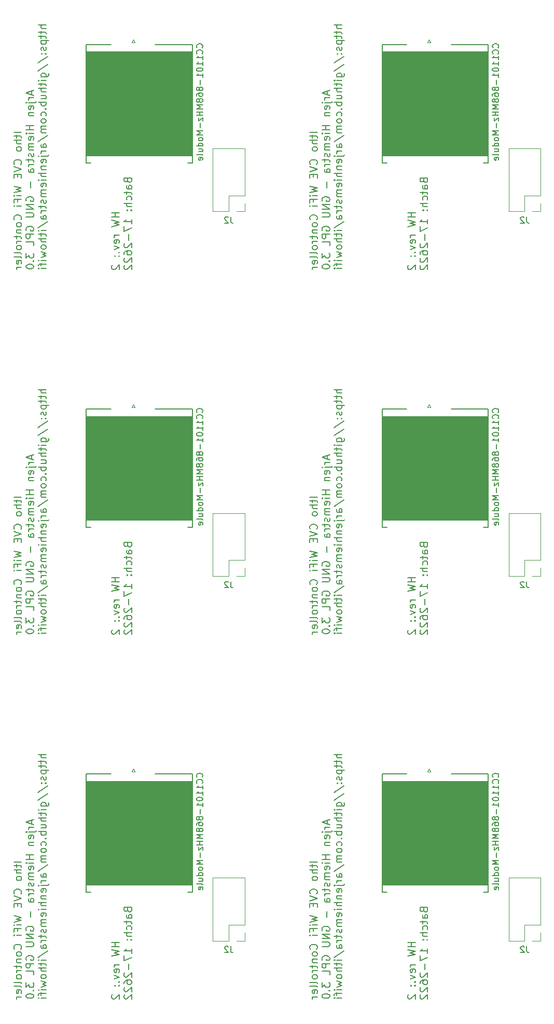
<source format=gbr>
%TF.GenerationSoftware,KiCad,Pcbnew,(6.0.6-0)*%
%TF.CreationDate,2022-06-29T17:43:41+02:00*%
%TF.ProjectId,panel,70616e65-6c2e-46b6-9963-61645f706362,rev?*%
%TF.SameCoordinates,Original*%
%TF.FileFunction,Legend,Bot*%
%TF.FilePolarity,Positive*%
%FSLAX46Y46*%
G04 Gerber Fmt 4.6, Leading zero omitted, Abs format (unit mm)*
G04 Created by KiCad (PCBNEW (6.0.6-0)) date 2022-06-29 17:43:41*
%MOMM*%
%LPD*%
G01*
G04 APERTURE LIST*
%ADD10C,0.200000*%
%ADD11C,0.100000*%
%ADD12C,0.150000*%
%ADD13C,0.120000*%
G04 APERTURE END LIST*
D10*
X90206636Y-115879666D02*
X88960636Y-115879666D01*
X89553970Y-115879666D02*
X89553970Y-116591666D01*
X90206636Y-116591666D02*
X88960636Y-116591666D01*
X88960636Y-117066333D02*
X90206636Y-117363000D01*
X89316636Y-117600333D01*
X90206636Y-117837666D01*
X88960636Y-118134333D01*
X90206636Y-119558333D02*
X89375970Y-119558333D01*
X89613303Y-119558333D02*
X89494636Y-119617666D01*
X89435303Y-119677000D01*
X89375970Y-119795666D01*
X89375970Y-119914333D01*
X90147303Y-120804333D02*
X90206636Y-120685666D01*
X90206636Y-120448333D01*
X90147303Y-120329666D01*
X90028636Y-120270333D01*
X89553970Y-120270333D01*
X89435303Y-120329666D01*
X89375970Y-120448333D01*
X89375970Y-120685666D01*
X89435303Y-120804333D01*
X89553970Y-120863666D01*
X89672636Y-120863666D01*
X89791303Y-120270333D01*
X89375970Y-121279000D02*
X90206636Y-121575666D01*
X89375970Y-121872333D01*
X90087970Y-122347000D02*
X90147303Y-122406333D01*
X90206636Y-122347000D01*
X90147303Y-122287666D01*
X90087970Y-122347000D01*
X90206636Y-122347000D01*
X90087970Y-122940333D02*
X90147303Y-122999666D01*
X90206636Y-122940333D01*
X90147303Y-122881000D01*
X90087970Y-122940333D01*
X90206636Y-122940333D01*
X89435303Y-122940333D02*
X89494636Y-122999666D01*
X89553970Y-122940333D01*
X89494636Y-122881000D01*
X89435303Y-122940333D01*
X89553970Y-122940333D01*
X89079303Y-124423666D02*
X89019970Y-124483000D01*
X88960636Y-124601666D01*
X88960636Y-124898333D01*
X89019970Y-125017000D01*
X89079303Y-125076333D01*
X89197970Y-125135666D01*
X89316636Y-125135666D01*
X89494636Y-125076333D01*
X90206636Y-124364333D01*
X90206636Y-125135666D01*
X91560030Y-110599000D02*
X91619363Y-110777000D01*
X91678696Y-110836333D01*
X91797363Y-110895666D01*
X91975363Y-110895666D01*
X92094030Y-110836333D01*
X92153363Y-110777000D01*
X92212696Y-110658333D01*
X92212696Y-110183666D01*
X90966696Y-110183666D01*
X90966696Y-110599000D01*
X91026030Y-110717666D01*
X91085363Y-110777000D01*
X91204030Y-110836333D01*
X91322696Y-110836333D01*
X91441363Y-110777000D01*
X91500696Y-110717666D01*
X91560030Y-110599000D01*
X91560030Y-110183666D01*
X92212696Y-111963666D02*
X91560030Y-111963666D01*
X91441363Y-111904333D01*
X91382030Y-111785666D01*
X91382030Y-111548333D01*
X91441363Y-111429666D01*
X92153363Y-111963666D02*
X92212696Y-111845000D01*
X92212696Y-111548333D01*
X92153363Y-111429666D01*
X92034696Y-111370333D01*
X91916030Y-111370333D01*
X91797363Y-111429666D01*
X91738030Y-111548333D01*
X91738030Y-111845000D01*
X91678696Y-111963666D01*
X91382030Y-112379000D02*
X91382030Y-112853666D01*
X90966696Y-112557000D02*
X92034696Y-112557000D01*
X92153363Y-112616333D01*
X92212696Y-112735000D01*
X92212696Y-112853666D01*
X92153363Y-113803000D02*
X92212696Y-113684333D01*
X92212696Y-113447000D01*
X92153363Y-113328333D01*
X92094030Y-113269000D01*
X91975363Y-113209666D01*
X91619363Y-113209666D01*
X91500696Y-113269000D01*
X91441363Y-113328333D01*
X91382030Y-113447000D01*
X91382030Y-113684333D01*
X91441363Y-113803000D01*
X92212696Y-114337000D02*
X90966696Y-114337000D01*
X92212696Y-114871000D02*
X91560030Y-114871000D01*
X91441363Y-114811666D01*
X91382030Y-114693000D01*
X91382030Y-114515000D01*
X91441363Y-114396333D01*
X91500696Y-114337000D01*
X92094030Y-115464333D02*
X92153363Y-115523666D01*
X92212696Y-115464333D01*
X92153363Y-115405000D01*
X92094030Y-115464333D01*
X92212696Y-115464333D01*
X91441363Y-115464333D02*
X91500696Y-115523666D01*
X91560030Y-115464333D01*
X91500696Y-115405000D01*
X91441363Y-115464333D01*
X91560030Y-115464333D01*
X92212696Y-117659666D02*
X92212696Y-116947666D01*
X92212696Y-117303666D02*
X90966696Y-117303666D01*
X91144696Y-117185000D01*
X91263363Y-117066333D01*
X91322696Y-116947666D01*
X90966696Y-118075000D02*
X90966696Y-118905666D01*
X92212696Y-118371666D01*
X91738030Y-119380333D02*
X91738030Y-120329666D01*
X91085363Y-120863666D02*
X91026030Y-120923000D01*
X90966696Y-121041666D01*
X90966696Y-121338333D01*
X91026030Y-121457000D01*
X91085363Y-121516333D01*
X91204030Y-121575666D01*
X91322696Y-121575666D01*
X91500696Y-121516333D01*
X92212696Y-120804333D01*
X92212696Y-121575666D01*
X90966696Y-122643666D02*
X90966696Y-122406333D01*
X91026030Y-122287666D01*
X91085363Y-122228333D01*
X91263363Y-122109666D01*
X91500696Y-122050333D01*
X91975363Y-122050333D01*
X92094030Y-122109666D01*
X92153363Y-122169000D01*
X92212696Y-122287666D01*
X92212696Y-122525000D01*
X92153363Y-122643666D01*
X92094030Y-122703000D01*
X91975363Y-122762333D01*
X91678696Y-122762333D01*
X91560030Y-122703000D01*
X91500696Y-122643666D01*
X91441363Y-122525000D01*
X91441363Y-122287666D01*
X91500696Y-122169000D01*
X91560030Y-122109666D01*
X91678696Y-122050333D01*
X91085363Y-123237000D02*
X91026030Y-123296333D01*
X90966696Y-123415000D01*
X90966696Y-123711666D01*
X91026030Y-123830333D01*
X91085363Y-123889666D01*
X91204030Y-123949000D01*
X91322696Y-123949000D01*
X91500696Y-123889666D01*
X92212696Y-123177666D01*
X92212696Y-123949000D01*
X91085363Y-124423666D02*
X91026030Y-124483000D01*
X90966696Y-124601666D01*
X90966696Y-124898333D01*
X91026030Y-125017000D01*
X91085363Y-125076333D01*
X91204030Y-125135666D01*
X91322696Y-125135666D01*
X91500696Y-125076333D01*
X92212696Y-124364333D01*
X92212696Y-125135666D01*
X90206636Y-175379666D02*
X88960636Y-175379666D01*
X89553970Y-175379666D02*
X89553970Y-176091666D01*
X90206636Y-176091666D02*
X88960636Y-176091666D01*
X88960636Y-176566333D02*
X90206636Y-176863000D01*
X89316636Y-177100333D01*
X90206636Y-177337666D01*
X88960636Y-177634333D01*
X90206636Y-179058333D02*
X89375970Y-179058333D01*
X89613303Y-179058333D02*
X89494636Y-179117666D01*
X89435303Y-179177000D01*
X89375970Y-179295666D01*
X89375970Y-179414333D01*
X90147303Y-180304333D02*
X90206636Y-180185666D01*
X90206636Y-179948333D01*
X90147303Y-179829666D01*
X90028636Y-179770333D01*
X89553970Y-179770333D01*
X89435303Y-179829666D01*
X89375970Y-179948333D01*
X89375970Y-180185666D01*
X89435303Y-180304333D01*
X89553970Y-180363666D01*
X89672636Y-180363666D01*
X89791303Y-179770333D01*
X89375970Y-180779000D02*
X90206636Y-181075666D01*
X89375970Y-181372333D01*
X90087970Y-181847000D02*
X90147303Y-181906333D01*
X90206636Y-181847000D01*
X90147303Y-181787666D01*
X90087970Y-181847000D01*
X90206636Y-181847000D01*
X90087970Y-182440333D02*
X90147303Y-182499666D01*
X90206636Y-182440333D01*
X90147303Y-182381000D01*
X90087970Y-182440333D01*
X90206636Y-182440333D01*
X89435303Y-182440333D02*
X89494636Y-182499666D01*
X89553970Y-182440333D01*
X89494636Y-182381000D01*
X89435303Y-182440333D01*
X89553970Y-182440333D01*
X89079303Y-183923666D02*
X89019970Y-183983000D01*
X88960636Y-184101666D01*
X88960636Y-184398333D01*
X89019970Y-184517000D01*
X89079303Y-184576333D01*
X89197970Y-184635666D01*
X89316636Y-184635666D01*
X89494636Y-184576333D01*
X90206636Y-183864333D01*
X90206636Y-184635666D01*
X91560030Y-170099000D02*
X91619363Y-170277000D01*
X91678696Y-170336333D01*
X91797363Y-170395666D01*
X91975363Y-170395666D01*
X92094030Y-170336333D01*
X92153363Y-170277000D01*
X92212696Y-170158333D01*
X92212696Y-169683666D01*
X90966696Y-169683666D01*
X90966696Y-170099000D01*
X91026030Y-170217666D01*
X91085363Y-170277000D01*
X91204030Y-170336333D01*
X91322696Y-170336333D01*
X91441363Y-170277000D01*
X91500696Y-170217666D01*
X91560030Y-170099000D01*
X91560030Y-169683666D01*
X92212696Y-171463666D02*
X91560030Y-171463666D01*
X91441363Y-171404333D01*
X91382030Y-171285666D01*
X91382030Y-171048333D01*
X91441363Y-170929666D01*
X92153363Y-171463666D02*
X92212696Y-171345000D01*
X92212696Y-171048333D01*
X92153363Y-170929666D01*
X92034696Y-170870333D01*
X91916030Y-170870333D01*
X91797363Y-170929666D01*
X91738030Y-171048333D01*
X91738030Y-171345000D01*
X91678696Y-171463666D01*
X91382030Y-171879000D02*
X91382030Y-172353666D01*
X90966696Y-172057000D02*
X92034696Y-172057000D01*
X92153363Y-172116333D01*
X92212696Y-172235000D01*
X92212696Y-172353666D01*
X92153363Y-173303000D02*
X92212696Y-173184333D01*
X92212696Y-172947000D01*
X92153363Y-172828333D01*
X92094030Y-172769000D01*
X91975363Y-172709666D01*
X91619363Y-172709666D01*
X91500696Y-172769000D01*
X91441363Y-172828333D01*
X91382030Y-172947000D01*
X91382030Y-173184333D01*
X91441363Y-173303000D01*
X92212696Y-173837000D02*
X90966696Y-173837000D01*
X92212696Y-174371000D02*
X91560030Y-174371000D01*
X91441363Y-174311666D01*
X91382030Y-174193000D01*
X91382030Y-174015000D01*
X91441363Y-173896333D01*
X91500696Y-173837000D01*
X92094030Y-174964333D02*
X92153363Y-175023666D01*
X92212696Y-174964333D01*
X92153363Y-174905000D01*
X92094030Y-174964333D01*
X92212696Y-174964333D01*
X91441363Y-174964333D02*
X91500696Y-175023666D01*
X91560030Y-174964333D01*
X91500696Y-174905000D01*
X91441363Y-174964333D01*
X91560030Y-174964333D01*
X92212696Y-177159666D02*
X92212696Y-176447666D01*
X92212696Y-176803666D02*
X90966696Y-176803666D01*
X91144696Y-176685000D01*
X91263363Y-176566333D01*
X91322696Y-176447666D01*
X90966696Y-177575000D02*
X90966696Y-178405666D01*
X92212696Y-177871666D01*
X91738030Y-178880333D02*
X91738030Y-179829666D01*
X91085363Y-180363666D02*
X91026030Y-180423000D01*
X90966696Y-180541666D01*
X90966696Y-180838333D01*
X91026030Y-180957000D01*
X91085363Y-181016333D01*
X91204030Y-181075666D01*
X91322696Y-181075666D01*
X91500696Y-181016333D01*
X92212696Y-180304333D01*
X92212696Y-181075666D01*
X90966696Y-182143666D02*
X90966696Y-181906333D01*
X91026030Y-181787666D01*
X91085363Y-181728333D01*
X91263363Y-181609666D01*
X91500696Y-181550333D01*
X91975363Y-181550333D01*
X92094030Y-181609666D01*
X92153363Y-181669000D01*
X92212696Y-181787666D01*
X92212696Y-182025000D01*
X92153363Y-182143666D01*
X92094030Y-182203000D01*
X91975363Y-182262333D01*
X91678696Y-182262333D01*
X91560030Y-182203000D01*
X91500696Y-182143666D01*
X91441363Y-182025000D01*
X91441363Y-181787666D01*
X91500696Y-181669000D01*
X91560030Y-181609666D01*
X91678696Y-181550333D01*
X91085363Y-182737000D02*
X91026030Y-182796333D01*
X90966696Y-182915000D01*
X90966696Y-183211666D01*
X91026030Y-183330333D01*
X91085363Y-183389666D01*
X91204030Y-183449000D01*
X91322696Y-183449000D01*
X91500696Y-183389666D01*
X92212696Y-182677666D01*
X92212696Y-183449000D01*
X91085363Y-183923666D02*
X91026030Y-183983000D01*
X90966696Y-184101666D01*
X90966696Y-184398333D01*
X91026030Y-184517000D01*
X91085363Y-184576333D01*
X91204030Y-184635666D01*
X91322696Y-184635666D01*
X91500696Y-184576333D01*
X92212696Y-183864333D01*
X92212696Y-184635666D01*
X41906636Y-56379666D02*
X40660636Y-56379666D01*
X41253970Y-56379666D02*
X41253970Y-57091666D01*
X41906636Y-57091666D02*
X40660636Y-57091666D01*
X40660636Y-57566333D02*
X41906636Y-57863000D01*
X41016636Y-58100333D01*
X41906636Y-58337666D01*
X40660636Y-58634333D01*
X41906636Y-60058333D02*
X41075970Y-60058333D01*
X41313303Y-60058333D02*
X41194636Y-60117666D01*
X41135303Y-60177000D01*
X41075970Y-60295666D01*
X41075970Y-60414333D01*
X41847303Y-61304333D02*
X41906636Y-61185666D01*
X41906636Y-60948333D01*
X41847303Y-60829666D01*
X41728636Y-60770333D01*
X41253970Y-60770333D01*
X41135303Y-60829666D01*
X41075970Y-60948333D01*
X41075970Y-61185666D01*
X41135303Y-61304333D01*
X41253970Y-61363666D01*
X41372636Y-61363666D01*
X41491303Y-60770333D01*
X41075970Y-61779000D02*
X41906636Y-62075666D01*
X41075970Y-62372333D01*
X41787970Y-62847000D02*
X41847303Y-62906333D01*
X41906636Y-62847000D01*
X41847303Y-62787666D01*
X41787970Y-62847000D01*
X41906636Y-62847000D01*
X41787970Y-63440333D02*
X41847303Y-63499666D01*
X41906636Y-63440333D01*
X41847303Y-63381000D01*
X41787970Y-63440333D01*
X41906636Y-63440333D01*
X41135303Y-63440333D02*
X41194636Y-63499666D01*
X41253970Y-63440333D01*
X41194636Y-63381000D01*
X41135303Y-63440333D01*
X41253970Y-63440333D01*
X40779303Y-64923666D02*
X40719970Y-64983000D01*
X40660636Y-65101666D01*
X40660636Y-65398333D01*
X40719970Y-65517000D01*
X40779303Y-65576333D01*
X40897970Y-65635666D01*
X41016636Y-65635666D01*
X41194636Y-65576333D01*
X41906636Y-64864333D01*
X41906636Y-65635666D01*
X43260030Y-51099000D02*
X43319363Y-51277000D01*
X43378696Y-51336333D01*
X43497363Y-51395666D01*
X43675363Y-51395666D01*
X43794030Y-51336333D01*
X43853363Y-51277000D01*
X43912696Y-51158333D01*
X43912696Y-50683666D01*
X42666696Y-50683666D01*
X42666696Y-51099000D01*
X42726030Y-51217666D01*
X42785363Y-51277000D01*
X42904030Y-51336333D01*
X43022696Y-51336333D01*
X43141363Y-51277000D01*
X43200696Y-51217666D01*
X43260030Y-51099000D01*
X43260030Y-50683666D01*
X43912696Y-52463666D02*
X43260030Y-52463666D01*
X43141363Y-52404333D01*
X43082030Y-52285666D01*
X43082030Y-52048333D01*
X43141363Y-51929666D01*
X43853363Y-52463666D02*
X43912696Y-52345000D01*
X43912696Y-52048333D01*
X43853363Y-51929666D01*
X43734696Y-51870333D01*
X43616030Y-51870333D01*
X43497363Y-51929666D01*
X43438030Y-52048333D01*
X43438030Y-52345000D01*
X43378696Y-52463666D01*
X43082030Y-52879000D02*
X43082030Y-53353666D01*
X42666696Y-53057000D02*
X43734696Y-53057000D01*
X43853363Y-53116333D01*
X43912696Y-53235000D01*
X43912696Y-53353666D01*
X43853363Y-54303000D02*
X43912696Y-54184333D01*
X43912696Y-53947000D01*
X43853363Y-53828333D01*
X43794030Y-53769000D01*
X43675363Y-53709666D01*
X43319363Y-53709666D01*
X43200696Y-53769000D01*
X43141363Y-53828333D01*
X43082030Y-53947000D01*
X43082030Y-54184333D01*
X43141363Y-54303000D01*
X43912696Y-54837000D02*
X42666696Y-54837000D01*
X43912696Y-55371000D02*
X43260030Y-55371000D01*
X43141363Y-55311666D01*
X43082030Y-55193000D01*
X43082030Y-55015000D01*
X43141363Y-54896333D01*
X43200696Y-54837000D01*
X43794030Y-55964333D02*
X43853363Y-56023666D01*
X43912696Y-55964333D01*
X43853363Y-55905000D01*
X43794030Y-55964333D01*
X43912696Y-55964333D01*
X43141363Y-55964333D02*
X43200696Y-56023666D01*
X43260030Y-55964333D01*
X43200696Y-55905000D01*
X43141363Y-55964333D01*
X43260030Y-55964333D01*
X43912696Y-58159666D02*
X43912696Y-57447666D01*
X43912696Y-57803666D02*
X42666696Y-57803666D01*
X42844696Y-57685000D01*
X42963363Y-57566333D01*
X43022696Y-57447666D01*
X42666696Y-58575000D02*
X42666696Y-59405666D01*
X43912696Y-58871666D01*
X43438030Y-59880333D02*
X43438030Y-60829666D01*
X42785363Y-61363666D02*
X42726030Y-61423000D01*
X42666696Y-61541666D01*
X42666696Y-61838333D01*
X42726030Y-61957000D01*
X42785363Y-62016333D01*
X42904030Y-62075666D01*
X43022696Y-62075666D01*
X43200696Y-62016333D01*
X43912696Y-61304333D01*
X43912696Y-62075666D01*
X42666696Y-63143666D02*
X42666696Y-62906333D01*
X42726030Y-62787666D01*
X42785363Y-62728333D01*
X42963363Y-62609666D01*
X43200696Y-62550333D01*
X43675363Y-62550333D01*
X43794030Y-62609666D01*
X43853363Y-62669000D01*
X43912696Y-62787666D01*
X43912696Y-63025000D01*
X43853363Y-63143666D01*
X43794030Y-63203000D01*
X43675363Y-63262333D01*
X43378696Y-63262333D01*
X43260030Y-63203000D01*
X43200696Y-63143666D01*
X43141363Y-63025000D01*
X43141363Y-62787666D01*
X43200696Y-62669000D01*
X43260030Y-62609666D01*
X43378696Y-62550333D01*
X42785363Y-63737000D02*
X42726030Y-63796333D01*
X42666696Y-63915000D01*
X42666696Y-64211666D01*
X42726030Y-64330333D01*
X42785363Y-64389666D01*
X42904030Y-64449000D01*
X43022696Y-64449000D01*
X43200696Y-64389666D01*
X43912696Y-63677666D01*
X43912696Y-64449000D01*
X42785363Y-64923666D02*
X42726030Y-64983000D01*
X42666696Y-65101666D01*
X42666696Y-65398333D01*
X42726030Y-65517000D01*
X42785363Y-65576333D01*
X42904030Y-65635666D01*
X43022696Y-65635666D01*
X43200696Y-65576333D01*
X43912696Y-64864333D01*
X43912696Y-65635666D01*
X41906636Y-175379666D02*
X40660636Y-175379666D01*
X41253970Y-175379666D02*
X41253970Y-176091666D01*
X41906636Y-176091666D02*
X40660636Y-176091666D01*
X40660636Y-176566333D02*
X41906636Y-176863000D01*
X41016636Y-177100333D01*
X41906636Y-177337666D01*
X40660636Y-177634333D01*
X41906636Y-179058333D02*
X41075970Y-179058333D01*
X41313303Y-179058333D02*
X41194636Y-179117666D01*
X41135303Y-179177000D01*
X41075970Y-179295666D01*
X41075970Y-179414333D01*
X41847303Y-180304333D02*
X41906636Y-180185666D01*
X41906636Y-179948333D01*
X41847303Y-179829666D01*
X41728636Y-179770333D01*
X41253970Y-179770333D01*
X41135303Y-179829666D01*
X41075970Y-179948333D01*
X41075970Y-180185666D01*
X41135303Y-180304333D01*
X41253970Y-180363666D01*
X41372636Y-180363666D01*
X41491303Y-179770333D01*
X41075970Y-180779000D02*
X41906636Y-181075666D01*
X41075970Y-181372333D01*
X41787970Y-181847000D02*
X41847303Y-181906333D01*
X41906636Y-181847000D01*
X41847303Y-181787666D01*
X41787970Y-181847000D01*
X41906636Y-181847000D01*
X41787970Y-182440333D02*
X41847303Y-182499666D01*
X41906636Y-182440333D01*
X41847303Y-182381000D01*
X41787970Y-182440333D01*
X41906636Y-182440333D01*
X41135303Y-182440333D02*
X41194636Y-182499666D01*
X41253970Y-182440333D01*
X41194636Y-182381000D01*
X41135303Y-182440333D01*
X41253970Y-182440333D01*
X40779303Y-183923666D02*
X40719970Y-183983000D01*
X40660636Y-184101666D01*
X40660636Y-184398333D01*
X40719970Y-184517000D01*
X40779303Y-184576333D01*
X40897970Y-184635666D01*
X41016636Y-184635666D01*
X41194636Y-184576333D01*
X41906636Y-183864333D01*
X41906636Y-184635666D01*
X43260030Y-170099000D02*
X43319363Y-170277000D01*
X43378696Y-170336333D01*
X43497363Y-170395666D01*
X43675363Y-170395666D01*
X43794030Y-170336333D01*
X43853363Y-170277000D01*
X43912696Y-170158333D01*
X43912696Y-169683666D01*
X42666696Y-169683666D01*
X42666696Y-170099000D01*
X42726030Y-170217666D01*
X42785363Y-170277000D01*
X42904030Y-170336333D01*
X43022696Y-170336333D01*
X43141363Y-170277000D01*
X43200696Y-170217666D01*
X43260030Y-170099000D01*
X43260030Y-169683666D01*
X43912696Y-171463666D02*
X43260030Y-171463666D01*
X43141363Y-171404333D01*
X43082030Y-171285666D01*
X43082030Y-171048333D01*
X43141363Y-170929666D01*
X43853363Y-171463666D02*
X43912696Y-171345000D01*
X43912696Y-171048333D01*
X43853363Y-170929666D01*
X43734696Y-170870333D01*
X43616030Y-170870333D01*
X43497363Y-170929666D01*
X43438030Y-171048333D01*
X43438030Y-171345000D01*
X43378696Y-171463666D01*
X43082030Y-171879000D02*
X43082030Y-172353666D01*
X42666696Y-172057000D02*
X43734696Y-172057000D01*
X43853363Y-172116333D01*
X43912696Y-172235000D01*
X43912696Y-172353666D01*
X43853363Y-173303000D02*
X43912696Y-173184333D01*
X43912696Y-172947000D01*
X43853363Y-172828333D01*
X43794030Y-172769000D01*
X43675363Y-172709666D01*
X43319363Y-172709666D01*
X43200696Y-172769000D01*
X43141363Y-172828333D01*
X43082030Y-172947000D01*
X43082030Y-173184333D01*
X43141363Y-173303000D01*
X43912696Y-173837000D02*
X42666696Y-173837000D01*
X43912696Y-174371000D02*
X43260030Y-174371000D01*
X43141363Y-174311666D01*
X43082030Y-174193000D01*
X43082030Y-174015000D01*
X43141363Y-173896333D01*
X43200696Y-173837000D01*
X43794030Y-174964333D02*
X43853363Y-175023666D01*
X43912696Y-174964333D01*
X43853363Y-174905000D01*
X43794030Y-174964333D01*
X43912696Y-174964333D01*
X43141363Y-174964333D02*
X43200696Y-175023666D01*
X43260030Y-174964333D01*
X43200696Y-174905000D01*
X43141363Y-174964333D01*
X43260030Y-174964333D01*
X43912696Y-177159666D02*
X43912696Y-176447666D01*
X43912696Y-176803666D02*
X42666696Y-176803666D01*
X42844696Y-176685000D01*
X42963363Y-176566333D01*
X43022696Y-176447666D01*
X42666696Y-177575000D02*
X42666696Y-178405666D01*
X43912696Y-177871666D01*
X43438030Y-178880333D02*
X43438030Y-179829666D01*
X42785363Y-180363666D02*
X42726030Y-180423000D01*
X42666696Y-180541666D01*
X42666696Y-180838333D01*
X42726030Y-180957000D01*
X42785363Y-181016333D01*
X42904030Y-181075666D01*
X43022696Y-181075666D01*
X43200696Y-181016333D01*
X43912696Y-180304333D01*
X43912696Y-181075666D01*
X42666696Y-182143666D02*
X42666696Y-181906333D01*
X42726030Y-181787666D01*
X42785363Y-181728333D01*
X42963363Y-181609666D01*
X43200696Y-181550333D01*
X43675363Y-181550333D01*
X43794030Y-181609666D01*
X43853363Y-181669000D01*
X43912696Y-181787666D01*
X43912696Y-182025000D01*
X43853363Y-182143666D01*
X43794030Y-182203000D01*
X43675363Y-182262333D01*
X43378696Y-182262333D01*
X43260030Y-182203000D01*
X43200696Y-182143666D01*
X43141363Y-182025000D01*
X43141363Y-181787666D01*
X43200696Y-181669000D01*
X43260030Y-181609666D01*
X43378696Y-181550333D01*
X42785363Y-182737000D02*
X42726030Y-182796333D01*
X42666696Y-182915000D01*
X42666696Y-183211666D01*
X42726030Y-183330333D01*
X42785363Y-183389666D01*
X42904030Y-183449000D01*
X43022696Y-183449000D01*
X43200696Y-183389666D01*
X43912696Y-182677666D01*
X43912696Y-183449000D01*
X42785363Y-183923666D02*
X42726030Y-183983000D01*
X42666696Y-184101666D01*
X42666696Y-184398333D01*
X42726030Y-184517000D01*
X42785363Y-184576333D01*
X42904030Y-184635666D01*
X43022696Y-184635666D01*
X43200696Y-184576333D01*
X43912696Y-183864333D01*
X43912696Y-184635666D01*
X41906636Y-115879666D02*
X40660636Y-115879666D01*
X41253970Y-115879666D02*
X41253970Y-116591666D01*
X41906636Y-116591666D02*
X40660636Y-116591666D01*
X40660636Y-117066333D02*
X41906636Y-117363000D01*
X41016636Y-117600333D01*
X41906636Y-117837666D01*
X40660636Y-118134333D01*
X41906636Y-119558333D02*
X41075970Y-119558333D01*
X41313303Y-119558333D02*
X41194636Y-119617666D01*
X41135303Y-119677000D01*
X41075970Y-119795666D01*
X41075970Y-119914333D01*
X41847303Y-120804333D02*
X41906636Y-120685666D01*
X41906636Y-120448333D01*
X41847303Y-120329666D01*
X41728636Y-120270333D01*
X41253970Y-120270333D01*
X41135303Y-120329666D01*
X41075970Y-120448333D01*
X41075970Y-120685666D01*
X41135303Y-120804333D01*
X41253970Y-120863666D01*
X41372636Y-120863666D01*
X41491303Y-120270333D01*
X41075970Y-121279000D02*
X41906636Y-121575666D01*
X41075970Y-121872333D01*
X41787970Y-122347000D02*
X41847303Y-122406333D01*
X41906636Y-122347000D01*
X41847303Y-122287666D01*
X41787970Y-122347000D01*
X41906636Y-122347000D01*
X41787970Y-122940333D02*
X41847303Y-122999666D01*
X41906636Y-122940333D01*
X41847303Y-122881000D01*
X41787970Y-122940333D01*
X41906636Y-122940333D01*
X41135303Y-122940333D02*
X41194636Y-122999666D01*
X41253970Y-122940333D01*
X41194636Y-122881000D01*
X41135303Y-122940333D01*
X41253970Y-122940333D01*
X40779303Y-124423666D02*
X40719970Y-124483000D01*
X40660636Y-124601666D01*
X40660636Y-124898333D01*
X40719970Y-125017000D01*
X40779303Y-125076333D01*
X40897970Y-125135666D01*
X41016636Y-125135666D01*
X41194636Y-125076333D01*
X41906636Y-124364333D01*
X41906636Y-125135666D01*
X43260030Y-110599000D02*
X43319363Y-110777000D01*
X43378696Y-110836333D01*
X43497363Y-110895666D01*
X43675363Y-110895666D01*
X43794030Y-110836333D01*
X43853363Y-110777000D01*
X43912696Y-110658333D01*
X43912696Y-110183666D01*
X42666696Y-110183666D01*
X42666696Y-110599000D01*
X42726030Y-110717666D01*
X42785363Y-110777000D01*
X42904030Y-110836333D01*
X43022696Y-110836333D01*
X43141363Y-110777000D01*
X43200696Y-110717666D01*
X43260030Y-110599000D01*
X43260030Y-110183666D01*
X43912696Y-111963666D02*
X43260030Y-111963666D01*
X43141363Y-111904333D01*
X43082030Y-111785666D01*
X43082030Y-111548333D01*
X43141363Y-111429666D01*
X43853363Y-111963666D02*
X43912696Y-111845000D01*
X43912696Y-111548333D01*
X43853363Y-111429666D01*
X43734696Y-111370333D01*
X43616030Y-111370333D01*
X43497363Y-111429666D01*
X43438030Y-111548333D01*
X43438030Y-111845000D01*
X43378696Y-111963666D01*
X43082030Y-112379000D02*
X43082030Y-112853666D01*
X42666696Y-112557000D02*
X43734696Y-112557000D01*
X43853363Y-112616333D01*
X43912696Y-112735000D01*
X43912696Y-112853666D01*
X43853363Y-113803000D02*
X43912696Y-113684333D01*
X43912696Y-113447000D01*
X43853363Y-113328333D01*
X43794030Y-113269000D01*
X43675363Y-113209666D01*
X43319363Y-113209666D01*
X43200696Y-113269000D01*
X43141363Y-113328333D01*
X43082030Y-113447000D01*
X43082030Y-113684333D01*
X43141363Y-113803000D01*
X43912696Y-114337000D02*
X42666696Y-114337000D01*
X43912696Y-114871000D02*
X43260030Y-114871000D01*
X43141363Y-114811666D01*
X43082030Y-114693000D01*
X43082030Y-114515000D01*
X43141363Y-114396333D01*
X43200696Y-114337000D01*
X43794030Y-115464333D02*
X43853363Y-115523666D01*
X43912696Y-115464333D01*
X43853363Y-115405000D01*
X43794030Y-115464333D01*
X43912696Y-115464333D01*
X43141363Y-115464333D02*
X43200696Y-115523666D01*
X43260030Y-115464333D01*
X43200696Y-115405000D01*
X43141363Y-115464333D01*
X43260030Y-115464333D01*
X43912696Y-117659666D02*
X43912696Y-116947666D01*
X43912696Y-117303666D02*
X42666696Y-117303666D01*
X42844696Y-117185000D01*
X42963363Y-117066333D01*
X43022696Y-116947666D01*
X42666696Y-118075000D02*
X42666696Y-118905666D01*
X43912696Y-118371666D01*
X43438030Y-119380333D02*
X43438030Y-120329666D01*
X42785363Y-120863666D02*
X42726030Y-120923000D01*
X42666696Y-121041666D01*
X42666696Y-121338333D01*
X42726030Y-121457000D01*
X42785363Y-121516333D01*
X42904030Y-121575666D01*
X43022696Y-121575666D01*
X43200696Y-121516333D01*
X43912696Y-120804333D01*
X43912696Y-121575666D01*
X42666696Y-122643666D02*
X42666696Y-122406333D01*
X42726030Y-122287666D01*
X42785363Y-122228333D01*
X42963363Y-122109666D01*
X43200696Y-122050333D01*
X43675363Y-122050333D01*
X43794030Y-122109666D01*
X43853363Y-122169000D01*
X43912696Y-122287666D01*
X43912696Y-122525000D01*
X43853363Y-122643666D01*
X43794030Y-122703000D01*
X43675363Y-122762333D01*
X43378696Y-122762333D01*
X43260030Y-122703000D01*
X43200696Y-122643666D01*
X43141363Y-122525000D01*
X43141363Y-122287666D01*
X43200696Y-122169000D01*
X43260030Y-122109666D01*
X43378696Y-122050333D01*
X42785363Y-123237000D02*
X42726030Y-123296333D01*
X42666696Y-123415000D01*
X42666696Y-123711666D01*
X42726030Y-123830333D01*
X42785363Y-123889666D01*
X42904030Y-123949000D01*
X43022696Y-123949000D01*
X43200696Y-123889666D01*
X43912696Y-123177666D01*
X43912696Y-123949000D01*
X42785363Y-124423666D02*
X42726030Y-124483000D01*
X42666696Y-124601666D01*
X42666696Y-124898333D01*
X42726030Y-125017000D01*
X42785363Y-125076333D01*
X42904030Y-125135666D01*
X43022696Y-125135666D01*
X43200696Y-125076333D01*
X43912696Y-124364333D01*
X43912696Y-125135666D01*
X90206636Y-56379666D02*
X88960636Y-56379666D01*
X89553970Y-56379666D02*
X89553970Y-57091666D01*
X90206636Y-57091666D02*
X88960636Y-57091666D01*
X88960636Y-57566333D02*
X90206636Y-57863000D01*
X89316636Y-58100333D01*
X90206636Y-58337666D01*
X88960636Y-58634333D01*
X90206636Y-60058333D02*
X89375970Y-60058333D01*
X89613303Y-60058333D02*
X89494636Y-60117666D01*
X89435303Y-60177000D01*
X89375970Y-60295666D01*
X89375970Y-60414333D01*
X90147303Y-61304333D02*
X90206636Y-61185666D01*
X90206636Y-60948333D01*
X90147303Y-60829666D01*
X90028636Y-60770333D01*
X89553970Y-60770333D01*
X89435303Y-60829666D01*
X89375970Y-60948333D01*
X89375970Y-61185666D01*
X89435303Y-61304333D01*
X89553970Y-61363666D01*
X89672636Y-61363666D01*
X89791303Y-60770333D01*
X89375970Y-61779000D02*
X90206636Y-62075666D01*
X89375970Y-62372333D01*
X90087970Y-62847000D02*
X90147303Y-62906333D01*
X90206636Y-62847000D01*
X90147303Y-62787666D01*
X90087970Y-62847000D01*
X90206636Y-62847000D01*
X90087970Y-63440333D02*
X90147303Y-63499666D01*
X90206636Y-63440333D01*
X90147303Y-63381000D01*
X90087970Y-63440333D01*
X90206636Y-63440333D01*
X89435303Y-63440333D02*
X89494636Y-63499666D01*
X89553970Y-63440333D01*
X89494636Y-63381000D01*
X89435303Y-63440333D01*
X89553970Y-63440333D01*
X89079303Y-64923666D02*
X89019970Y-64983000D01*
X88960636Y-65101666D01*
X88960636Y-65398333D01*
X89019970Y-65517000D01*
X89079303Y-65576333D01*
X89197970Y-65635666D01*
X89316636Y-65635666D01*
X89494636Y-65576333D01*
X90206636Y-64864333D01*
X90206636Y-65635666D01*
X91560030Y-51099000D02*
X91619363Y-51277000D01*
X91678696Y-51336333D01*
X91797363Y-51395666D01*
X91975363Y-51395666D01*
X92094030Y-51336333D01*
X92153363Y-51277000D01*
X92212696Y-51158333D01*
X92212696Y-50683666D01*
X90966696Y-50683666D01*
X90966696Y-51099000D01*
X91026030Y-51217666D01*
X91085363Y-51277000D01*
X91204030Y-51336333D01*
X91322696Y-51336333D01*
X91441363Y-51277000D01*
X91500696Y-51217666D01*
X91560030Y-51099000D01*
X91560030Y-50683666D01*
X92212696Y-52463666D02*
X91560030Y-52463666D01*
X91441363Y-52404333D01*
X91382030Y-52285666D01*
X91382030Y-52048333D01*
X91441363Y-51929666D01*
X92153363Y-52463666D02*
X92212696Y-52345000D01*
X92212696Y-52048333D01*
X92153363Y-51929666D01*
X92034696Y-51870333D01*
X91916030Y-51870333D01*
X91797363Y-51929666D01*
X91738030Y-52048333D01*
X91738030Y-52345000D01*
X91678696Y-52463666D01*
X91382030Y-52879000D02*
X91382030Y-53353666D01*
X90966696Y-53057000D02*
X92034696Y-53057000D01*
X92153363Y-53116333D01*
X92212696Y-53235000D01*
X92212696Y-53353666D01*
X92153363Y-54303000D02*
X92212696Y-54184333D01*
X92212696Y-53947000D01*
X92153363Y-53828333D01*
X92094030Y-53769000D01*
X91975363Y-53709666D01*
X91619363Y-53709666D01*
X91500696Y-53769000D01*
X91441363Y-53828333D01*
X91382030Y-53947000D01*
X91382030Y-54184333D01*
X91441363Y-54303000D01*
X92212696Y-54837000D02*
X90966696Y-54837000D01*
X92212696Y-55371000D02*
X91560030Y-55371000D01*
X91441363Y-55311666D01*
X91382030Y-55193000D01*
X91382030Y-55015000D01*
X91441363Y-54896333D01*
X91500696Y-54837000D01*
X92094030Y-55964333D02*
X92153363Y-56023666D01*
X92212696Y-55964333D01*
X92153363Y-55905000D01*
X92094030Y-55964333D01*
X92212696Y-55964333D01*
X91441363Y-55964333D02*
X91500696Y-56023666D01*
X91560030Y-55964333D01*
X91500696Y-55905000D01*
X91441363Y-55964333D01*
X91560030Y-55964333D01*
X92212696Y-58159666D02*
X92212696Y-57447666D01*
X92212696Y-57803666D02*
X90966696Y-57803666D01*
X91144696Y-57685000D01*
X91263363Y-57566333D01*
X91322696Y-57447666D01*
X90966696Y-58575000D02*
X90966696Y-59405666D01*
X92212696Y-58871666D01*
X91738030Y-59880333D02*
X91738030Y-60829666D01*
X91085363Y-61363666D02*
X91026030Y-61423000D01*
X90966696Y-61541666D01*
X90966696Y-61838333D01*
X91026030Y-61957000D01*
X91085363Y-62016333D01*
X91204030Y-62075666D01*
X91322696Y-62075666D01*
X91500696Y-62016333D01*
X92212696Y-61304333D01*
X92212696Y-62075666D01*
X90966696Y-63143666D02*
X90966696Y-62906333D01*
X91026030Y-62787666D01*
X91085363Y-62728333D01*
X91263363Y-62609666D01*
X91500696Y-62550333D01*
X91975363Y-62550333D01*
X92094030Y-62609666D01*
X92153363Y-62669000D01*
X92212696Y-62787666D01*
X92212696Y-63025000D01*
X92153363Y-63143666D01*
X92094030Y-63203000D01*
X91975363Y-63262333D01*
X91678696Y-63262333D01*
X91560030Y-63203000D01*
X91500696Y-63143666D01*
X91441363Y-63025000D01*
X91441363Y-62787666D01*
X91500696Y-62669000D01*
X91560030Y-62609666D01*
X91678696Y-62550333D01*
X91085363Y-63737000D02*
X91026030Y-63796333D01*
X90966696Y-63915000D01*
X90966696Y-64211666D01*
X91026030Y-64330333D01*
X91085363Y-64389666D01*
X91204030Y-64449000D01*
X91322696Y-64449000D01*
X91500696Y-64389666D01*
X92212696Y-63677666D01*
X92212696Y-64449000D01*
X91085363Y-64923666D02*
X91026030Y-64983000D01*
X90966696Y-65101666D01*
X90966696Y-65398333D01*
X91026030Y-65517000D01*
X91085363Y-65576333D01*
X91204030Y-65635666D01*
X91322696Y-65635666D01*
X91500696Y-65576333D01*
X92212696Y-64864333D01*
X92212696Y-65635666D01*
X74217606Y-102758666D02*
X72971606Y-102758666D01*
X73386940Y-103174000D02*
X73386940Y-103648666D01*
X72971606Y-103352000D02*
X74039606Y-103352000D01*
X74158273Y-103411333D01*
X74217606Y-103530000D01*
X74217606Y-103648666D01*
X74217606Y-104064000D02*
X72971606Y-104064000D01*
X74217606Y-104598000D02*
X73564940Y-104598000D01*
X73446273Y-104538666D01*
X73386940Y-104420000D01*
X73386940Y-104242000D01*
X73446273Y-104123333D01*
X73505606Y-104064000D01*
X74217606Y-105369333D02*
X74158273Y-105250666D01*
X74098940Y-105191333D01*
X73980273Y-105132000D01*
X73624273Y-105132000D01*
X73505606Y-105191333D01*
X73446273Y-105250666D01*
X73386940Y-105369333D01*
X73386940Y-105547333D01*
X73446273Y-105666000D01*
X73505606Y-105725333D01*
X73624273Y-105784666D01*
X73980273Y-105784666D01*
X74098940Y-105725333D01*
X74158273Y-105666000D01*
X74217606Y-105547333D01*
X74217606Y-105369333D01*
X74098940Y-107980000D02*
X74158273Y-107920666D01*
X74217606Y-107742666D01*
X74217606Y-107624000D01*
X74158273Y-107446000D01*
X74039606Y-107327333D01*
X73920940Y-107268000D01*
X73683606Y-107208666D01*
X73505606Y-107208666D01*
X73268273Y-107268000D01*
X73149606Y-107327333D01*
X73030940Y-107446000D01*
X72971606Y-107624000D01*
X72971606Y-107742666D01*
X73030940Y-107920666D01*
X73090273Y-107980000D01*
X72971606Y-108336000D02*
X74217606Y-108751333D01*
X72971606Y-109166666D01*
X73564940Y-109581999D02*
X73564940Y-109997333D01*
X74217606Y-110175333D02*
X74217606Y-109581999D01*
X72971606Y-109581999D01*
X72971606Y-110175333D01*
X72971606Y-111540000D02*
X74217606Y-111836666D01*
X73327606Y-112074000D01*
X74217606Y-112311333D01*
X72971606Y-112608000D01*
X74217606Y-113082666D02*
X73386940Y-113082666D01*
X72971606Y-113082666D02*
X73030940Y-113023333D01*
X73090273Y-113082666D01*
X73030940Y-113142000D01*
X72971606Y-113082666D01*
X73090273Y-113082666D01*
X73564940Y-114091333D02*
X73564940Y-113676000D01*
X74217606Y-113676000D02*
X72971606Y-113676000D01*
X72971606Y-114269333D01*
X74217606Y-114744000D02*
X73386940Y-114744000D01*
X72971606Y-114744000D02*
X73030940Y-114684666D01*
X73090273Y-114744000D01*
X73030940Y-114803333D01*
X72971606Y-114744000D01*
X73090273Y-114744000D01*
X74098940Y-116998666D02*
X74158273Y-116939333D01*
X74217606Y-116761333D01*
X74217606Y-116642666D01*
X74158273Y-116464666D01*
X74039606Y-116346000D01*
X73920940Y-116286666D01*
X73683606Y-116227333D01*
X73505606Y-116227333D01*
X73268273Y-116286666D01*
X73149606Y-116346000D01*
X73030940Y-116464666D01*
X72971606Y-116642666D01*
X72971606Y-116761333D01*
X73030940Y-116939333D01*
X73090273Y-116998666D01*
X74217606Y-117710666D02*
X74158273Y-117592000D01*
X74098940Y-117532666D01*
X73980273Y-117473333D01*
X73624273Y-117473333D01*
X73505606Y-117532666D01*
X73446273Y-117592000D01*
X73386940Y-117710666D01*
X73386940Y-117888666D01*
X73446273Y-118007333D01*
X73505606Y-118066666D01*
X73624273Y-118126000D01*
X73980273Y-118126000D01*
X74098940Y-118066666D01*
X74158273Y-118007333D01*
X74217606Y-117888666D01*
X74217606Y-117710666D01*
X73386940Y-118660000D02*
X74217606Y-118660000D01*
X73505606Y-118660000D02*
X73446273Y-118719333D01*
X73386940Y-118838000D01*
X73386940Y-119016000D01*
X73446273Y-119134666D01*
X73564940Y-119194000D01*
X74217606Y-119194000D01*
X73386940Y-119609333D02*
X73386940Y-120084000D01*
X72971606Y-119787333D02*
X74039606Y-119787333D01*
X74158273Y-119846666D01*
X74217606Y-119965333D01*
X74217606Y-120084000D01*
X74217606Y-120499333D02*
X73386940Y-120499333D01*
X73624273Y-120499333D02*
X73505606Y-120558666D01*
X73446273Y-120618000D01*
X73386940Y-120736666D01*
X73386940Y-120855333D01*
X74217606Y-121448666D02*
X74158273Y-121330000D01*
X74098940Y-121270666D01*
X73980273Y-121211333D01*
X73624273Y-121211333D01*
X73505606Y-121270666D01*
X73446273Y-121330000D01*
X73386940Y-121448666D01*
X73386940Y-121626666D01*
X73446273Y-121745333D01*
X73505606Y-121804666D01*
X73624273Y-121864000D01*
X73980273Y-121864000D01*
X74098940Y-121804666D01*
X74158273Y-121745333D01*
X74217606Y-121626666D01*
X74217606Y-121448666D01*
X74217606Y-122576000D02*
X74158273Y-122457333D01*
X74039606Y-122398000D01*
X72971606Y-122398000D01*
X74217606Y-123228666D02*
X74158273Y-123110000D01*
X74039606Y-123050666D01*
X72971606Y-123050666D01*
X74158273Y-124178000D02*
X74217606Y-124059333D01*
X74217606Y-123822000D01*
X74158273Y-123703333D01*
X74039606Y-123644000D01*
X73564940Y-123644000D01*
X73446273Y-123703333D01*
X73386940Y-123822000D01*
X73386940Y-124059333D01*
X73446273Y-124178000D01*
X73564940Y-124237333D01*
X73683606Y-124237333D01*
X73802273Y-123644000D01*
X74217606Y-124771333D02*
X73386940Y-124771333D01*
X73624273Y-124771333D02*
X73505606Y-124830666D01*
X73446273Y-124890000D01*
X73386940Y-125008666D01*
X73386940Y-125127333D01*
X75867666Y-95994666D02*
X75867666Y-96588000D01*
X76223666Y-95876000D02*
X74977666Y-96291333D01*
X76223666Y-96706666D01*
X76223666Y-97122000D02*
X75393000Y-97122000D01*
X75630333Y-97122000D02*
X75511666Y-97181333D01*
X75452333Y-97240666D01*
X75393000Y-97359333D01*
X75393000Y-97478000D01*
X75393000Y-97893333D02*
X76461000Y-97893333D01*
X76579666Y-97834000D01*
X76639000Y-97715333D01*
X76639000Y-97656000D01*
X74977666Y-97893333D02*
X75037000Y-97834000D01*
X75096333Y-97893333D01*
X75037000Y-97952666D01*
X74977666Y-97893333D01*
X75096333Y-97893333D01*
X76164333Y-98961333D02*
X76223666Y-98842666D01*
X76223666Y-98605333D01*
X76164333Y-98486666D01*
X76045666Y-98427333D01*
X75571000Y-98427333D01*
X75452333Y-98486666D01*
X75393000Y-98605333D01*
X75393000Y-98842666D01*
X75452333Y-98961333D01*
X75571000Y-99020666D01*
X75689666Y-99020666D01*
X75808333Y-98427333D01*
X75393000Y-99554666D02*
X76223666Y-99554666D01*
X75511666Y-99554666D02*
X75452333Y-99614000D01*
X75393000Y-99732666D01*
X75393000Y-99910666D01*
X75452333Y-100029333D01*
X75571000Y-100088666D01*
X76223666Y-100088666D01*
X76223666Y-101631333D02*
X74977666Y-101631333D01*
X75571000Y-101631333D02*
X75571000Y-102343333D01*
X76223666Y-102343333D02*
X74977666Y-102343333D01*
X76223666Y-102936666D02*
X75393000Y-102936666D01*
X74977666Y-102936666D02*
X75037000Y-102877333D01*
X75096333Y-102936666D01*
X75037000Y-102996000D01*
X74977666Y-102936666D01*
X75096333Y-102936666D01*
X76164333Y-104004666D02*
X76223666Y-103886000D01*
X76223666Y-103648666D01*
X76164333Y-103530000D01*
X76045666Y-103470666D01*
X75571000Y-103470666D01*
X75452333Y-103530000D01*
X75393000Y-103648666D01*
X75393000Y-103886000D01*
X75452333Y-104004666D01*
X75571000Y-104064000D01*
X75689666Y-104064000D01*
X75808333Y-103470666D01*
X76223666Y-104598000D02*
X75393000Y-104598000D01*
X75511666Y-104598000D02*
X75452333Y-104657333D01*
X75393000Y-104776000D01*
X75393000Y-104954000D01*
X75452333Y-105072666D01*
X75571000Y-105132000D01*
X76223666Y-105132000D01*
X75571000Y-105132000D02*
X75452333Y-105191333D01*
X75393000Y-105310000D01*
X75393000Y-105488000D01*
X75452333Y-105606666D01*
X75571000Y-105666000D01*
X76223666Y-105666000D01*
X76164333Y-106199999D02*
X76223666Y-106318666D01*
X76223666Y-106555999D01*
X76164333Y-106674666D01*
X76045666Y-106733999D01*
X75986333Y-106733999D01*
X75867666Y-106674666D01*
X75808333Y-106555999D01*
X75808333Y-106377999D01*
X75749000Y-106259333D01*
X75630333Y-106199999D01*
X75571000Y-106199999D01*
X75452333Y-106259333D01*
X75393000Y-106377999D01*
X75393000Y-106555999D01*
X75452333Y-106674666D01*
X75393000Y-107090000D02*
X75393000Y-107564666D01*
X74977666Y-107268000D02*
X76045666Y-107268000D01*
X76164333Y-107327333D01*
X76223666Y-107446000D01*
X76223666Y-107564666D01*
X76223666Y-107980000D02*
X75393000Y-107980000D01*
X75630333Y-107980000D02*
X75511666Y-108039333D01*
X75452333Y-108098666D01*
X75393000Y-108217333D01*
X75393000Y-108336000D01*
X76223666Y-109285333D02*
X75571000Y-109285333D01*
X75452333Y-109225999D01*
X75393000Y-109107333D01*
X75393000Y-108869999D01*
X75452333Y-108751333D01*
X76164333Y-109285333D02*
X76223666Y-109166666D01*
X76223666Y-108869999D01*
X76164333Y-108751333D01*
X76045666Y-108691999D01*
X75927000Y-108691999D01*
X75808333Y-108751333D01*
X75749000Y-108869999D01*
X75749000Y-109166666D01*
X75689666Y-109285333D01*
X75749000Y-110827999D02*
X75749000Y-111777333D01*
X75037000Y-113972666D02*
X74977666Y-113853999D01*
X74977666Y-113675999D01*
X75037000Y-113497999D01*
X75155666Y-113379333D01*
X75274333Y-113319999D01*
X75511666Y-113260666D01*
X75689666Y-113260666D01*
X75927000Y-113319999D01*
X76045666Y-113379333D01*
X76164333Y-113497999D01*
X76223666Y-113675999D01*
X76223666Y-113794666D01*
X76164333Y-113972666D01*
X76105000Y-114031999D01*
X75689666Y-114031999D01*
X75689666Y-113794666D01*
X76223666Y-114565999D02*
X74977666Y-114565999D01*
X76223666Y-115277999D01*
X74977666Y-115277999D01*
X74977666Y-115871333D02*
X75986333Y-115871333D01*
X76105000Y-115930666D01*
X76164333Y-115989999D01*
X76223666Y-116108666D01*
X76223666Y-116345999D01*
X76164333Y-116464666D01*
X76105000Y-116523999D01*
X75986333Y-116583333D01*
X74977666Y-116583333D01*
X75037000Y-118778666D02*
X74977666Y-118659999D01*
X74977666Y-118481999D01*
X75037000Y-118303999D01*
X75155666Y-118185333D01*
X75274333Y-118125999D01*
X75511666Y-118066666D01*
X75689666Y-118066666D01*
X75927000Y-118125999D01*
X76045666Y-118185333D01*
X76164333Y-118303999D01*
X76223666Y-118481999D01*
X76223666Y-118600666D01*
X76164333Y-118778666D01*
X76105000Y-118837999D01*
X75689666Y-118837999D01*
X75689666Y-118600666D01*
X76223666Y-119371999D02*
X74977666Y-119371999D01*
X74977666Y-119846666D01*
X75037000Y-119965333D01*
X75096333Y-120024666D01*
X75215000Y-120083999D01*
X75393000Y-120083999D01*
X75511666Y-120024666D01*
X75571000Y-119965333D01*
X75630333Y-119846666D01*
X75630333Y-119371999D01*
X76223666Y-121211333D02*
X76223666Y-120617999D01*
X74977666Y-120617999D01*
X74977666Y-122457333D02*
X74977666Y-123228666D01*
X75452333Y-122813333D01*
X75452333Y-122991333D01*
X75511666Y-123109999D01*
X75571000Y-123169333D01*
X75689666Y-123228666D01*
X75986333Y-123228666D01*
X76105000Y-123169333D01*
X76164333Y-123109999D01*
X76223666Y-122991333D01*
X76223666Y-122635333D01*
X76164333Y-122516666D01*
X76105000Y-122457333D01*
X76105000Y-123762666D02*
X76164333Y-123821999D01*
X76223666Y-123762666D01*
X76164333Y-123703333D01*
X76105000Y-123762666D01*
X76223666Y-123762666D01*
X74977666Y-124593333D02*
X74977666Y-124711999D01*
X75037000Y-124830666D01*
X75096333Y-124889999D01*
X75215000Y-124949333D01*
X75452333Y-125008666D01*
X75749000Y-125008666D01*
X75986333Y-124949333D01*
X76105000Y-124889999D01*
X76164333Y-124830666D01*
X76223666Y-124711999D01*
X76223666Y-124593333D01*
X76164333Y-124474666D01*
X76105000Y-124415333D01*
X75986333Y-124355999D01*
X75749000Y-124296666D01*
X75452333Y-124296666D01*
X75215000Y-124355999D01*
X75096333Y-124415333D01*
X75037000Y-124474666D01*
X74977666Y-124593333D01*
X78229726Y-85255333D02*
X76983726Y-85255333D01*
X78229726Y-85789333D02*
X77577060Y-85789333D01*
X77458393Y-85730000D01*
X77399060Y-85611333D01*
X77399060Y-85433333D01*
X77458393Y-85314666D01*
X77517726Y-85255333D01*
X77399060Y-86204666D02*
X77399060Y-86679333D01*
X76983726Y-86382666D02*
X78051726Y-86382666D01*
X78170393Y-86442000D01*
X78229726Y-86560666D01*
X78229726Y-86679333D01*
X77399060Y-86916666D02*
X77399060Y-87391333D01*
X76983726Y-87094666D02*
X78051726Y-87094666D01*
X78170393Y-87154000D01*
X78229726Y-87272666D01*
X78229726Y-87391333D01*
X77399060Y-87806666D02*
X78645060Y-87806666D01*
X77458393Y-87806666D02*
X77399060Y-87925333D01*
X77399060Y-88162666D01*
X77458393Y-88281333D01*
X77517726Y-88340666D01*
X77636393Y-88400000D01*
X77992393Y-88400000D01*
X78111060Y-88340666D01*
X78170393Y-88281333D01*
X78229726Y-88162666D01*
X78229726Y-87925333D01*
X78170393Y-87806666D01*
X78170393Y-88874666D02*
X78229726Y-88993333D01*
X78229726Y-89230666D01*
X78170393Y-89349333D01*
X78051726Y-89408666D01*
X77992393Y-89408666D01*
X77873726Y-89349333D01*
X77814393Y-89230666D01*
X77814393Y-89052666D01*
X77755060Y-88934000D01*
X77636393Y-88874666D01*
X77577060Y-88874666D01*
X77458393Y-88934000D01*
X77399060Y-89052666D01*
X77399060Y-89230666D01*
X77458393Y-89349333D01*
X78111060Y-89942666D02*
X78170393Y-90002000D01*
X78229726Y-89942666D01*
X78170393Y-89883333D01*
X78111060Y-89942666D01*
X78229726Y-89942666D01*
X77458393Y-89942666D02*
X77517726Y-90002000D01*
X77577060Y-89942666D01*
X77517726Y-89883333D01*
X77458393Y-89942666D01*
X77577060Y-89942666D01*
X76924393Y-91426000D02*
X78526393Y-90358000D01*
X76924393Y-92731333D02*
X78526393Y-91663333D01*
X77399060Y-93680666D02*
X78407726Y-93680666D01*
X78526393Y-93621333D01*
X78585726Y-93562000D01*
X78645060Y-93443333D01*
X78645060Y-93265333D01*
X78585726Y-93146666D01*
X78170393Y-93680666D02*
X78229726Y-93562000D01*
X78229726Y-93324666D01*
X78170393Y-93206000D01*
X78111060Y-93146666D01*
X77992393Y-93087333D01*
X77636393Y-93087333D01*
X77517726Y-93146666D01*
X77458393Y-93206000D01*
X77399060Y-93324666D01*
X77399060Y-93562000D01*
X77458393Y-93680666D01*
X78229726Y-94274000D02*
X77399060Y-94274000D01*
X76983726Y-94274000D02*
X77043060Y-94214666D01*
X77102393Y-94274000D01*
X77043060Y-94333333D01*
X76983726Y-94274000D01*
X77102393Y-94274000D01*
X77399060Y-94689333D02*
X77399060Y-95164000D01*
X76983726Y-94867333D02*
X78051726Y-94867333D01*
X78170393Y-94926666D01*
X78229726Y-95045333D01*
X78229726Y-95164000D01*
X78229726Y-95579333D02*
X76983726Y-95579333D01*
X78229726Y-96113333D02*
X77577060Y-96113333D01*
X77458393Y-96054000D01*
X77399060Y-95935333D01*
X77399060Y-95757333D01*
X77458393Y-95638666D01*
X77517726Y-95579333D01*
X77399060Y-97240666D02*
X78229726Y-97240666D01*
X77399060Y-96706666D02*
X78051726Y-96706666D01*
X78170393Y-96766000D01*
X78229726Y-96884666D01*
X78229726Y-97062666D01*
X78170393Y-97181333D01*
X78111060Y-97240666D01*
X78229726Y-97834000D02*
X76983726Y-97834000D01*
X77458393Y-97834000D02*
X77399060Y-97952666D01*
X77399060Y-98190000D01*
X77458393Y-98308666D01*
X77517726Y-98368000D01*
X77636393Y-98427333D01*
X77992393Y-98427333D01*
X78111060Y-98368000D01*
X78170393Y-98308666D01*
X78229726Y-98190000D01*
X78229726Y-97952666D01*
X78170393Y-97834000D01*
X78111060Y-98961333D02*
X78170393Y-99020666D01*
X78229726Y-98961333D01*
X78170393Y-98902000D01*
X78111060Y-98961333D01*
X78229726Y-98961333D01*
X78170393Y-100088666D02*
X78229726Y-99970000D01*
X78229726Y-99732666D01*
X78170393Y-99614000D01*
X78111060Y-99554666D01*
X77992393Y-99495333D01*
X77636393Y-99495333D01*
X77517726Y-99554666D01*
X77458393Y-99614000D01*
X77399060Y-99732666D01*
X77399060Y-99970000D01*
X77458393Y-100088666D01*
X78229726Y-100800666D02*
X78170393Y-100682000D01*
X78111060Y-100622666D01*
X77992393Y-100563333D01*
X77636393Y-100563333D01*
X77517726Y-100622666D01*
X77458393Y-100682000D01*
X77399060Y-100800666D01*
X77399060Y-100978666D01*
X77458393Y-101097333D01*
X77517726Y-101156666D01*
X77636393Y-101216000D01*
X77992393Y-101216000D01*
X78111060Y-101156666D01*
X78170393Y-101097333D01*
X78229726Y-100978666D01*
X78229726Y-100800666D01*
X78229726Y-101750000D02*
X77399060Y-101750000D01*
X77517726Y-101750000D02*
X77458393Y-101809333D01*
X77399060Y-101928000D01*
X77399060Y-102106000D01*
X77458393Y-102224666D01*
X77577060Y-102284000D01*
X78229726Y-102284000D01*
X77577060Y-102284000D02*
X77458393Y-102343333D01*
X77399060Y-102462000D01*
X77399060Y-102640000D01*
X77458393Y-102758666D01*
X77577060Y-102818000D01*
X78229726Y-102818000D01*
X76924393Y-104301333D02*
X78526393Y-103233333D01*
X78229726Y-105250666D02*
X77577060Y-105250666D01*
X77458393Y-105191333D01*
X77399060Y-105072666D01*
X77399060Y-104835333D01*
X77458393Y-104716666D01*
X78170393Y-105250666D02*
X78229726Y-105132000D01*
X78229726Y-104835333D01*
X78170393Y-104716666D01*
X78051726Y-104657333D01*
X77933060Y-104657333D01*
X77814393Y-104716666D01*
X77755060Y-104835333D01*
X77755060Y-105132000D01*
X77695726Y-105250666D01*
X78229726Y-105844000D02*
X77399060Y-105844000D01*
X77636393Y-105844000D02*
X77517726Y-105903333D01*
X77458393Y-105962666D01*
X77399060Y-106081333D01*
X77399060Y-106200000D01*
X77399060Y-106615333D02*
X78467060Y-106615333D01*
X78585726Y-106555999D01*
X78645060Y-106437333D01*
X78645060Y-106377999D01*
X76983726Y-106615333D02*
X77043060Y-106555999D01*
X77102393Y-106615333D01*
X77043060Y-106674666D01*
X76983726Y-106615333D01*
X77102393Y-106615333D01*
X78170393Y-107683333D02*
X78229726Y-107564666D01*
X78229726Y-107327333D01*
X78170393Y-107208666D01*
X78051726Y-107149333D01*
X77577060Y-107149333D01*
X77458393Y-107208666D01*
X77399060Y-107327333D01*
X77399060Y-107564666D01*
X77458393Y-107683333D01*
X77577060Y-107742666D01*
X77695726Y-107742666D01*
X77814393Y-107149333D01*
X77399060Y-108276666D02*
X78229726Y-108276666D01*
X77517726Y-108276666D02*
X77458393Y-108335999D01*
X77399060Y-108454666D01*
X77399060Y-108632666D01*
X77458393Y-108751333D01*
X77577060Y-108810666D01*
X78229726Y-108810666D01*
X78229726Y-109403999D02*
X76983726Y-109403999D01*
X78229726Y-109937999D02*
X77577060Y-109937999D01*
X77458393Y-109878666D01*
X77399060Y-109759999D01*
X77399060Y-109581999D01*
X77458393Y-109463333D01*
X77517726Y-109403999D01*
X78229726Y-110531333D02*
X77399060Y-110531333D01*
X76983726Y-110531333D02*
X77043060Y-110471999D01*
X77102393Y-110531333D01*
X77043060Y-110590666D01*
X76983726Y-110531333D01*
X77102393Y-110531333D01*
X78170393Y-111599333D02*
X78229726Y-111480666D01*
X78229726Y-111243333D01*
X78170393Y-111124666D01*
X78051726Y-111065333D01*
X77577060Y-111065333D01*
X77458393Y-111124666D01*
X77399060Y-111243333D01*
X77399060Y-111480666D01*
X77458393Y-111599333D01*
X77577060Y-111658666D01*
X77695726Y-111658666D01*
X77814393Y-111065333D01*
X78229726Y-112192666D02*
X77399060Y-112192666D01*
X77517726Y-112192666D02*
X77458393Y-112251999D01*
X77399060Y-112370666D01*
X77399060Y-112548666D01*
X77458393Y-112667333D01*
X77577060Y-112726666D01*
X78229726Y-112726666D01*
X77577060Y-112726666D02*
X77458393Y-112785999D01*
X77399060Y-112904666D01*
X77399060Y-113082666D01*
X77458393Y-113201333D01*
X77577060Y-113260666D01*
X78229726Y-113260666D01*
X78170393Y-113794666D02*
X78229726Y-113913333D01*
X78229726Y-114150666D01*
X78170393Y-114269333D01*
X78051726Y-114328666D01*
X77992393Y-114328666D01*
X77873726Y-114269333D01*
X77814393Y-114150666D01*
X77814393Y-113972666D01*
X77755060Y-113853999D01*
X77636393Y-113794666D01*
X77577060Y-113794666D01*
X77458393Y-113853999D01*
X77399060Y-113972666D01*
X77399060Y-114150666D01*
X77458393Y-114269333D01*
X77399060Y-114684666D02*
X77399060Y-115159333D01*
X76983726Y-114862666D02*
X78051726Y-114862666D01*
X78170393Y-114921999D01*
X78229726Y-115040666D01*
X78229726Y-115159333D01*
X78229726Y-115574666D02*
X77399060Y-115574666D01*
X77636393Y-115574666D02*
X77517726Y-115633999D01*
X77458393Y-115693333D01*
X77399060Y-115811999D01*
X77399060Y-115930666D01*
X78229726Y-116879999D02*
X77577060Y-116879999D01*
X77458393Y-116820666D01*
X77399060Y-116701999D01*
X77399060Y-116464666D01*
X77458393Y-116345999D01*
X78170393Y-116879999D02*
X78229726Y-116761333D01*
X78229726Y-116464666D01*
X78170393Y-116345999D01*
X78051726Y-116286666D01*
X77933060Y-116286666D01*
X77814393Y-116345999D01*
X77755060Y-116464666D01*
X77755060Y-116761333D01*
X77695726Y-116879999D01*
X76924393Y-118363333D02*
X78526393Y-117295333D01*
X78229726Y-118778666D02*
X77399060Y-118778666D01*
X76983726Y-118778666D02*
X77043060Y-118719333D01*
X77102393Y-118778666D01*
X77043060Y-118837999D01*
X76983726Y-118778666D01*
X77102393Y-118778666D01*
X77399060Y-119193999D02*
X77399060Y-119668666D01*
X76983726Y-119371999D02*
X78051726Y-119371999D01*
X78170393Y-119431333D01*
X78229726Y-119549999D01*
X78229726Y-119668666D01*
X78229726Y-120083999D02*
X76983726Y-120083999D01*
X78229726Y-120617999D02*
X77577060Y-120617999D01*
X77458393Y-120558666D01*
X77399060Y-120439999D01*
X77399060Y-120261999D01*
X77458393Y-120143333D01*
X77517726Y-120083999D01*
X78229726Y-121389333D02*
X78170393Y-121270666D01*
X78111060Y-121211333D01*
X77992393Y-121151999D01*
X77636393Y-121151999D01*
X77517726Y-121211333D01*
X77458393Y-121270666D01*
X77399060Y-121389333D01*
X77399060Y-121567333D01*
X77458393Y-121685999D01*
X77517726Y-121745333D01*
X77636393Y-121804666D01*
X77992393Y-121804666D01*
X78111060Y-121745333D01*
X78170393Y-121685999D01*
X78229726Y-121567333D01*
X78229726Y-121389333D01*
X77399060Y-122219999D02*
X78229726Y-122457333D01*
X77636393Y-122694666D01*
X78229726Y-122931999D01*
X77399060Y-123169333D01*
X78229726Y-123643999D02*
X77399060Y-123643999D01*
X76983726Y-123643999D02*
X77043060Y-123584666D01*
X77102393Y-123643999D01*
X77043060Y-123703333D01*
X76983726Y-123643999D01*
X77102393Y-123643999D01*
X77399060Y-124059333D02*
X77399060Y-124533999D01*
X78229726Y-124237333D02*
X77161726Y-124237333D01*
X77043060Y-124296666D01*
X76983726Y-124415333D01*
X76983726Y-124533999D01*
X78229726Y-124949333D02*
X77399060Y-124949333D01*
X76983726Y-124949333D02*
X77043060Y-124889999D01*
X77102393Y-124949333D01*
X77043060Y-125008666D01*
X76983726Y-124949333D01*
X77102393Y-124949333D01*
X74217606Y-162258666D02*
X72971606Y-162258666D01*
X73386940Y-162674000D02*
X73386940Y-163148666D01*
X72971606Y-162852000D02*
X74039606Y-162852000D01*
X74158273Y-162911333D01*
X74217606Y-163030000D01*
X74217606Y-163148666D01*
X74217606Y-163564000D02*
X72971606Y-163564000D01*
X74217606Y-164098000D02*
X73564940Y-164098000D01*
X73446273Y-164038666D01*
X73386940Y-163920000D01*
X73386940Y-163742000D01*
X73446273Y-163623333D01*
X73505606Y-163564000D01*
X74217606Y-164869333D02*
X74158273Y-164750666D01*
X74098940Y-164691333D01*
X73980273Y-164632000D01*
X73624273Y-164632000D01*
X73505606Y-164691333D01*
X73446273Y-164750666D01*
X73386940Y-164869333D01*
X73386940Y-165047333D01*
X73446273Y-165166000D01*
X73505606Y-165225333D01*
X73624273Y-165284666D01*
X73980273Y-165284666D01*
X74098940Y-165225333D01*
X74158273Y-165166000D01*
X74217606Y-165047333D01*
X74217606Y-164869333D01*
X74098940Y-167480000D02*
X74158273Y-167420666D01*
X74217606Y-167242666D01*
X74217606Y-167124000D01*
X74158273Y-166946000D01*
X74039606Y-166827333D01*
X73920940Y-166768000D01*
X73683606Y-166708666D01*
X73505606Y-166708666D01*
X73268273Y-166768000D01*
X73149606Y-166827333D01*
X73030940Y-166946000D01*
X72971606Y-167124000D01*
X72971606Y-167242666D01*
X73030940Y-167420666D01*
X73090273Y-167480000D01*
X72971606Y-167836000D02*
X74217606Y-168251333D01*
X72971606Y-168666666D01*
X73564940Y-169082000D02*
X73564940Y-169497333D01*
X74217606Y-169675333D02*
X74217606Y-169082000D01*
X72971606Y-169082000D01*
X72971606Y-169675333D01*
X72971606Y-171040000D02*
X74217606Y-171336666D01*
X73327606Y-171574000D01*
X74217606Y-171811333D01*
X72971606Y-172108000D01*
X74217606Y-172582666D02*
X73386940Y-172582666D01*
X72971606Y-172582666D02*
X73030940Y-172523333D01*
X73090273Y-172582666D01*
X73030940Y-172642000D01*
X72971606Y-172582666D01*
X73090273Y-172582666D01*
X73564940Y-173591333D02*
X73564940Y-173176000D01*
X74217606Y-173176000D02*
X72971606Y-173176000D01*
X72971606Y-173769333D01*
X74217606Y-174244000D02*
X73386940Y-174244000D01*
X72971606Y-174244000D02*
X73030940Y-174184666D01*
X73090273Y-174244000D01*
X73030940Y-174303333D01*
X72971606Y-174244000D01*
X73090273Y-174244000D01*
X74098940Y-176498666D02*
X74158273Y-176439333D01*
X74217606Y-176261333D01*
X74217606Y-176142666D01*
X74158273Y-175964666D01*
X74039606Y-175846000D01*
X73920940Y-175786666D01*
X73683606Y-175727333D01*
X73505606Y-175727333D01*
X73268273Y-175786666D01*
X73149606Y-175846000D01*
X73030940Y-175964666D01*
X72971606Y-176142666D01*
X72971606Y-176261333D01*
X73030940Y-176439333D01*
X73090273Y-176498666D01*
X74217606Y-177210666D02*
X74158273Y-177092000D01*
X74098940Y-177032666D01*
X73980273Y-176973333D01*
X73624273Y-176973333D01*
X73505606Y-177032666D01*
X73446273Y-177092000D01*
X73386940Y-177210666D01*
X73386940Y-177388666D01*
X73446273Y-177507333D01*
X73505606Y-177566666D01*
X73624273Y-177626000D01*
X73980273Y-177626000D01*
X74098940Y-177566666D01*
X74158273Y-177507333D01*
X74217606Y-177388666D01*
X74217606Y-177210666D01*
X73386940Y-178160000D02*
X74217606Y-178160000D01*
X73505606Y-178160000D02*
X73446273Y-178219333D01*
X73386940Y-178338000D01*
X73386940Y-178516000D01*
X73446273Y-178634666D01*
X73564940Y-178694000D01*
X74217606Y-178694000D01*
X73386940Y-179109333D02*
X73386940Y-179584000D01*
X72971606Y-179287333D02*
X74039606Y-179287333D01*
X74158273Y-179346666D01*
X74217606Y-179465333D01*
X74217606Y-179584000D01*
X74217606Y-179999333D02*
X73386940Y-179999333D01*
X73624273Y-179999333D02*
X73505606Y-180058666D01*
X73446273Y-180118000D01*
X73386940Y-180236666D01*
X73386940Y-180355333D01*
X74217606Y-180948666D02*
X74158273Y-180830000D01*
X74098940Y-180770666D01*
X73980273Y-180711333D01*
X73624273Y-180711333D01*
X73505606Y-180770666D01*
X73446273Y-180830000D01*
X73386940Y-180948666D01*
X73386940Y-181126666D01*
X73446273Y-181245333D01*
X73505606Y-181304666D01*
X73624273Y-181364000D01*
X73980273Y-181364000D01*
X74098940Y-181304666D01*
X74158273Y-181245333D01*
X74217606Y-181126666D01*
X74217606Y-180948666D01*
X74217606Y-182076000D02*
X74158273Y-181957333D01*
X74039606Y-181898000D01*
X72971606Y-181898000D01*
X74217606Y-182728666D02*
X74158273Y-182610000D01*
X74039606Y-182550666D01*
X72971606Y-182550666D01*
X74158273Y-183678000D02*
X74217606Y-183559333D01*
X74217606Y-183322000D01*
X74158273Y-183203333D01*
X74039606Y-183144000D01*
X73564940Y-183144000D01*
X73446273Y-183203333D01*
X73386940Y-183322000D01*
X73386940Y-183559333D01*
X73446273Y-183678000D01*
X73564940Y-183737333D01*
X73683606Y-183737333D01*
X73802273Y-183144000D01*
X74217606Y-184271333D02*
X73386940Y-184271333D01*
X73624273Y-184271333D02*
X73505606Y-184330666D01*
X73446273Y-184390000D01*
X73386940Y-184508666D01*
X73386940Y-184627333D01*
X75867666Y-155494666D02*
X75867666Y-156088000D01*
X76223666Y-155376000D02*
X74977666Y-155791333D01*
X76223666Y-156206666D01*
X76223666Y-156622000D02*
X75393000Y-156622000D01*
X75630333Y-156622000D02*
X75511666Y-156681333D01*
X75452333Y-156740666D01*
X75393000Y-156859333D01*
X75393000Y-156978000D01*
X75393000Y-157393333D02*
X76461000Y-157393333D01*
X76579666Y-157334000D01*
X76639000Y-157215333D01*
X76639000Y-157156000D01*
X74977666Y-157393333D02*
X75037000Y-157334000D01*
X75096333Y-157393333D01*
X75037000Y-157452666D01*
X74977666Y-157393333D01*
X75096333Y-157393333D01*
X76164333Y-158461333D02*
X76223666Y-158342666D01*
X76223666Y-158105333D01*
X76164333Y-157986666D01*
X76045666Y-157927333D01*
X75571000Y-157927333D01*
X75452333Y-157986666D01*
X75393000Y-158105333D01*
X75393000Y-158342666D01*
X75452333Y-158461333D01*
X75571000Y-158520666D01*
X75689666Y-158520666D01*
X75808333Y-157927333D01*
X75393000Y-159054666D02*
X76223666Y-159054666D01*
X75511666Y-159054666D02*
X75452333Y-159114000D01*
X75393000Y-159232666D01*
X75393000Y-159410666D01*
X75452333Y-159529333D01*
X75571000Y-159588666D01*
X76223666Y-159588666D01*
X76223666Y-161131333D02*
X74977666Y-161131333D01*
X75571000Y-161131333D02*
X75571000Y-161843333D01*
X76223666Y-161843333D02*
X74977666Y-161843333D01*
X76223666Y-162436666D02*
X75393000Y-162436666D01*
X74977666Y-162436666D02*
X75037000Y-162377333D01*
X75096333Y-162436666D01*
X75037000Y-162496000D01*
X74977666Y-162436666D01*
X75096333Y-162436666D01*
X76164333Y-163504666D02*
X76223666Y-163386000D01*
X76223666Y-163148666D01*
X76164333Y-163030000D01*
X76045666Y-162970666D01*
X75571000Y-162970666D01*
X75452333Y-163030000D01*
X75393000Y-163148666D01*
X75393000Y-163386000D01*
X75452333Y-163504666D01*
X75571000Y-163564000D01*
X75689666Y-163564000D01*
X75808333Y-162970666D01*
X76223666Y-164098000D02*
X75393000Y-164098000D01*
X75511666Y-164098000D02*
X75452333Y-164157333D01*
X75393000Y-164276000D01*
X75393000Y-164454000D01*
X75452333Y-164572666D01*
X75571000Y-164632000D01*
X76223666Y-164632000D01*
X75571000Y-164632000D02*
X75452333Y-164691333D01*
X75393000Y-164810000D01*
X75393000Y-164988000D01*
X75452333Y-165106666D01*
X75571000Y-165166000D01*
X76223666Y-165166000D01*
X76164333Y-165700000D02*
X76223666Y-165818666D01*
X76223666Y-166056000D01*
X76164333Y-166174666D01*
X76045666Y-166234000D01*
X75986333Y-166234000D01*
X75867666Y-166174666D01*
X75808333Y-166056000D01*
X75808333Y-165878000D01*
X75749000Y-165759333D01*
X75630333Y-165700000D01*
X75571000Y-165700000D01*
X75452333Y-165759333D01*
X75393000Y-165878000D01*
X75393000Y-166056000D01*
X75452333Y-166174666D01*
X75393000Y-166590000D02*
X75393000Y-167064666D01*
X74977666Y-166768000D02*
X76045666Y-166768000D01*
X76164333Y-166827333D01*
X76223666Y-166946000D01*
X76223666Y-167064666D01*
X76223666Y-167480000D02*
X75393000Y-167480000D01*
X75630333Y-167480000D02*
X75511666Y-167539333D01*
X75452333Y-167598666D01*
X75393000Y-167717333D01*
X75393000Y-167836000D01*
X76223666Y-168785333D02*
X75571000Y-168785333D01*
X75452333Y-168726000D01*
X75393000Y-168607333D01*
X75393000Y-168370000D01*
X75452333Y-168251333D01*
X76164333Y-168785333D02*
X76223666Y-168666666D01*
X76223666Y-168370000D01*
X76164333Y-168251333D01*
X76045666Y-168192000D01*
X75927000Y-168192000D01*
X75808333Y-168251333D01*
X75749000Y-168370000D01*
X75749000Y-168666666D01*
X75689666Y-168785333D01*
X75749000Y-170328000D02*
X75749000Y-171277333D01*
X75037000Y-173472666D02*
X74977666Y-173354000D01*
X74977666Y-173176000D01*
X75037000Y-172998000D01*
X75155666Y-172879333D01*
X75274333Y-172820000D01*
X75511666Y-172760666D01*
X75689666Y-172760666D01*
X75927000Y-172820000D01*
X76045666Y-172879333D01*
X76164333Y-172998000D01*
X76223666Y-173176000D01*
X76223666Y-173294666D01*
X76164333Y-173472666D01*
X76105000Y-173532000D01*
X75689666Y-173532000D01*
X75689666Y-173294666D01*
X76223666Y-174066000D02*
X74977666Y-174066000D01*
X76223666Y-174778000D01*
X74977666Y-174778000D01*
X74977666Y-175371333D02*
X75986333Y-175371333D01*
X76105000Y-175430666D01*
X76164333Y-175490000D01*
X76223666Y-175608666D01*
X76223666Y-175846000D01*
X76164333Y-175964666D01*
X76105000Y-176024000D01*
X75986333Y-176083333D01*
X74977666Y-176083333D01*
X75037000Y-178278666D02*
X74977666Y-178160000D01*
X74977666Y-177982000D01*
X75037000Y-177804000D01*
X75155666Y-177685333D01*
X75274333Y-177626000D01*
X75511666Y-177566666D01*
X75689666Y-177566666D01*
X75927000Y-177626000D01*
X76045666Y-177685333D01*
X76164333Y-177804000D01*
X76223666Y-177982000D01*
X76223666Y-178100666D01*
X76164333Y-178278666D01*
X76105000Y-178338000D01*
X75689666Y-178338000D01*
X75689666Y-178100666D01*
X76223666Y-178872000D02*
X74977666Y-178872000D01*
X74977666Y-179346666D01*
X75037000Y-179465333D01*
X75096333Y-179524666D01*
X75215000Y-179584000D01*
X75393000Y-179584000D01*
X75511666Y-179524666D01*
X75571000Y-179465333D01*
X75630333Y-179346666D01*
X75630333Y-178872000D01*
X76223666Y-180711333D02*
X76223666Y-180118000D01*
X74977666Y-180118000D01*
X74977666Y-181957333D02*
X74977666Y-182728666D01*
X75452333Y-182313333D01*
X75452333Y-182491333D01*
X75511666Y-182610000D01*
X75571000Y-182669333D01*
X75689666Y-182728666D01*
X75986333Y-182728666D01*
X76105000Y-182669333D01*
X76164333Y-182610000D01*
X76223666Y-182491333D01*
X76223666Y-182135333D01*
X76164333Y-182016666D01*
X76105000Y-181957333D01*
X76105000Y-183262666D02*
X76164333Y-183322000D01*
X76223666Y-183262666D01*
X76164333Y-183203333D01*
X76105000Y-183262666D01*
X76223666Y-183262666D01*
X74977666Y-184093333D02*
X74977666Y-184212000D01*
X75037000Y-184330666D01*
X75096333Y-184389999D01*
X75215000Y-184449333D01*
X75452333Y-184508666D01*
X75749000Y-184508666D01*
X75986333Y-184449333D01*
X76105000Y-184390000D01*
X76164333Y-184330666D01*
X76223666Y-184212000D01*
X76223666Y-184093333D01*
X76164333Y-183974666D01*
X76105000Y-183915333D01*
X75986333Y-183856000D01*
X75749000Y-183796666D01*
X75452333Y-183796666D01*
X75215000Y-183856000D01*
X75096333Y-183915333D01*
X75037000Y-183974666D01*
X74977666Y-184093333D01*
X78229726Y-144755333D02*
X76983726Y-144755333D01*
X78229726Y-145289333D02*
X77577060Y-145289333D01*
X77458393Y-145230000D01*
X77399060Y-145111333D01*
X77399060Y-144933333D01*
X77458393Y-144814666D01*
X77517726Y-144755333D01*
X77399060Y-145704666D02*
X77399060Y-146179333D01*
X76983726Y-145882666D02*
X78051726Y-145882666D01*
X78170393Y-145942000D01*
X78229726Y-146060666D01*
X78229726Y-146179333D01*
X77399060Y-146416666D02*
X77399060Y-146891333D01*
X76983726Y-146594666D02*
X78051726Y-146594666D01*
X78170393Y-146654000D01*
X78229726Y-146772666D01*
X78229726Y-146891333D01*
X77399060Y-147306666D02*
X78645060Y-147306666D01*
X77458393Y-147306666D02*
X77399060Y-147425333D01*
X77399060Y-147662666D01*
X77458393Y-147781333D01*
X77517726Y-147840666D01*
X77636393Y-147900000D01*
X77992393Y-147900000D01*
X78111060Y-147840666D01*
X78170393Y-147781333D01*
X78229726Y-147662666D01*
X78229726Y-147425333D01*
X78170393Y-147306666D01*
X78170393Y-148374666D02*
X78229726Y-148493333D01*
X78229726Y-148730666D01*
X78170393Y-148849333D01*
X78051726Y-148908666D01*
X77992393Y-148908666D01*
X77873726Y-148849333D01*
X77814393Y-148730666D01*
X77814393Y-148552666D01*
X77755060Y-148434000D01*
X77636393Y-148374666D01*
X77577060Y-148374666D01*
X77458393Y-148434000D01*
X77399060Y-148552666D01*
X77399060Y-148730666D01*
X77458393Y-148849333D01*
X78111060Y-149442666D02*
X78170393Y-149502000D01*
X78229726Y-149442666D01*
X78170393Y-149383333D01*
X78111060Y-149442666D01*
X78229726Y-149442666D01*
X77458393Y-149442666D02*
X77517726Y-149502000D01*
X77577060Y-149442666D01*
X77517726Y-149383333D01*
X77458393Y-149442666D01*
X77577060Y-149442666D01*
X76924393Y-150926000D02*
X78526393Y-149858000D01*
X76924393Y-152231333D02*
X78526393Y-151163333D01*
X77399060Y-153180666D02*
X78407726Y-153180666D01*
X78526393Y-153121333D01*
X78585726Y-153062000D01*
X78645060Y-152943333D01*
X78645060Y-152765333D01*
X78585726Y-152646666D01*
X78170393Y-153180666D02*
X78229726Y-153062000D01*
X78229726Y-152824666D01*
X78170393Y-152706000D01*
X78111060Y-152646666D01*
X77992393Y-152587333D01*
X77636393Y-152587333D01*
X77517726Y-152646666D01*
X77458393Y-152706000D01*
X77399060Y-152824666D01*
X77399060Y-153062000D01*
X77458393Y-153180666D01*
X78229726Y-153774000D02*
X77399060Y-153774000D01*
X76983726Y-153774000D02*
X77043060Y-153714666D01*
X77102393Y-153774000D01*
X77043060Y-153833333D01*
X76983726Y-153774000D01*
X77102393Y-153774000D01*
X77399060Y-154189333D02*
X77399060Y-154664000D01*
X76983726Y-154367333D02*
X78051726Y-154367333D01*
X78170393Y-154426666D01*
X78229726Y-154545333D01*
X78229726Y-154664000D01*
X78229726Y-155079333D02*
X76983726Y-155079333D01*
X78229726Y-155613333D02*
X77577060Y-155613333D01*
X77458393Y-155554000D01*
X77399060Y-155435333D01*
X77399060Y-155257333D01*
X77458393Y-155138666D01*
X77517726Y-155079333D01*
X77399060Y-156740666D02*
X78229726Y-156740666D01*
X77399060Y-156206666D02*
X78051726Y-156206666D01*
X78170393Y-156266000D01*
X78229726Y-156384666D01*
X78229726Y-156562666D01*
X78170393Y-156681333D01*
X78111060Y-156740666D01*
X78229726Y-157334000D02*
X76983726Y-157334000D01*
X77458393Y-157334000D02*
X77399060Y-157452666D01*
X77399060Y-157690000D01*
X77458393Y-157808666D01*
X77517726Y-157868000D01*
X77636393Y-157927333D01*
X77992393Y-157927333D01*
X78111060Y-157868000D01*
X78170393Y-157808666D01*
X78229726Y-157690000D01*
X78229726Y-157452666D01*
X78170393Y-157334000D01*
X78111060Y-158461333D02*
X78170393Y-158520666D01*
X78229726Y-158461333D01*
X78170393Y-158402000D01*
X78111060Y-158461333D01*
X78229726Y-158461333D01*
X78170393Y-159588666D02*
X78229726Y-159470000D01*
X78229726Y-159232666D01*
X78170393Y-159114000D01*
X78111060Y-159054666D01*
X77992393Y-158995333D01*
X77636393Y-158995333D01*
X77517726Y-159054666D01*
X77458393Y-159114000D01*
X77399060Y-159232666D01*
X77399060Y-159470000D01*
X77458393Y-159588666D01*
X78229726Y-160300666D02*
X78170393Y-160182000D01*
X78111060Y-160122666D01*
X77992393Y-160063333D01*
X77636393Y-160063333D01*
X77517726Y-160122666D01*
X77458393Y-160182000D01*
X77399060Y-160300666D01*
X77399060Y-160478666D01*
X77458393Y-160597333D01*
X77517726Y-160656666D01*
X77636393Y-160716000D01*
X77992393Y-160716000D01*
X78111060Y-160656666D01*
X78170393Y-160597333D01*
X78229726Y-160478666D01*
X78229726Y-160300666D01*
X78229726Y-161250000D02*
X77399060Y-161250000D01*
X77517726Y-161250000D02*
X77458393Y-161309333D01*
X77399060Y-161428000D01*
X77399060Y-161606000D01*
X77458393Y-161724666D01*
X77577060Y-161784000D01*
X78229726Y-161784000D01*
X77577060Y-161784000D02*
X77458393Y-161843333D01*
X77399060Y-161962000D01*
X77399060Y-162140000D01*
X77458393Y-162258666D01*
X77577060Y-162318000D01*
X78229726Y-162318000D01*
X76924393Y-163801333D02*
X78526393Y-162733333D01*
X78229726Y-164750666D02*
X77577060Y-164750666D01*
X77458393Y-164691333D01*
X77399060Y-164572666D01*
X77399060Y-164335333D01*
X77458393Y-164216666D01*
X78170393Y-164750666D02*
X78229726Y-164632000D01*
X78229726Y-164335333D01*
X78170393Y-164216666D01*
X78051726Y-164157333D01*
X77933060Y-164157333D01*
X77814393Y-164216666D01*
X77755060Y-164335333D01*
X77755060Y-164632000D01*
X77695726Y-164750666D01*
X78229726Y-165344000D02*
X77399060Y-165344000D01*
X77636393Y-165344000D02*
X77517726Y-165403333D01*
X77458393Y-165462666D01*
X77399060Y-165581333D01*
X77399060Y-165700000D01*
X77399060Y-166115333D02*
X78467060Y-166115333D01*
X78585726Y-166056000D01*
X78645060Y-165937333D01*
X78645060Y-165878000D01*
X76983726Y-166115333D02*
X77043060Y-166056000D01*
X77102393Y-166115333D01*
X77043060Y-166174666D01*
X76983726Y-166115333D01*
X77102393Y-166115333D01*
X78170393Y-167183333D02*
X78229726Y-167064666D01*
X78229726Y-166827333D01*
X78170393Y-166708666D01*
X78051726Y-166649333D01*
X77577060Y-166649333D01*
X77458393Y-166708666D01*
X77399060Y-166827333D01*
X77399060Y-167064666D01*
X77458393Y-167183333D01*
X77577060Y-167242666D01*
X77695726Y-167242666D01*
X77814393Y-166649333D01*
X77399060Y-167776666D02*
X78229726Y-167776666D01*
X77517726Y-167776666D02*
X77458393Y-167836000D01*
X77399060Y-167954666D01*
X77399060Y-168132666D01*
X77458393Y-168251333D01*
X77577060Y-168310666D01*
X78229726Y-168310666D01*
X78229726Y-168904000D02*
X76983726Y-168904000D01*
X78229726Y-169438000D02*
X77577060Y-169438000D01*
X77458393Y-169378666D01*
X77399060Y-169260000D01*
X77399060Y-169082000D01*
X77458393Y-168963333D01*
X77517726Y-168904000D01*
X78229726Y-170031333D02*
X77399060Y-170031333D01*
X76983726Y-170031333D02*
X77043060Y-169972000D01*
X77102393Y-170031333D01*
X77043060Y-170090666D01*
X76983726Y-170031333D01*
X77102393Y-170031333D01*
X78170393Y-171099333D02*
X78229726Y-170980666D01*
X78229726Y-170743333D01*
X78170393Y-170624666D01*
X78051726Y-170565333D01*
X77577060Y-170565333D01*
X77458393Y-170624666D01*
X77399060Y-170743333D01*
X77399060Y-170980666D01*
X77458393Y-171099333D01*
X77577060Y-171158666D01*
X77695726Y-171158666D01*
X77814393Y-170565333D01*
X78229726Y-171692666D02*
X77399060Y-171692666D01*
X77517726Y-171692666D02*
X77458393Y-171752000D01*
X77399060Y-171870666D01*
X77399060Y-172048666D01*
X77458393Y-172167333D01*
X77577060Y-172226666D01*
X78229726Y-172226666D01*
X77577060Y-172226666D02*
X77458393Y-172286000D01*
X77399060Y-172404666D01*
X77399060Y-172582666D01*
X77458393Y-172701333D01*
X77577060Y-172760666D01*
X78229726Y-172760666D01*
X78170393Y-173294666D02*
X78229726Y-173413333D01*
X78229726Y-173650666D01*
X78170393Y-173769333D01*
X78051726Y-173828666D01*
X77992393Y-173828666D01*
X77873726Y-173769333D01*
X77814393Y-173650666D01*
X77814393Y-173472666D01*
X77755060Y-173354000D01*
X77636393Y-173294666D01*
X77577060Y-173294666D01*
X77458393Y-173354000D01*
X77399060Y-173472666D01*
X77399060Y-173650666D01*
X77458393Y-173769333D01*
X77399060Y-174184666D02*
X77399060Y-174659333D01*
X76983726Y-174362666D02*
X78051726Y-174362666D01*
X78170393Y-174422000D01*
X78229726Y-174540666D01*
X78229726Y-174659333D01*
X78229726Y-175074666D02*
X77399060Y-175074666D01*
X77636393Y-175074666D02*
X77517726Y-175134000D01*
X77458393Y-175193333D01*
X77399060Y-175312000D01*
X77399060Y-175430666D01*
X78229726Y-176380000D02*
X77577060Y-176380000D01*
X77458393Y-176320666D01*
X77399060Y-176202000D01*
X77399060Y-175964666D01*
X77458393Y-175846000D01*
X78170393Y-176380000D02*
X78229726Y-176261333D01*
X78229726Y-175964666D01*
X78170393Y-175846000D01*
X78051726Y-175786666D01*
X77933060Y-175786666D01*
X77814393Y-175846000D01*
X77755060Y-175964666D01*
X77755060Y-176261333D01*
X77695726Y-176380000D01*
X76924393Y-177863333D02*
X78526393Y-176795333D01*
X78229726Y-178278666D02*
X77399060Y-178278666D01*
X76983726Y-178278666D02*
X77043060Y-178219333D01*
X77102393Y-178278666D01*
X77043060Y-178338000D01*
X76983726Y-178278666D01*
X77102393Y-178278666D01*
X77399060Y-178694000D02*
X77399060Y-179168666D01*
X76983726Y-178872000D02*
X78051726Y-178872000D01*
X78170393Y-178931333D01*
X78229726Y-179050000D01*
X78229726Y-179168666D01*
X78229726Y-179584000D02*
X76983726Y-179584000D01*
X78229726Y-180118000D02*
X77577060Y-180118000D01*
X77458393Y-180058666D01*
X77399060Y-179940000D01*
X77399060Y-179762000D01*
X77458393Y-179643333D01*
X77517726Y-179584000D01*
X78229726Y-180889333D02*
X78170393Y-180770666D01*
X78111060Y-180711333D01*
X77992393Y-180652000D01*
X77636393Y-180652000D01*
X77517726Y-180711333D01*
X77458393Y-180770666D01*
X77399060Y-180889333D01*
X77399060Y-181067333D01*
X77458393Y-181186000D01*
X77517726Y-181245333D01*
X77636393Y-181304666D01*
X77992393Y-181304666D01*
X78111060Y-181245333D01*
X78170393Y-181186000D01*
X78229726Y-181067333D01*
X78229726Y-180889333D01*
X77399060Y-181720000D02*
X78229726Y-181957333D01*
X77636393Y-182194666D01*
X78229726Y-182432000D01*
X77399060Y-182669333D01*
X78229726Y-183144000D02*
X77399060Y-183144000D01*
X76983726Y-183144000D02*
X77043060Y-183084666D01*
X77102393Y-183144000D01*
X77043060Y-183203333D01*
X76983726Y-183144000D01*
X77102393Y-183144000D01*
X77399060Y-183559333D02*
X77399060Y-184034000D01*
X78229726Y-183737333D02*
X77161726Y-183737333D01*
X77043060Y-183796666D01*
X76983726Y-183915333D01*
X76983726Y-184034000D01*
X78229726Y-184449333D02*
X77399060Y-184449333D01*
X76983726Y-184449333D02*
X77043060Y-184389999D01*
X77102393Y-184449333D01*
X77043060Y-184508666D01*
X76983726Y-184449333D01*
X77102393Y-184449333D01*
X25917606Y-43258666D02*
X24671606Y-43258666D01*
X25086940Y-43674000D02*
X25086940Y-44148666D01*
X24671606Y-43852000D02*
X25739606Y-43852000D01*
X25858273Y-43911333D01*
X25917606Y-44030000D01*
X25917606Y-44148666D01*
X25917606Y-44564000D02*
X24671606Y-44564000D01*
X25917606Y-45098000D02*
X25264940Y-45098000D01*
X25146273Y-45038666D01*
X25086940Y-44920000D01*
X25086940Y-44742000D01*
X25146273Y-44623333D01*
X25205606Y-44564000D01*
X25917606Y-45869333D02*
X25858273Y-45750666D01*
X25798940Y-45691333D01*
X25680273Y-45631999D01*
X25324273Y-45631999D01*
X25205606Y-45691333D01*
X25146273Y-45750666D01*
X25086940Y-45869333D01*
X25086940Y-46047333D01*
X25146273Y-46165999D01*
X25205606Y-46225333D01*
X25324273Y-46284666D01*
X25680273Y-46284666D01*
X25798940Y-46225333D01*
X25858273Y-46165999D01*
X25917606Y-46047333D01*
X25917606Y-45869333D01*
X25798940Y-48479999D02*
X25858273Y-48420666D01*
X25917606Y-48242666D01*
X25917606Y-48123999D01*
X25858273Y-47945999D01*
X25739606Y-47827333D01*
X25620940Y-47767999D01*
X25383606Y-47708666D01*
X25205606Y-47708666D01*
X24968273Y-47767999D01*
X24849606Y-47827333D01*
X24730940Y-47945999D01*
X24671606Y-48123999D01*
X24671606Y-48242666D01*
X24730940Y-48420666D01*
X24790273Y-48479999D01*
X24671606Y-48835999D02*
X25917606Y-49251333D01*
X24671606Y-49666666D01*
X25264940Y-50081999D02*
X25264940Y-50497333D01*
X25917606Y-50675333D02*
X25917606Y-50081999D01*
X24671606Y-50081999D01*
X24671606Y-50675333D01*
X24671606Y-52039999D02*
X25917606Y-52336666D01*
X25027606Y-52573999D01*
X25917606Y-52811333D01*
X24671606Y-53107999D01*
X25917606Y-53582666D02*
X25086940Y-53582666D01*
X24671606Y-53582666D02*
X24730940Y-53523333D01*
X24790273Y-53582666D01*
X24730940Y-53641999D01*
X24671606Y-53582666D01*
X24790273Y-53582666D01*
X25264940Y-54591333D02*
X25264940Y-54175999D01*
X25917606Y-54175999D02*
X24671606Y-54175999D01*
X24671606Y-54769333D01*
X25917606Y-55243999D02*
X25086940Y-55243999D01*
X24671606Y-55243999D02*
X24730940Y-55184666D01*
X24790273Y-55243999D01*
X24730940Y-55303333D01*
X24671606Y-55243999D01*
X24790273Y-55243999D01*
X25798940Y-57498666D02*
X25858273Y-57439333D01*
X25917606Y-57261333D01*
X25917606Y-57142666D01*
X25858273Y-56964666D01*
X25739606Y-56845999D01*
X25620940Y-56786666D01*
X25383606Y-56727333D01*
X25205606Y-56727333D01*
X24968273Y-56786666D01*
X24849606Y-56845999D01*
X24730940Y-56964666D01*
X24671606Y-57142666D01*
X24671606Y-57261333D01*
X24730940Y-57439333D01*
X24790273Y-57498666D01*
X25917606Y-58210666D02*
X25858273Y-58091999D01*
X25798940Y-58032666D01*
X25680273Y-57973333D01*
X25324273Y-57973333D01*
X25205606Y-58032666D01*
X25146273Y-58091999D01*
X25086940Y-58210666D01*
X25086940Y-58388666D01*
X25146273Y-58507333D01*
X25205606Y-58566666D01*
X25324273Y-58625999D01*
X25680273Y-58625999D01*
X25798940Y-58566666D01*
X25858273Y-58507333D01*
X25917606Y-58388666D01*
X25917606Y-58210666D01*
X25086940Y-59159999D02*
X25917606Y-59159999D01*
X25205606Y-59159999D02*
X25146273Y-59219333D01*
X25086940Y-59337999D01*
X25086940Y-59515999D01*
X25146273Y-59634666D01*
X25264940Y-59693999D01*
X25917606Y-59693999D01*
X25086940Y-60109333D02*
X25086940Y-60583999D01*
X24671606Y-60287333D02*
X25739606Y-60287333D01*
X25858273Y-60346666D01*
X25917606Y-60465333D01*
X25917606Y-60583999D01*
X25917606Y-60999333D02*
X25086940Y-60999333D01*
X25324273Y-60999333D02*
X25205606Y-61058666D01*
X25146273Y-61117999D01*
X25086940Y-61236666D01*
X25086940Y-61355333D01*
X25917606Y-61948666D02*
X25858273Y-61829999D01*
X25798940Y-61770666D01*
X25680273Y-61711333D01*
X25324273Y-61711333D01*
X25205606Y-61770666D01*
X25146273Y-61829999D01*
X25086940Y-61948666D01*
X25086940Y-62126666D01*
X25146273Y-62245333D01*
X25205606Y-62304666D01*
X25324273Y-62363999D01*
X25680273Y-62363999D01*
X25798940Y-62304666D01*
X25858273Y-62245333D01*
X25917606Y-62126666D01*
X25917606Y-61948666D01*
X25917606Y-63075999D02*
X25858273Y-62957333D01*
X25739606Y-62897999D01*
X24671606Y-62897999D01*
X25917606Y-63728666D02*
X25858273Y-63609999D01*
X25739606Y-63550666D01*
X24671606Y-63550666D01*
X25858273Y-64677999D02*
X25917606Y-64559333D01*
X25917606Y-64321999D01*
X25858273Y-64203333D01*
X25739606Y-64143999D01*
X25264940Y-64143999D01*
X25146273Y-64203333D01*
X25086940Y-64321999D01*
X25086940Y-64559333D01*
X25146273Y-64677999D01*
X25264940Y-64737333D01*
X25383606Y-64737333D01*
X25502273Y-64143999D01*
X25917606Y-65271333D02*
X25086940Y-65271333D01*
X25324273Y-65271333D02*
X25205606Y-65330666D01*
X25146273Y-65389999D01*
X25086940Y-65508666D01*
X25086940Y-65627333D01*
X27567666Y-36494666D02*
X27567666Y-37088000D01*
X27923666Y-36376000D02*
X26677666Y-36791333D01*
X27923666Y-37206666D01*
X27923666Y-37622000D02*
X27093000Y-37622000D01*
X27330333Y-37622000D02*
X27211666Y-37681333D01*
X27152333Y-37740666D01*
X27093000Y-37859333D01*
X27093000Y-37978000D01*
X27093000Y-38393333D02*
X28161000Y-38393333D01*
X28279666Y-38334000D01*
X28339000Y-38215333D01*
X28339000Y-38156000D01*
X26677666Y-38393333D02*
X26737000Y-38334000D01*
X26796333Y-38393333D01*
X26737000Y-38452666D01*
X26677666Y-38393333D01*
X26796333Y-38393333D01*
X27864333Y-39461333D02*
X27923666Y-39342666D01*
X27923666Y-39105333D01*
X27864333Y-38986666D01*
X27745666Y-38927333D01*
X27271000Y-38927333D01*
X27152333Y-38986666D01*
X27093000Y-39105333D01*
X27093000Y-39342666D01*
X27152333Y-39461333D01*
X27271000Y-39520666D01*
X27389666Y-39520666D01*
X27508333Y-38927333D01*
X27093000Y-40054666D02*
X27923666Y-40054666D01*
X27211666Y-40054666D02*
X27152333Y-40114000D01*
X27093000Y-40232666D01*
X27093000Y-40410666D01*
X27152333Y-40529333D01*
X27271000Y-40588666D01*
X27923666Y-40588666D01*
X27923666Y-42131333D02*
X26677666Y-42131333D01*
X27271000Y-42131333D02*
X27271000Y-42843333D01*
X27923666Y-42843333D02*
X26677666Y-42843333D01*
X27923666Y-43436666D02*
X27093000Y-43436666D01*
X26677666Y-43436666D02*
X26737000Y-43377333D01*
X26796333Y-43436666D01*
X26737000Y-43495999D01*
X26677666Y-43436666D01*
X26796333Y-43436666D01*
X27864333Y-44504666D02*
X27923666Y-44385999D01*
X27923666Y-44148666D01*
X27864333Y-44029999D01*
X27745666Y-43970666D01*
X27271000Y-43970666D01*
X27152333Y-44029999D01*
X27093000Y-44148666D01*
X27093000Y-44385999D01*
X27152333Y-44504666D01*
X27271000Y-44563999D01*
X27389666Y-44563999D01*
X27508333Y-43970666D01*
X27923666Y-45097999D02*
X27093000Y-45097999D01*
X27211666Y-45097999D02*
X27152333Y-45157333D01*
X27093000Y-45275999D01*
X27093000Y-45453999D01*
X27152333Y-45572666D01*
X27271000Y-45631999D01*
X27923666Y-45631999D01*
X27271000Y-45631999D02*
X27152333Y-45691333D01*
X27093000Y-45809999D01*
X27093000Y-45987999D01*
X27152333Y-46106666D01*
X27271000Y-46165999D01*
X27923666Y-46165999D01*
X27864333Y-46699999D02*
X27923666Y-46818666D01*
X27923666Y-47055999D01*
X27864333Y-47174666D01*
X27745666Y-47233999D01*
X27686333Y-47233999D01*
X27567666Y-47174666D01*
X27508333Y-47055999D01*
X27508333Y-46877999D01*
X27449000Y-46759333D01*
X27330333Y-46699999D01*
X27271000Y-46699999D01*
X27152333Y-46759333D01*
X27093000Y-46877999D01*
X27093000Y-47055999D01*
X27152333Y-47174666D01*
X27093000Y-47589999D02*
X27093000Y-48064666D01*
X26677666Y-47767999D02*
X27745666Y-47767999D01*
X27864333Y-47827333D01*
X27923666Y-47945999D01*
X27923666Y-48064666D01*
X27923666Y-48479999D02*
X27093000Y-48479999D01*
X27330333Y-48479999D02*
X27211666Y-48539333D01*
X27152333Y-48598666D01*
X27093000Y-48717333D01*
X27093000Y-48835999D01*
X27923666Y-49785333D02*
X27271000Y-49785333D01*
X27152333Y-49725999D01*
X27093000Y-49607333D01*
X27093000Y-49369999D01*
X27152333Y-49251333D01*
X27864333Y-49785333D02*
X27923666Y-49666666D01*
X27923666Y-49369999D01*
X27864333Y-49251333D01*
X27745666Y-49191999D01*
X27627000Y-49191999D01*
X27508333Y-49251333D01*
X27449000Y-49369999D01*
X27449000Y-49666666D01*
X27389666Y-49785333D01*
X27449000Y-51327999D02*
X27449000Y-52277333D01*
X26737000Y-54472666D02*
X26677666Y-54353999D01*
X26677666Y-54175999D01*
X26737000Y-53997999D01*
X26855666Y-53879333D01*
X26974333Y-53819999D01*
X27211666Y-53760666D01*
X27389666Y-53760666D01*
X27627000Y-53819999D01*
X27745666Y-53879333D01*
X27864333Y-53997999D01*
X27923666Y-54175999D01*
X27923666Y-54294666D01*
X27864333Y-54472666D01*
X27805000Y-54531999D01*
X27389666Y-54531999D01*
X27389666Y-54294666D01*
X27923666Y-55065999D02*
X26677666Y-55065999D01*
X27923666Y-55777999D01*
X26677666Y-55777999D01*
X26677666Y-56371333D02*
X27686333Y-56371333D01*
X27805000Y-56430666D01*
X27864333Y-56489999D01*
X27923666Y-56608666D01*
X27923666Y-56845999D01*
X27864333Y-56964666D01*
X27805000Y-57023999D01*
X27686333Y-57083333D01*
X26677666Y-57083333D01*
X26737000Y-59278666D02*
X26677666Y-59159999D01*
X26677666Y-58981999D01*
X26737000Y-58803999D01*
X26855666Y-58685333D01*
X26974333Y-58625999D01*
X27211666Y-58566666D01*
X27389666Y-58566666D01*
X27627000Y-58625999D01*
X27745666Y-58685333D01*
X27864333Y-58803999D01*
X27923666Y-58981999D01*
X27923666Y-59100666D01*
X27864333Y-59278666D01*
X27805000Y-59337999D01*
X27389666Y-59337999D01*
X27389666Y-59100666D01*
X27923666Y-59871999D02*
X26677666Y-59871999D01*
X26677666Y-60346666D01*
X26737000Y-60465333D01*
X26796333Y-60524666D01*
X26915000Y-60583999D01*
X27093000Y-60583999D01*
X27211666Y-60524666D01*
X27271000Y-60465333D01*
X27330333Y-60346666D01*
X27330333Y-59871999D01*
X27923666Y-61711333D02*
X27923666Y-61117999D01*
X26677666Y-61117999D01*
X26677666Y-62957333D02*
X26677666Y-63728666D01*
X27152333Y-63313333D01*
X27152333Y-63491333D01*
X27211666Y-63609999D01*
X27271000Y-63669333D01*
X27389666Y-63728666D01*
X27686333Y-63728666D01*
X27805000Y-63669333D01*
X27864333Y-63609999D01*
X27923666Y-63491333D01*
X27923666Y-63135333D01*
X27864333Y-63016666D01*
X27805000Y-62957333D01*
X27805000Y-64262666D02*
X27864333Y-64321999D01*
X27923666Y-64262666D01*
X27864333Y-64203333D01*
X27805000Y-64262666D01*
X27923666Y-64262666D01*
X26677666Y-65093333D02*
X26677666Y-65211999D01*
X26737000Y-65330666D01*
X26796333Y-65389999D01*
X26915000Y-65449333D01*
X27152333Y-65508666D01*
X27449000Y-65508666D01*
X27686333Y-65449333D01*
X27805000Y-65389999D01*
X27864333Y-65330666D01*
X27923666Y-65211999D01*
X27923666Y-65093333D01*
X27864333Y-64974666D01*
X27805000Y-64915333D01*
X27686333Y-64855999D01*
X27449000Y-64796666D01*
X27152333Y-64796666D01*
X26915000Y-64855999D01*
X26796333Y-64915333D01*
X26737000Y-64974666D01*
X26677666Y-65093333D01*
X29929726Y-25755333D02*
X28683726Y-25755333D01*
X29929726Y-26289333D02*
X29277060Y-26289333D01*
X29158393Y-26230000D01*
X29099060Y-26111333D01*
X29099060Y-25933333D01*
X29158393Y-25814666D01*
X29217726Y-25755333D01*
X29099060Y-26704666D02*
X29099060Y-27179333D01*
X28683726Y-26882666D02*
X29751726Y-26882666D01*
X29870393Y-26942000D01*
X29929726Y-27060666D01*
X29929726Y-27179333D01*
X29099060Y-27416666D02*
X29099060Y-27891333D01*
X28683726Y-27594666D02*
X29751726Y-27594666D01*
X29870393Y-27654000D01*
X29929726Y-27772666D01*
X29929726Y-27891333D01*
X29099060Y-28306666D02*
X30345060Y-28306666D01*
X29158393Y-28306666D02*
X29099060Y-28425333D01*
X29099060Y-28662666D01*
X29158393Y-28781333D01*
X29217726Y-28840666D01*
X29336393Y-28900000D01*
X29692393Y-28900000D01*
X29811060Y-28840666D01*
X29870393Y-28781333D01*
X29929726Y-28662666D01*
X29929726Y-28425333D01*
X29870393Y-28306666D01*
X29870393Y-29374666D02*
X29929726Y-29493333D01*
X29929726Y-29730666D01*
X29870393Y-29849333D01*
X29751726Y-29908666D01*
X29692393Y-29908666D01*
X29573726Y-29849333D01*
X29514393Y-29730666D01*
X29514393Y-29552666D01*
X29455060Y-29434000D01*
X29336393Y-29374666D01*
X29277060Y-29374666D01*
X29158393Y-29434000D01*
X29099060Y-29552666D01*
X29099060Y-29730666D01*
X29158393Y-29849333D01*
X29811060Y-30442666D02*
X29870393Y-30502000D01*
X29929726Y-30442666D01*
X29870393Y-30383333D01*
X29811060Y-30442666D01*
X29929726Y-30442666D01*
X29158393Y-30442666D02*
X29217726Y-30502000D01*
X29277060Y-30442666D01*
X29217726Y-30383333D01*
X29158393Y-30442666D01*
X29277060Y-30442666D01*
X28624393Y-31926000D02*
X30226393Y-30858000D01*
X28624393Y-33231333D02*
X30226393Y-32163333D01*
X29099060Y-34180666D02*
X30107726Y-34180666D01*
X30226393Y-34121333D01*
X30285726Y-34062000D01*
X30345060Y-33943333D01*
X30345060Y-33765333D01*
X30285726Y-33646666D01*
X29870393Y-34180666D02*
X29929726Y-34062000D01*
X29929726Y-33824666D01*
X29870393Y-33706000D01*
X29811060Y-33646666D01*
X29692393Y-33587333D01*
X29336393Y-33587333D01*
X29217726Y-33646666D01*
X29158393Y-33706000D01*
X29099060Y-33824666D01*
X29099060Y-34062000D01*
X29158393Y-34180666D01*
X29929726Y-34774000D02*
X29099060Y-34774000D01*
X28683726Y-34774000D02*
X28743060Y-34714666D01*
X28802393Y-34774000D01*
X28743060Y-34833333D01*
X28683726Y-34774000D01*
X28802393Y-34774000D01*
X29099060Y-35189333D02*
X29099060Y-35664000D01*
X28683726Y-35367333D02*
X29751726Y-35367333D01*
X29870393Y-35426666D01*
X29929726Y-35545333D01*
X29929726Y-35664000D01*
X29929726Y-36079333D02*
X28683726Y-36079333D01*
X29929726Y-36613333D02*
X29277060Y-36613333D01*
X29158393Y-36554000D01*
X29099060Y-36435333D01*
X29099060Y-36257333D01*
X29158393Y-36138666D01*
X29217726Y-36079333D01*
X29099060Y-37740666D02*
X29929726Y-37740666D01*
X29099060Y-37206666D02*
X29751726Y-37206666D01*
X29870393Y-37266000D01*
X29929726Y-37384666D01*
X29929726Y-37562666D01*
X29870393Y-37681333D01*
X29811060Y-37740666D01*
X29929726Y-38334000D02*
X28683726Y-38334000D01*
X29158393Y-38334000D02*
X29099060Y-38452666D01*
X29099060Y-38690000D01*
X29158393Y-38808666D01*
X29217726Y-38868000D01*
X29336393Y-38927333D01*
X29692393Y-38927333D01*
X29811060Y-38868000D01*
X29870393Y-38808666D01*
X29929726Y-38690000D01*
X29929726Y-38452666D01*
X29870393Y-38334000D01*
X29811060Y-39461333D02*
X29870393Y-39520666D01*
X29929726Y-39461333D01*
X29870393Y-39402000D01*
X29811060Y-39461333D01*
X29929726Y-39461333D01*
X29870393Y-40588666D02*
X29929726Y-40470000D01*
X29929726Y-40232666D01*
X29870393Y-40114000D01*
X29811060Y-40054666D01*
X29692393Y-39995333D01*
X29336393Y-39995333D01*
X29217726Y-40054666D01*
X29158393Y-40114000D01*
X29099060Y-40232666D01*
X29099060Y-40470000D01*
X29158393Y-40588666D01*
X29929726Y-41300666D02*
X29870393Y-41182000D01*
X29811060Y-41122666D01*
X29692393Y-41063333D01*
X29336393Y-41063333D01*
X29217726Y-41122666D01*
X29158393Y-41182000D01*
X29099060Y-41300666D01*
X29099060Y-41478666D01*
X29158393Y-41597333D01*
X29217726Y-41656666D01*
X29336393Y-41716000D01*
X29692393Y-41716000D01*
X29811060Y-41656666D01*
X29870393Y-41597333D01*
X29929726Y-41478666D01*
X29929726Y-41300666D01*
X29929726Y-42250000D02*
X29099060Y-42250000D01*
X29217726Y-42250000D02*
X29158393Y-42309333D01*
X29099060Y-42428000D01*
X29099060Y-42606000D01*
X29158393Y-42724666D01*
X29277060Y-42784000D01*
X29929726Y-42784000D01*
X29277060Y-42784000D02*
X29158393Y-42843333D01*
X29099060Y-42962000D01*
X29099060Y-43140000D01*
X29158393Y-43258666D01*
X29277060Y-43318000D01*
X29929726Y-43318000D01*
X28624393Y-44801333D02*
X30226393Y-43733333D01*
X29929726Y-45750666D02*
X29277060Y-45750666D01*
X29158393Y-45691333D01*
X29099060Y-45572666D01*
X29099060Y-45335333D01*
X29158393Y-45216666D01*
X29870393Y-45750666D02*
X29929726Y-45631999D01*
X29929726Y-45335333D01*
X29870393Y-45216666D01*
X29751726Y-45157333D01*
X29633060Y-45157333D01*
X29514393Y-45216666D01*
X29455060Y-45335333D01*
X29455060Y-45631999D01*
X29395726Y-45750666D01*
X29929726Y-46343999D02*
X29099060Y-46343999D01*
X29336393Y-46343999D02*
X29217726Y-46403333D01*
X29158393Y-46462666D01*
X29099060Y-46581333D01*
X29099060Y-46699999D01*
X29099060Y-47115333D02*
X30167060Y-47115333D01*
X30285726Y-47055999D01*
X30345060Y-46937333D01*
X30345060Y-46877999D01*
X28683726Y-47115333D02*
X28743060Y-47055999D01*
X28802393Y-47115333D01*
X28743060Y-47174666D01*
X28683726Y-47115333D01*
X28802393Y-47115333D01*
X29870393Y-48183333D02*
X29929726Y-48064666D01*
X29929726Y-47827333D01*
X29870393Y-47708666D01*
X29751726Y-47649333D01*
X29277060Y-47649333D01*
X29158393Y-47708666D01*
X29099060Y-47827333D01*
X29099060Y-48064666D01*
X29158393Y-48183333D01*
X29277060Y-48242666D01*
X29395726Y-48242666D01*
X29514393Y-47649333D01*
X29099060Y-48776666D02*
X29929726Y-48776666D01*
X29217726Y-48776666D02*
X29158393Y-48835999D01*
X29099060Y-48954666D01*
X29099060Y-49132666D01*
X29158393Y-49251333D01*
X29277060Y-49310666D01*
X29929726Y-49310666D01*
X29929726Y-49903999D02*
X28683726Y-49903999D01*
X29929726Y-50437999D02*
X29277060Y-50437999D01*
X29158393Y-50378666D01*
X29099060Y-50259999D01*
X29099060Y-50081999D01*
X29158393Y-49963333D01*
X29217726Y-49903999D01*
X29929726Y-51031333D02*
X29099060Y-51031333D01*
X28683726Y-51031333D02*
X28743060Y-50971999D01*
X28802393Y-51031333D01*
X28743060Y-51090666D01*
X28683726Y-51031333D01*
X28802393Y-51031333D01*
X29870393Y-52099333D02*
X29929726Y-51980666D01*
X29929726Y-51743333D01*
X29870393Y-51624666D01*
X29751726Y-51565333D01*
X29277060Y-51565333D01*
X29158393Y-51624666D01*
X29099060Y-51743333D01*
X29099060Y-51980666D01*
X29158393Y-52099333D01*
X29277060Y-52158666D01*
X29395726Y-52158666D01*
X29514393Y-51565333D01*
X29929726Y-52692666D02*
X29099060Y-52692666D01*
X29217726Y-52692666D02*
X29158393Y-52751999D01*
X29099060Y-52870666D01*
X29099060Y-53048666D01*
X29158393Y-53167333D01*
X29277060Y-53226666D01*
X29929726Y-53226666D01*
X29277060Y-53226666D02*
X29158393Y-53285999D01*
X29099060Y-53404666D01*
X29099060Y-53582666D01*
X29158393Y-53701333D01*
X29277060Y-53760666D01*
X29929726Y-53760666D01*
X29870393Y-54294666D02*
X29929726Y-54413333D01*
X29929726Y-54650666D01*
X29870393Y-54769333D01*
X29751726Y-54828666D01*
X29692393Y-54828666D01*
X29573726Y-54769333D01*
X29514393Y-54650666D01*
X29514393Y-54472666D01*
X29455060Y-54353999D01*
X29336393Y-54294666D01*
X29277060Y-54294666D01*
X29158393Y-54353999D01*
X29099060Y-54472666D01*
X29099060Y-54650666D01*
X29158393Y-54769333D01*
X29099060Y-55184666D02*
X29099060Y-55659333D01*
X28683726Y-55362666D02*
X29751726Y-55362666D01*
X29870393Y-55421999D01*
X29929726Y-55540666D01*
X29929726Y-55659333D01*
X29929726Y-56074666D02*
X29099060Y-56074666D01*
X29336393Y-56074666D02*
X29217726Y-56133999D01*
X29158393Y-56193333D01*
X29099060Y-56311999D01*
X29099060Y-56430666D01*
X29929726Y-57379999D02*
X29277060Y-57379999D01*
X29158393Y-57320666D01*
X29099060Y-57201999D01*
X29099060Y-56964666D01*
X29158393Y-56845999D01*
X29870393Y-57379999D02*
X29929726Y-57261333D01*
X29929726Y-56964666D01*
X29870393Y-56845999D01*
X29751726Y-56786666D01*
X29633060Y-56786666D01*
X29514393Y-56845999D01*
X29455060Y-56964666D01*
X29455060Y-57261333D01*
X29395726Y-57379999D01*
X28624393Y-58863333D02*
X30226393Y-57795333D01*
X29929726Y-59278666D02*
X29099060Y-59278666D01*
X28683726Y-59278666D02*
X28743060Y-59219333D01*
X28802393Y-59278666D01*
X28743060Y-59337999D01*
X28683726Y-59278666D01*
X28802393Y-59278666D01*
X29099060Y-59693999D02*
X29099060Y-60168666D01*
X28683726Y-59871999D02*
X29751726Y-59871999D01*
X29870393Y-59931333D01*
X29929726Y-60049999D01*
X29929726Y-60168666D01*
X29929726Y-60583999D02*
X28683726Y-60583999D01*
X29929726Y-61117999D02*
X29277060Y-61117999D01*
X29158393Y-61058666D01*
X29099060Y-60939999D01*
X29099060Y-60761999D01*
X29158393Y-60643333D01*
X29217726Y-60583999D01*
X29929726Y-61889333D02*
X29870393Y-61770666D01*
X29811060Y-61711333D01*
X29692393Y-61651999D01*
X29336393Y-61651999D01*
X29217726Y-61711333D01*
X29158393Y-61770666D01*
X29099060Y-61889333D01*
X29099060Y-62067333D01*
X29158393Y-62185999D01*
X29217726Y-62245333D01*
X29336393Y-62304666D01*
X29692393Y-62304666D01*
X29811060Y-62245333D01*
X29870393Y-62185999D01*
X29929726Y-62067333D01*
X29929726Y-61889333D01*
X29099060Y-62719999D02*
X29929726Y-62957333D01*
X29336393Y-63194666D01*
X29929726Y-63431999D01*
X29099060Y-63669333D01*
X29929726Y-64143999D02*
X29099060Y-64143999D01*
X28683726Y-64143999D02*
X28743060Y-64084666D01*
X28802393Y-64143999D01*
X28743060Y-64203333D01*
X28683726Y-64143999D01*
X28802393Y-64143999D01*
X29099060Y-64559333D02*
X29099060Y-65033999D01*
X29929726Y-64737333D02*
X28861726Y-64737333D01*
X28743060Y-64796666D01*
X28683726Y-64915333D01*
X28683726Y-65033999D01*
X29929726Y-65449333D02*
X29099060Y-65449333D01*
X28683726Y-65449333D02*
X28743060Y-65389999D01*
X28802393Y-65449333D01*
X28743060Y-65508666D01*
X28683726Y-65449333D01*
X28802393Y-65449333D01*
X25917606Y-162258666D02*
X24671606Y-162258666D01*
X25086940Y-162674000D02*
X25086940Y-163148666D01*
X24671606Y-162852000D02*
X25739606Y-162852000D01*
X25858273Y-162911333D01*
X25917606Y-163030000D01*
X25917606Y-163148666D01*
X25917606Y-163564000D02*
X24671606Y-163564000D01*
X25917606Y-164098000D02*
X25264940Y-164098000D01*
X25146273Y-164038666D01*
X25086940Y-163920000D01*
X25086940Y-163742000D01*
X25146273Y-163623333D01*
X25205606Y-163564000D01*
X25917606Y-164869333D02*
X25858273Y-164750666D01*
X25798940Y-164691333D01*
X25680273Y-164632000D01*
X25324273Y-164632000D01*
X25205606Y-164691333D01*
X25146273Y-164750666D01*
X25086940Y-164869333D01*
X25086940Y-165047333D01*
X25146273Y-165166000D01*
X25205606Y-165225333D01*
X25324273Y-165284666D01*
X25680273Y-165284666D01*
X25798940Y-165225333D01*
X25858273Y-165166000D01*
X25917606Y-165047333D01*
X25917606Y-164869333D01*
X25798940Y-167480000D02*
X25858273Y-167420666D01*
X25917606Y-167242666D01*
X25917606Y-167124000D01*
X25858273Y-166946000D01*
X25739606Y-166827333D01*
X25620940Y-166768000D01*
X25383606Y-166708666D01*
X25205606Y-166708666D01*
X24968273Y-166768000D01*
X24849606Y-166827333D01*
X24730940Y-166946000D01*
X24671606Y-167124000D01*
X24671606Y-167242666D01*
X24730940Y-167420666D01*
X24790273Y-167480000D01*
X24671606Y-167836000D02*
X25917606Y-168251333D01*
X24671606Y-168666666D01*
X25264940Y-169082000D02*
X25264940Y-169497333D01*
X25917606Y-169675333D02*
X25917606Y-169082000D01*
X24671606Y-169082000D01*
X24671606Y-169675333D01*
X24671606Y-171040000D02*
X25917606Y-171336666D01*
X25027606Y-171574000D01*
X25917606Y-171811333D01*
X24671606Y-172108000D01*
X25917606Y-172582666D02*
X25086940Y-172582666D01*
X24671606Y-172582666D02*
X24730940Y-172523333D01*
X24790273Y-172582666D01*
X24730940Y-172642000D01*
X24671606Y-172582666D01*
X24790273Y-172582666D01*
X25264940Y-173591333D02*
X25264940Y-173176000D01*
X25917606Y-173176000D02*
X24671606Y-173176000D01*
X24671606Y-173769333D01*
X25917606Y-174244000D02*
X25086940Y-174244000D01*
X24671606Y-174244000D02*
X24730940Y-174184666D01*
X24790273Y-174244000D01*
X24730940Y-174303333D01*
X24671606Y-174244000D01*
X24790273Y-174244000D01*
X25798940Y-176498666D02*
X25858273Y-176439333D01*
X25917606Y-176261333D01*
X25917606Y-176142666D01*
X25858273Y-175964666D01*
X25739606Y-175846000D01*
X25620940Y-175786666D01*
X25383606Y-175727333D01*
X25205606Y-175727333D01*
X24968273Y-175786666D01*
X24849606Y-175846000D01*
X24730940Y-175964666D01*
X24671606Y-176142666D01*
X24671606Y-176261333D01*
X24730940Y-176439333D01*
X24790273Y-176498666D01*
X25917606Y-177210666D02*
X25858273Y-177092000D01*
X25798940Y-177032666D01*
X25680273Y-176973333D01*
X25324273Y-176973333D01*
X25205606Y-177032666D01*
X25146273Y-177092000D01*
X25086940Y-177210666D01*
X25086940Y-177388666D01*
X25146273Y-177507333D01*
X25205606Y-177566666D01*
X25324273Y-177626000D01*
X25680273Y-177626000D01*
X25798940Y-177566666D01*
X25858273Y-177507333D01*
X25917606Y-177388666D01*
X25917606Y-177210666D01*
X25086940Y-178160000D02*
X25917606Y-178160000D01*
X25205606Y-178160000D02*
X25146273Y-178219333D01*
X25086940Y-178338000D01*
X25086940Y-178516000D01*
X25146273Y-178634666D01*
X25264940Y-178694000D01*
X25917606Y-178694000D01*
X25086940Y-179109333D02*
X25086940Y-179584000D01*
X24671606Y-179287333D02*
X25739606Y-179287333D01*
X25858273Y-179346666D01*
X25917606Y-179465333D01*
X25917606Y-179584000D01*
X25917606Y-179999333D02*
X25086940Y-179999333D01*
X25324273Y-179999333D02*
X25205606Y-180058666D01*
X25146273Y-180118000D01*
X25086940Y-180236666D01*
X25086940Y-180355333D01*
X25917606Y-180948666D02*
X25858273Y-180830000D01*
X25798940Y-180770666D01*
X25680273Y-180711333D01*
X25324273Y-180711333D01*
X25205606Y-180770666D01*
X25146273Y-180830000D01*
X25086940Y-180948666D01*
X25086940Y-181126666D01*
X25146273Y-181245333D01*
X25205606Y-181304666D01*
X25324273Y-181364000D01*
X25680273Y-181364000D01*
X25798940Y-181304666D01*
X25858273Y-181245333D01*
X25917606Y-181126666D01*
X25917606Y-180948666D01*
X25917606Y-182076000D02*
X25858273Y-181957333D01*
X25739606Y-181898000D01*
X24671606Y-181898000D01*
X25917606Y-182728666D02*
X25858273Y-182610000D01*
X25739606Y-182550666D01*
X24671606Y-182550666D01*
X25858273Y-183678000D02*
X25917606Y-183559333D01*
X25917606Y-183322000D01*
X25858273Y-183203333D01*
X25739606Y-183144000D01*
X25264940Y-183144000D01*
X25146273Y-183203333D01*
X25086940Y-183322000D01*
X25086940Y-183559333D01*
X25146273Y-183678000D01*
X25264940Y-183737333D01*
X25383606Y-183737333D01*
X25502273Y-183144000D01*
X25917606Y-184271333D02*
X25086940Y-184271333D01*
X25324273Y-184271333D02*
X25205606Y-184330666D01*
X25146273Y-184390000D01*
X25086940Y-184508666D01*
X25086940Y-184627333D01*
X27567666Y-155494666D02*
X27567666Y-156088000D01*
X27923666Y-155376000D02*
X26677666Y-155791333D01*
X27923666Y-156206666D01*
X27923666Y-156622000D02*
X27093000Y-156622000D01*
X27330333Y-156622000D02*
X27211666Y-156681333D01*
X27152333Y-156740666D01*
X27093000Y-156859333D01*
X27093000Y-156978000D01*
X27093000Y-157393333D02*
X28161000Y-157393333D01*
X28279666Y-157334000D01*
X28339000Y-157215333D01*
X28339000Y-157156000D01*
X26677666Y-157393333D02*
X26737000Y-157334000D01*
X26796333Y-157393333D01*
X26737000Y-157452666D01*
X26677666Y-157393333D01*
X26796333Y-157393333D01*
X27864333Y-158461333D02*
X27923666Y-158342666D01*
X27923666Y-158105333D01*
X27864333Y-157986666D01*
X27745666Y-157927333D01*
X27271000Y-157927333D01*
X27152333Y-157986666D01*
X27093000Y-158105333D01*
X27093000Y-158342666D01*
X27152333Y-158461333D01*
X27271000Y-158520666D01*
X27389666Y-158520666D01*
X27508333Y-157927333D01*
X27093000Y-159054666D02*
X27923666Y-159054666D01*
X27211666Y-159054666D02*
X27152333Y-159114000D01*
X27093000Y-159232666D01*
X27093000Y-159410666D01*
X27152333Y-159529333D01*
X27271000Y-159588666D01*
X27923666Y-159588666D01*
X27923666Y-161131333D02*
X26677666Y-161131333D01*
X27271000Y-161131333D02*
X27271000Y-161843333D01*
X27923666Y-161843333D02*
X26677666Y-161843333D01*
X27923666Y-162436666D02*
X27093000Y-162436666D01*
X26677666Y-162436666D02*
X26737000Y-162377333D01*
X26796333Y-162436666D01*
X26737000Y-162496000D01*
X26677666Y-162436666D01*
X26796333Y-162436666D01*
X27864333Y-163504666D02*
X27923666Y-163386000D01*
X27923666Y-163148666D01*
X27864333Y-163030000D01*
X27745666Y-162970666D01*
X27271000Y-162970666D01*
X27152333Y-163030000D01*
X27093000Y-163148666D01*
X27093000Y-163386000D01*
X27152333Y-163504666D01*
X27271000Y-163564000D01*
X27389666Y-163564000D01*
X27508333Y-162970666D01*
X27923666Y-164098000D02*
X27093000Y-164098000D01*
X27211666Y-164098000D02*
X27152333Y-164157333D01*
X27093000Y-164276000D01*
X27093000Y-164454000D01*
X27152333Y-164572666D01*
X27271000Y-164632000D01*
X27923666Y-164632000D01*
X27271000Y-164632000D02*
X27152333Y-164691333D01*
X27093000Y-164810000D01*
X27093000Y-164988000D01*
X27152333Y-165106666D01*
X27271000Y-165166000D01*
X27923666Y-165166000D01*
X27864333Y-165700000D02*
X27923666Y-165818666D01*
X27923666Y-166056000D01*
X27864333Y-166174666D01*
X27745666Y-166234000D01*
X27686333Y-166234000D01*
X27567666Y-166174666D01*
X27508333Y-166056000D01*
X27508333Y-165878000D01*
X27449000Y-165759333D01*
X27330333Y-165700000D01*
X27271000Y-165700000D01*
X27152333Y-165759333D01*
X27093000Y-165878000D01*
X27093000Y-166056000D01*
X27152333Y-166174666D01*
X27093000Y-166590000D02*
X27093000Y-167064666D01*
X26677666Y-166768000D02*
X27745666Y-166768000D01*
X27864333Y-166827333D01*
X27923666Y-166946000D01*
X27923666Y-167064666D01*
X27923666Y-167480000D02*
X27093000Y-167480000D01*
X27330333Y-167480000D02*
X27211666Y-167539333D01*
X27152333Y-167598666D01*
X27093000Y-167717333D01*
X27093000Y-167836000D01*
X27923666Y-168785333D02*
X27271000Y-168785333D01*
X27152333Y-168726000D01*
X27093000Y-168607333D01*
X27093000Y-168370000D01*
X27152333Y-168251333D01*
X27864333Y-168785333D02*
X27923666Y-168666666D01*
X27923666Y-168370000D01*
X27864333Y-168251333D01*
X27745666Y-168192000D01*
X27627000Y-168192000D01*
X27508333Y-168251333D01*
X27449000Y-168370000D01*
X27449000Y-168666666D01*
X27389666Y-168785333D01*
X27449000Y-170328000D02*
X27449000Y-171277333D01*
X26737000Y-173472666D02*
X26677666Y-173354000D01*
X26677666Y-173176000D01*
X26737000Y-172998000D01*
X26855666Y-172879333D01*
X26974333Y-172820000D01*
X27211666Y-172760666D01*
X27389666Y-172760666D01*
X27627000Y-172820000D01*
X27745666Y-172879333D01*
X27864333Y-172998000D01*
X27923666Y-173176000D01*
X27923666Y-173294666D01*
X27864333Y-173472666D01*
X27805000Y-173532000D01*
X27389666Y-173532000D01*
X27389666Y-173294666D01*
X27923666Y-174066000D02*
X26677666Y-174066000D01*
X27923666Y-174778000D01*
X26677666Y-174778000D01*
X26677666Y-175371333D02*
X27686333Y-175371333D01*
X27805000Y-175430666D01*
X27864333Y-175490000D01*
X27923666Y-175608666D01*
X27923666Y-175846000D01*
X27864333Y-175964666D01*
X27805000Y-176024000D01*
X27686333Y-176083333D01*
X26677666Y-176083333D01*
X26737000Y-178278666D02*
X26677666Y-178160000D01*
X26677666Y-177982000D01*
X26737000Y-177804000D01*
X26855666Y-177685333D01*
X26974333Y-177626000D01*
X27211666Y-177566666D01*
X27389666Y-177566666D01*
X27627000Y-177626000D01*
X27745666Y-177685333D01*
X27864333Y-177804000D01*
X27923666Y-177982000D01*
X27923666Y-178100666D01*
X27864333Y-178278666D01*
X27805000Y-178338000D01*
X27389666Y-178338000D01*
X27389666Y-178100666D01*
X27923666Y-178872000D02*
X26677666Y-178872000D01*
X26677666Y-179346666D01*
X26737000Y-179465333D01*
X26796333Y-179524666D01*
X26915000Y-179584000D01*
X27093000Y-179584000D01*
X27211666Y-179524666D01*
X27271000Y-179465333D01*
X27330333Y-179346666D01*
X27330333Y-178872000D01*
X27923666Y-180711333D02*
X27923666Y-180118000D01*
X26677666Y-180118000D01*
X26677666Y-181957333D02*
X26677666Y-182728666D01*
X27152333Y-182313333D01*
X27152333Y-182491333D01*
X27211666Y-182610000D01*
X27271000Y-182669333D01*
X27389666Y-182728666D01*
X27686333Y-182728666D01*
X27805000Y-182669333D01*
X27864333Y-182610000D01*
X27923666Y-182491333D01*
X27923666Y-182135333D01*
X27864333Y-182016666D01*
X27805000Y-181957333D01*
X27805000Y-183262666D02*
X27864333Y-183322000D01*
X27923666Y-183262666D01*
X27864333Y-183203333D01*
X27805000Y-183262666D01*
X27923666Y-183262666D01*
X26677666Y-184093333D02*
X26677666Y-184212000D01*
X26737000Y-184330666D01*
X26796333Y-184390000D01*
X26915000Y-184449333D01*
X27152333Y-184508666D01*
X27449000Y-184508666D01*
X27686333Y-184449333D01*
X27805000Y-184390000D01*
X27864333Y-184330666D01*
X27923666Y-184212000D01*
X27923666Y-184093333D01*
X27864333Y-183974666D01*
X27805000Y-183915333D01*
X27686333Y-183856000D01*
X27449000Y-183796666D01*
X27152333Y-183796666D01*
X26915000Y-183856000D01*
X26796333Y-183915333D01*
X26737000Y-183974666D01*
X26677666Y-184093333D01*
X29929726Y-144755333D02*
X28683726Y-144755333D01*
X29929726Y-145289333D02*
X29277060Y-145289333D01*
X29158393Y-145230000D01*
X29099060Y-145111333D01*
X29099060Y-144933333D01*
X29158393Y-144814666D01*
X29217726Y-144755333D01*
X29099060Y-145704666D02*
X29099060Y-146179333D01*
X28683726Y-145882666D02*
X29751726Y-145882666D01*
X29870393Y-145942000D01*
X29929726Y-146060666D01*
X29929726Y-146179333D01*
X29099060Y-146416666D02*
X29099060Y-146891333D01*
X28683726Y-146594666D02*
X29751726Y-146594666D01*
X29870393Y-146654000D01*
X29929726Y-146772666D01*
X29929726Y-146891333D01*
X29099060Y-147306666D02*
X30345060Y-147306666D01*
X29158393Y-147306666D02*
X29099060Y-147425333D01*
X29099060Y-147662666D01*
X29158393Y-147781333D01*
X29217726Y-147840666D01*
X29336393Y-147900000D01*
X29692393Y-147900000D01*
X29811060Y-147840666D01*
X29870393Y-147781333D01*
X29929726Y-147662666D01*
X29929726Y-147425333D01*
X29870393Y-147306666D01*
X29870393Y-148374666D02*
X29929726Y-148493333D01*
X29929726Y-148730666D01*
X29870393Y-148849333D01*
X29751726Y-148908666D01*
X29692393Y-148908666D01*
X29573726Y-148849333D01*
X29514393Y-148730666D01*
X29514393Y-148552666D01*
X29455060Y-148434000D01*
X29336393Y-148374666D01*
X29277060Y-148374666D01*
X29158393Y-148434000D01*
X29099060Y-148552666D01*
X29099060Y-148730666D01*
X29158393Y-148849333D01*
X29811060Y-149442666D02*
X29870393Y-149502000D01*
X29929726Y-149442666D01*
X29870393Y-149383333D01*
X29811060Y-149442666D01*
X29929726Y-149442666D01*
X29158393Y-149442666D02*
X29217726Y-149502000D01*
X29277060Y-149442666D01*
X29217726Y-149383333D01*
X29158393Y-149442666D01*
X29277060Y-149442666D01*
X28624393Y-150926000D02*
X30226393Y-149858000D01*
X28624393Y-152231333D02*
X30226393Y-151163333D01*
X29099060Y-153180666D02*
X30107726Y-153180666D01*
X30226393Y-153121333D01*
X30285726Y-153062000D01*
X30345060Y-152943333D01*
X30345060Y-152765333D01*
X30285726Y-152646666D01*
X29870393Y-153180666D02*
X29929726Y-153062000D01*
X29929726Y-152824666D01*
X29870393Y-152706000D01*
X29811060Y-152646666D01*
X29692393Y-152587333D01*
X29336393Y-152587333D01*
X29217726Y-152646666D01*
X29158393Y-152706000D01*
X29099060Y-152824666D01*
X29099060Y-153062000D01*
X29158393Y-153180666D01*
X29929726Y-153774000D02*
X29099060Y-153774000D01*
X28683726Y-153774000D02*
X28743060Y-153714666D01*
X28802393Y-153774000D01*
X28743060Y-153833333D01*
X28683726Y-153774000D01*
X28802393Y-153774000D01*
X29099060Y-154189333D02*
X29099060Y-154664000D01*
X28683726Y-154367333D02*
X29751726Y-154367333D01*
X29870393Y-154426666D01*
X29929726Y-154545333D01*
X29929726Y-154664000D01*
X29929726Y-155079333D02*
X28683726Y-155079333D01*
X29929726Y-155613333D02*
X29277060Y-155613333D01*
X29158393Y-155554000D01*
X29099060Y-155435333D01*
X29099060Y-155257333D01*
X29158393Y-155138666D01*
X29217726Y-155079333D01*
X29099060Y-156740666D02*
X29929726Y-156740666D01*
X29099060Y-156206666D02*
X29751726Y-156206666D01*
X29870393Y-156266000D01*
X29929726Y-156384666D01*
X29929726Y-156562666D01*
X29870393Y-156681333D01*
X29811060Y-156740666D01*
X29929726Y-157334000D02*
X28683726Y-157334000D01*
X29158393Y-157334000D02*
X29099060Y-157452666D01*
X29099060Y-157690000D01*
X29158393Y-157808666D01*
X29217726Y-157868000D01*
X29336393Y-157927333D01*
X29692393Y-157927333D01*
X29811060Y-157868000D01*
X29870393Y-157808666D01*
X29929726Y-157690000D01*
X29929726Y-157452666D01*
X29870393Y-157334000D01*
X29811060Y-158461333D02*
X29870393Y-158520666D01*
X29929726Y-158461333D01*
X29870393Y-158402000D01*
X29811060Y-158461333D01*
X29929726Y-158461333D01*
X29870393Y-159588666D02*
X29929726Y-159470000D01*
X29929726Y-159232666D01*
X29870393Y-159114000D01*
X29811060Y-159054666D01*
X29692393Y-158995333D01*
X29336393Y-158995333D01*
X29217726Y-159054666D01*
X29158393Y-159114000D01*
X29099060Y-159232666D01*
X29099060Y-159470000D01*
X29158393Y-159588666D01*
X29929726Y-160300666D02*
X29870393Y-160182000D01*
X29811060Y-160122666D01*
X29692393Y-160063333D01*
X29336393Y-160063333D01*
X29217726Y-160122666D01*
X29158393Y-160182000D01*
X29099060Y-160300666D01*
X29099060Y-160478666D01*
X29158393Y-160597333D01*
X29217726Y-160656666D01*
X29336393Y-160716000D01*
X29692393Y-160716000D01*
X29811060Y-160656666D01*
X29870393Y-160597333D01*
X29929726Y-160478666D01*
X29929726Y-160300666D01*
X29929726Y-161250000D02*
X29099060Y-161250000D01*
X29217726Y-161250000D02*
X29158393Y-161309333D01*
X29099060Y-161428000D01*
X29099060Y-161606000D01*
X29158393Y-161724666D01*
X29277060Y-161784000D01*
X29929726Y-161784000D01*
X29277060Y-161784000D02*
X29158393Y-161843333D01*
X29099060Y-161962000D01*
X29099060Y-162140000D01*
X29158393Y-162258666D01*
X29277060Y-162318000D01*
X29929726Y-162318000D01*
X28624393Y-163801333D02*
X30226393Y-162733333D01*
X29929726Y-164750666D02*
X29277060Y-164750666D01*
X29158393Y-164691333D01*
X29099060Y-164572666D01*
X29099060Y-164335333D01*
X29158393Y-164216666D01*
X29870393Y-164750666D02*
X29929726Y-164632000D01*
X29929726Y-164335333D01*
X29870393Y-164216666D01*
X29751726Y-164157333D01*
X29633060Y-164157333D01*
X29514393Y-164216666D01*
X29455060Y-164335333D01*
X29455060Y-164632000D01*
X29395726Y-164750666D01*
X29929726Y-165344000D02*
X29099060Y-165344000D01*
X29336393Y-165344000D02*
X29217726Y-165403333D01*
X29158393Y-165462666D01*
X29099060Y-165581333D01*
X29099060Y-165700000D01*
X29099060Y-166115333D02*
X30167060Y-166115333D01*
X30285726Y-166056000D01*
X30345060Y-165937333D01*
X30345060Y-165878000D01*
X28683726Y-166115333D02*
X28743060Y-166056000D01*
X28802393Y-166115333D01*
X28743060Y-166174666D01*
X28683726Y-166115333D01*
X28802393Y-166115333D01*
X29870393Y-167183333D02*
X29929726Y-167064666D01*
X29929726Y-166827333D01*
X29870393Y-166708666D01*
X29751726Y-166649333D01*
X29277060Y-166649333D01*
X29158393Y-166708666D01*
X29099060Y-166827333D01*
X29099060Y-167064666D01*
X29158393Y-167183333D01*
X29277060Y-167242666D01*
X29395726Y-167242666D01*
X29514393Y-166649333D01*
X29099060Y-167776666D02*
X29929726Y-167776666D01*
X29217726Y-167776666D02*
X29158393Y-167836000D01*
X29099060Y-167954666D01*
X29099060Y-168132666D01*
X29158393Y-168251333D01*
X29277060Y-168310666D01*
X29929726Y-168310666D01*
X29929726Y-168904000D02*
X28683726Y-168904000D01*
X29929726Y-169438000D02*
X29277060Y-169438000D01*
X29158393Y-169378666D01*
X29099060Y-169260000D01*
X29099060Y-169082000D01*
X29158393Y-168963333D01*
X29217726Y-168904000D01*
X29929726Y-170031333D02*
X29099060Y-170031333D01*
X28683726Y-170031333D02*
X28743060Y-169972000D01*
X28802393Y-170031333D01*
X28743060Y-170090666D01*
X28683726Y-170031333D01*
X28802393Y-170031333D01*
X29870393Y-171099333D02*
X29929726Y-170980666D01*
X29929726Y-170743333D01*
X29870393Y-170624666D01*
X29751726Y-170565333D01*
X29277060Y-170565333D01*
X29158393Y-170624666D01*
X29099060Y-170743333D01*
X29099060Y-170980666D01*
X29158393Y-171099333D01*
X29277060Y-171158666D01*
X29395726Y-171158666D01*
X29514393Y-170565333D01*
X29929726Y-171692666D02*
X29099060Y-171692666D01*
X29217726Y-171692666D02*
X29158393Y-171752000D01*
X29099060Y-171870666D01*
X29099060Y-172048666D01*
X29158393Y-172167333D01*
X29277060Y-172226666D01*
X29929726Y-172226666D01*
X29277060Y-172226666D02*
X29158393Y-172286000D01*
X29099060Y-172404666D01*
X29099060Y-172582666D01*
X29158393Y-172701333D01*
X29277060Y-172760666D01*
X29929726Y-172760666D01*
X29870393Y-173294666D02*
X29929726Y-173413333D01*
X29929726Y-173650666D01*
X29870393Y-173769333D01*
X29751726Y-173828666D01*
X29692393Y-173828666D01*
X29573726Y-173769333D01*
X29514393Y-173650666D01*
X29514393Y-173472666D01*
X29455060Y-173354000D01*
X29336393Y-173294666D01*
X29277060Y-173294666D01*
X29158393Y-173354000D01*
X29099060Y-173472666D01*
X29099060Y-173650666D01*
X29158393Y-173769333D01*
X29099060Y-174184666D02*
X29099060Y-174659333D01*
X28683726Y-174362666D02*
X29751726Y-174362666D01*
X29870393Y-174422000D01*
X29929726Y-174540666D01*
X29929726Y-174659333D01*
X29929726Y-175074666D02*
X29099060Y-175074666D01*
X29336393Y-175074666D02*
X29217726Y-175134000D01*
X29158393Y-175193333D01*
X29099060Y-175312000D01*
X29099060Y-175430666D01*
X29929726Y-176380000D02*
X29277060Y-176380000D01*
X29158393Y-176320666D01*
X29099060Y-176202000D01*
X29099060Y-175964666D01*
X29158393Y-175846000D01*
X29870393Y-176380000D02*
X29929726Y-176261333D01*
X29929726Y-175964666D01*
X29870393Y-175846000D01*
X29751726Y-175786666D01*
X29633060Y-175786666D01*
X29514393Y-175846000D01*
X29455060Y-175964666D01*
X29455060Y-176261333D01*
X29395726Y-176380000D01*
X28624393Y-177863333D02*
X30226393Y-176795333D01*
X29929726Y-178278666D02*
X29099060Y-178278666D01*
X28683726Y-178278666D02*
X28743060Y-178219333D01*
X28802393Y-178278666D01*
X28743060Y-178338000D01*
X28683726Y-178278666D01*
X28802393Y-178278666D01*
X29099060Y-178694000D02*
X29099060Y-179168666D01*
X28683726Y-178872000D02*
X29751726Y-178872000D01*
X29870393Y-178931333D01*
X29929726Y-179050000D01*
X29929726Y-179168666D01*
X29929726Y-179584000D02*
X28683726Y-179584000D01*
X29929726Y-180118000D02*
X29277060Y-180118000D01*
X29158393Y-180058666D01*
X29099060Y-179940000D01*
X29099060Y-179762000D01*
X29158393Y-179643333D01*
X29217726Y-179584000D01*
X29929726Y-180889333D02*
X29870393Y-180770666D01*
X29811060Y-180711333D01*
X29692393Y-180652000D01*
X29336393Y-180652000D01*
X29217726Y-180711333D01*
X29158393Y-180770666D01*
X29099060Y-180889333D01*
X29099060Y-181067333D01*
X29158393Y-181186000D01*
X29217726Y-181245333D01*
X29336393Y-181304666D01*
X29692393Y-181304666D01*
X29811060Y-181245333D01*
X29870393Y-181186000D01*
X29929726Y-181067333D01*
X29929726Y-180889333D01*
X29099060Y-181720000D02*
X29929726Y-181957333D01*
X29336393Y-182194666D01*
X29929726Y-182432000D01*
X29099060Y-182669333D01*
X29929726Y-183144000D02*
X29099060Y-183144000D01*
X28683726Y-183144000D02*
X28743060Y-183084666D01*
X28802393Y-183144000D01*
X28743060Y-183203333D01*
X28683726Y-183144000D01*
X28802393Y-183144000D01*
X29099060Y-183559333D02*
X29099060Y-184034000D01*
X29929726Y-183737333D02*
X28861726Y-183737333D01*
X28743060Y-183796666D01*
X28683726Y-183915333D01*
X28683726Y-184034000D01*
X29929726Y-184449333D02*
X29099060Y-184449333D01*
X28683726Y-184449333D02*
X28743060Y-184390000D01*
X28802393Y-184449333D01*
X28743060Y-184508666D01*
X28683726Y-184449333D01*
X28802393Y-184449333D01*
X25917606Y-102758666D02*
X24671606Y-102758666D01*
X25086940Y-103174000D02*
X25086940Y-103648666D01*
X24671606Y-103352000D02*
X25739606Y-103352000D01*
X25858273Y-103411333D01*
X25917606Y-103530000D01*
X25917606Y-103648666D01*
X25917606Y-104064000D02*
X24671606Y-104064000D01*
X25917606Y-104598000D02*
X25264940Y-104598000D01*
X25146273Y-104538666D01*
X25086940Y-104420000D01*
X25086940Y-104242000D01*
X25146273Y-104123333D01*
X25205606Y-104064000D01*
X25917606Y-105369333D02*
X25858273Y-105250666D01*
X25798940Y-105191333D01*
X25680273Y-105132000D01*
X25324273Y-105132000D01*
X25205606Y-105191333D01*
X25146273Y-105250666D01*
X25086940Y-105369333D01*
X25086940Y-105547333D01*
X25146273Y-105666000D01*
X25205606Y-105725333D01*
X25324273Y-105784666D01*
X25680273Y-105784666D01*
X25798940Y-105725333D01*
X25858273Y-105666000D01*
X25917606Y-105547333D01*
X25917606Y-105369333D01*
X25798940Y-107980000D02*
X25858273Y-107920666D01*
X25917606Y-107742666D01*
X25917606Y-107624000D01*
X25858273Y-107446000D01*
X25739606Y-107327333D01*
X25620940Y-107268000D01*
X25383606Y-107208666D01*
X25205606Y-107208666D01*
X24968273Y-107268000D01*
X24849606Y-107327333D01*
X24730940Y-107446000D01*
X24671606Y-107624000D01*
X24671606Y-107742666D01*
X24730940Y-107920666D01*
X24790273Y-107980000D01*
X24671606Y-108336000D02*
X25917606Y-108751333D01*
X24671606Y-109166666D01*
X25264940Y-109582000D02*
X25264940Y-109997333D01*
X25917606Y-110175333D02*
X25917606Y-109582000D01*
X24671606Y-109582000D01*
X24671606Y-110175333D01*
X24671606Y-111540000D02*
X25917606Y-111836666D01*
X25027606Y-112074000D01*
X25917606Y-112311333D01*
X24671606Y-112608000D01*
X25917606Y-113082666D02*
X25086940Y-113082666D01*
X24671606Y-113082666D02*
X24730940Y-113023333D01*
X24790273Y-113082666D01*
X24730940Y-113142000D01*
X24671606Y-113082666D01*
X24790273Y-113082666D01*
X25264940Y-114091333D02*
X25264940Y-113676000D01*
X25917606Y-113676000D02*
X24671606Y-113676000D01*
X24671606Y-114269333D01*
X25917606Y-114744000D02*
X25086940Y-114744000D01*
X24671606Y-114744000D02*
X24730940Y-114684666D01*
X24790273Y-114744000D01*
X24730940Y-114803333D01*
X24671606Y-114744000D01*
X24790273Y-114744000D01*
X25798940Y-116998666D02*
X25858273Y-116939333D01*
X25917606Y-116761333D01*
X25917606Y-116642666D01*
X25858273Y-116464666D01*
X25739606Y-116346000D01*
X25620940Y-116286666D01*
X25383606Y-116227333D01*
X25205606Y-116227333D01*
X24968273Y-116286666D01*
X24849606Y-116346000D01*
X24730940Y-116464666D01*
X24671606Y-116642666D01*
X24671606Y-116761333D01*
X24730940Y-116939333D01*
X24790273Y-116998666D01*
X25917606Y-117710666D02*
X25858273Y-117592000D01*
X25798940Y-117532666D01*
X25680273Y-117473333D01*
X25324273Y-117473333D01*
X25205606Y-117532666D01*
X25146273Y-117592000D01*
X25086940Y-117710666D01*
X25086940Y-117888666D01*
X25146273Y-118007333D01*
X25205606Y-118066666D01*
X25324273Y-118126000D01*
X25680273Y-118126000D01*
X25798940Y-118066666D01*
X25858273Y-118007333D01*
X25917606Y-117888666D01*
X25917606Y-117710666D01*
X25086940Y-118660000D02*
X25917606Y-118660000D01*
X25205606Y-118660000D02*
X25146273Y-118719333D01*
X25086940Y-118838000D01*
X25086940Y-119016000D01*
X25146273Y-119134666D01*
X25264940Y-119194000D01*
X25917606Y-119194000D01*
X25086940Y-119609333D02*
X25086940Y-120084000D01*
X24671606Y-119787333D02*
X25739606Y-119787333D01*
X25858273Y-119846666D01*
X25917606Y-119965333D01*
X25917606Y-120084000D01*
X25917606Y-120499333D02*
X25086940Y-120499333D01*
X25324273Y-120499333D02*
X25205606Y-120558666D01*
X25146273Y-120618000D01*
X25086940Y-120736666D01*
X25086940Y-120855333D01*
X25917606Y-121448666D02*
X25858273Y-121330000D01*
X25798940Y-121270666D01*
X25680273Y-121211333D01*
X25324273Y-121211333D01*
X25205606Y-121270666D01*
X25146273Y-121330000D01*
X25086940Y-121448666D01*
X25086940Y-121626666D01*
X25146273Y-121745333D01*
X25205606Y-121804666D01*
X25324273Y-121864000D01*
X25680273Y-121864000D01*
X25798940Y-121804666D01*
X25858273Y-121745333D01*
X25917606Y-121626666D01*
X25917606Y-121448666D01*
X25917606Y-122576000D02*
X25858273Y-122457333D01*
X25739606Y-122398000D01*
X24671606Y-122398000D01*
X25917606Y-123228666D02*
X25858273Y-123110000D01*
X25739606Y-123050666D01*
X24671606Y-123050666D01*
X25858273Y-124178000D02*
X25917606Y-124059333D01*
X25917606Y-123822000D01*
X25858273Y-123703333D01*
X25739606Y-123644000D01*
X25264940Y-123644000D01*
X25146273Y-123703333D01*
X25086940Y-123822000D01*
X25086940Y-124059333D01*
X25146273Y-124178000D01*
X25264940Y-124237333D01*
X25383606Y-124237333D01*
X25502273Y-123644000D01*
X25917606Y-124771333D02*
X25086940Y-124771333D01*
X25324273Y-124771333D02*
X25205606Y-124830666D01*
X25146273Y-124890000D01*
X25086940Y-125008666D01*
X25086940Y-125127333D01*
X27567666Y-95994666D02*
X27567666Y-96588000D01*
X27923666Y-95876000D02*
X26677666Y-96291333D01*
X27923666Y-96706666D01*
X27923666Y-97122000D02*
X27093000Y-97122000D01*
X27330333Y-97122000D02*
X27211666Y-97181333D01*
X27152333Y-97240666D01*
X27093000Y-97359333D01*
X27093000Y-97478000D01*
X27093000Y-97893333D02*
X28161000Y-97893333D01*
X28279666Y-97834000D01*
X28339000Y-97715333D01*
X28339000Y-97656000D01*
X26677666Y-97893333D02*
X26737000Y-97834000D01*
X26796333Y-97893333D01*
X26737000Y-97952666D01*
X26677666Y-97893333D01*
X26796333Y-97893333D01*
X27864333Y-98961333D02*
X27923666Y-98842666D01*
X27923666Y-98605333D01*
X27864333Y-98486666D01*
X27745666Y-98427333D01*
X27271000Y-98427333D01*
X27152333Y-98486666D01*
X27093000Y-98605333D01*
X27093000Y-98842666D01*
X27152333Y-98961333D01*
X27271000Y-99020666D01*
X27389666Y-99020666D01*
X27508333Y-98427333D01*
X27093000Y-99554666D02*
X27923666Y-99554666D01*
X27211666Y-99554666D02*
X27152333Y-99614000D01*
X27093000Y-99732666D01*
X27093000Y-99910666D01*
X27152333Y-100029333D01*
X27271000Y-100088666D01*
X27923666Y-100088666D01*
X27923666Y-101631333D02*
X26677666Y-101631333D01*
X27271000Y-101631333D02*
X27271000Y-102343333D01*
X27923666Y-102343333D02*
X26677666Y-102343333D01*
X27923666Y-102936666D02*
X27093000Y-102936666D01*
X26677666Y-102936666D02*
X26737000Y-102877333D01*
X26796333Y-102936666D01*
X26737000Y-102996000D01*
X26677666Y-102936666D01*
X26796333Y-102936666D01*
X27864333Y-104004666D02*
X27923666Y-103886000D01*
X27923666Y-103648666D01*
X27864333Y-103530000D01*
X27745666Y-103470666D01*
X27271000Y-103470666D01*
X27152333Y-103530000D01*
X27093000Y-103648666D01*
X27093000Y-103886000D01*
X27152333Y-104004666D01*
X27271000Y-104064000D01*
X27389666Y-104064000D01*
X27508333Y-103470666D01*
X27923666Y-104598000D02*
X27093000Y-104598000D01*
X27211666Y-104598000D02*
X27152333Y-104657333D01*
X27093000Y-104776000D01*
X27093000Y-104954000D01*
X27152333Y-105072666D01*
X27271000Y-105132000D01*
X27923666Y-105132000D01*
X27271000Y-105132000D02*
X27152333Y-105191333D01*
X27093000Y-105310000D01*
X27093000Y-105488000D01*
X27152333Y-105606666D01*
X27271000Y-105666000D01*
X27923666Y-105666000D01*
X27864333Y-106199999D02*
X27923666Y-106318666D01*
X27923666Y-106555999D01*
X27864333Y-106674666D01*
X27745666Y-106733999D01*
X27686333Y-106733999D01*
X27567666Y-106674666D01*
X27508333Y-106555999D01*
X27508333Y-106377999D01*
X27449000Y-106259333D01*
X27330333Y-106199999D01*
X27271000Y-106199999D01*
X27152333Y-106259333D01*
X27093000Y-106377999D01*
X27093000Y-106555999D01*
X27152333Y-106674666D01*
X27093000Y-107090000D02*
X27093000Y-107564666D01*
X26677666Y-107268000D02*
X27745666Y-107268000D01*
X27864333Y-107327333D01*
X27923666Y-107446000D01*
X27923666Y-107564666D01*
X27923666Y-107980000D02*
X27093000Y-107980000D01*
X27330333Y-107980000D02*
X27211666Y-108039333D01*
X27152333Y-108098666D01*
X27093000Y-108217333D01*
X27093000Y-108336000D01*
X27923666Y-109285333D02*
X27271000Y-109285333D01*
X27152333Y-109226000D01*
X27093000Y-109107333D01*
X27093000Y-108870000D01*
X27152333Y-108751333D01*
X27864333Y-109285333D02*
X27923666Y-109166666D01*
X27923666Y-108870000D01*
X27864333Y-108751333D01*
X27745666Y-108692000D01*
X27627000Y-108692000D01*
X27508333Y-108751333D01*
X27449000Y-108870000D01*
X27449000Y-109166666D01*
X27389666Y-109285333D01*
X27449000Y-110828000D02*
X27449000Y-111777333D01*
X26737000Y-113972666D02*
X26677666Y-113854000D01*
X26677666Y-113676000D01*
X26737000Y-113498000D01*
X26855666Y-113379333D01*
X26974333Y-113320000D01*
X27211666Y-113260666D01*
X27389666Y-113260666D01*
X27627000Y-113320000D01*
X27745666Y-113379333D01*
X27864333Y-113498000D01*
X27923666Y-113676000D01*
X27923666Y-113794666D01*
X27864333Y-113972666D01*
X27805000Y-114032000D01*
X27389666Y-114032000D01*
X27389666Y-113794666D01*
X27923666Y-114566000D02*
X26677666Y-114566000D01*
X27923666Y-115278000D01*
X26677666Y-115278000D01*
X26677666Y-115871333D02*
X27686333Y-115871333D01*
X27805000Y-115930666D01*
X27864333Y-115990000D01*
X27923666Y-116108666D01*
X27923666Y-116346000D01*
X27864333Y-116464666D01*
X27805000Y-116524000D01*
X27686333Y-116583333D01*
X26677666Y-116583333D01*
X26737000Y-118778666D02*
X26677666Y-118660000D01*
X26677666Y-118481999D01*
X26737000Y-118304000D01*
X26855666Y-118185333D01*
X26974333Y-118126000D01*
X27211666Y-118066666D01*
X27389666Y-118066666D01*
X27627000Y-118126000D01*
X27745666Y-118185333D01*
X27864333Y-118304000D01*
X27923666Y-118481999D01*
X27923666Y-118600666D01*
X27864333Y-118778666D01*
X27805000Y-118838000D01*
X27389666Y-118838000D01*
X27389666Y-118600666D01*
X27923666Y-119371999D02*
X26677666Y-119371999D01*
X26677666Y-119846666D01*
X26737000Y-119965333D01*
X26796333Y-120024666D01*
X26915000Y-120083999D01*
X27093000Y-120083999D01*
X27211666Y-120024666D01*
X27271000Y-119965333D01*
X27330333Y-119846666D01*
X27330333Y-119371999D01*
X27923666Y-121211333D02*
X27923666Y-120617999D01*
X26677666Y-120617999D01*
X26677666Y-122457333D02*
X26677666Y-123228666D01*
X27152333Y-122813333D01*
X27152333Y-122991333D01*
X27211666Y-123109999D01*
X27271000Y-123169333D01*
X27389666Y-123228666D01*
X27686333Y-123228666D01*
X27805000Y-123169333D01*
X27864333Y-123109999D01*
X27923666Y-122991333D01*
X27923666Y-122635333D01*
X27864333Y-122516666D01*
X27805000Y-122457333D01*
X27805000Y-123762666D02*
X27864333Y-123821999D01*
X27923666Y-123762666D01*
X27864333Y-123703333D01*
X27805000Y-123762666D01*
X27923666Y-123762666D01*
X26677666Y-124593333D02*
X26677666Y-124711999D01*
X26737000Y-124830666D01*
X26796333Y-124889999D01*
X26915000Y-124949333D01*
X27152333Y-125008666D01*
X27449000Y-125008666D01*
X27686333Y-124949333D01*
X27805000Y-124889999D01*
X27864333Y-124830666D01*
X27923666Y-124711999D01*
X27923666Y-124593333D01*
X27864333Y-124474666D01*
X27805000Y-124415333D01*
X27686333Y-124355999D01*
X27449000Y-124296666D01*
X27152333Y-124296666D01*
X26915000Y-124355999D01*
X26796333Y-124415333D01*
X26737000Y-124474666D01*
X26677666Y-124593333D01*
X29929726Y-85255333D02*
X28683726Y-85255333D01*
X29929726Y-85789333D02*
X29277060Y-85789333D01*
X29158393Y-85730000D01*
X29099060Y-85611333D01*
X29099060Y-85433333D01*
X29158393Y-85314666D01*
X29217726Y-85255333D01*
X29099060Y-86204666D02*
X29099060Y-86679333D01*
X28683726Y-86382666D02*
X29751726Y-86382666D01*
X29870393Y-86442000D01*
X29929726Y-86560666D01*
X29929726Y-86679333D01*
X29099060Y-86916666D02*
X29099060Y-87391333D01*
X28683726Y-87094666D02*
X29751726Y-87094666D01*
X29870393Y-87154000D01*
X29929726Y-87272666D01*
X29929726Y-87391333D01*
X29099060Y-87806666D02*
X30345060Y-87806666D01*
X29158393Y-87806666D02*
X29099060Y-87925333D01*
X29099060Y-88162666D01*
X29158393Y-88281333D01*
X29217726Y-88340666D01*
X29336393Y-88400000D01*
X29692393Y-88400000D01*
X29811060Y-88340666D01*
X29870393Y-88281333D01*
X29929726Y-88162666D01*
X29929726Y-87925333D01*
X29870393Y-87806666D01*
X29870393Y-88874666D02*
X29929726Y-88993333D01*
X29929726Y-89230666D01*
X29870393Y-89349333D01*
X29751726Y-89408666D01*
X29692393Y-89408666D01*
X29573726Y-89349333D01*
X29514393Y-89230666D01*
X29514393Y-89052666D01*
X29455060Y-88934000D01*
X29336393Y-88874666D01*
X29277060Y-88874666D01*
X29158393Y-88934000D01*
X29099060Y-89052666D01*
X29099060Y-89230666D01*
X29158393Y-89349333D01*
X29811060Y-89942666D02*
X29870393Y-90002000D01*
X29929726Y-89942666D01*
X29870393Y-89883333D01*
X29811060Y-89942666D01*
X29929726Y-89942666D01*
X29158393Y-89942666D02*
X29217726Y-90002000D01*
X29277060Y-89942666D01*
X29217726Y-89883333D01*
X29158393Y-89942666D01*
X29277060Y-89942666D01*
X28624393Y-91426000D02*
X30226393Y-90358000D01*
X28624393Y-92731333D02*
X30226393Y-91663333D01*
X29099060Y-93680666D02*
X30107726Y-93680666D01*
X30226393Y-93621333D01*
X30285726Y-93562000D01*
X30345060Y-93443333D01*
X30345060Y-93265333D01*
X30285726Y-93146666D01*
X29870393Y-93680666D02*
X29929726Y-93562000D01*
X29929726Y-93324666D01*
X29870393Y-93206000D01*
X29811060Y-93146666D01*
X29692393Y-93087333D01*
X29336393Y-93087333D01*
X29217726Y-93146666D01*
X29158393Y-93206000D01*
X29099060Y-93324666D01*
X29099060Y-93562000D01*
X29158393Y-93680666D01*
X29929726Y-94274000D02*
X29099060Y-94274000D01*
X28683726Y-94274000D02*
X28743060Y-94214666D01*
X28802393Y-94274000D01*
X28743060Y-94333333D01*
X28683726Y-94274000D01*
X28802393Y-94274000D01*
X29099060Y-94689333D02*
X29099060Y-95164000D01*
X28683726Y-94867333D02*
X29751726Y-94867333D01*
X29870393Y-94926666D01*
X29929726Y-95045333D01*
X29929726Y-95164000D01*
X29929726Y-95579333D02*
X28683726Y-95579333D01*
X29929726Y-96113333D02*
X29277060Y-96113333D01*
X29158393Y-96054000D01*
X29099060Y-95935333D01*
X29099060Y-95757333D01*
X29158393Y-95638666D01*
X29217726Y-95579333D01*
X29099060Y-97240666D02*
X29929726Y-97240666D01*
X29099060Y-96706666D02*
X29751726Y-96706666D01*
X29870393Y-96766000D01*
X29929726Y-96884666D01*
X29929726Y-97062666D01*
X29870393Y-97181333D01*
X29811060Y-97240666D01*
X29929726Y-97834000D02*
X28683726Y-97834000D01*
X29158393Y-97834000D02*
X29099060Y-97952666D01*
X29099060Y-98190000D01*
X29158393Y-98308666D01*
X29217726Y-98368000D01*
X29336393Y-98427333D01*
X29692393Y-98427333D01*
X29811060Y-98368000D01*
X29870393Y-98308666D01*
X29929726Y-98190000D01*
X29929726Y-97952666D01*
X29870393Y-97834000D01*
X29811060Y-98961333D02*
X29870393Y-99020666D01*
X29929726Y-98961333D01*
X29870393Y-98902000D01*
X29811060Y-98961333D01*
X29929726Y-98961333D01*
X29870393Y-100088666D02*
X29929726Y-99970000D01*
X29929726Y-99732666D01*
X29870393Y-99614000D01*
X29811060Y-99554666D01*
X29692393Y-99495333D01*
X29336393Y-99495333D01*
X29217726Y-99554666D01*
X29158393Y-99614000D01*
X29099060Y-99732666D01*
X29099060Y-99970000D01*
X29158393Y-100088666D01*
X29929726Y-100800666D02*
X29870393Y-100682000D01*
X29811060Y-100622666D01*
X29692393Y-100563333D01*
X29336393Y-100563333D01*
X29217726Y-100622666D01*
X29158393Y-100682000D01*
X29099060Y-100800666D01*
X29099060Y-100978666D01*
X29158393Y-101097333D01*
X29217726Y-101156666D01*
X29336393Y-101216000D01*
X29692393Y-101216000D01*
X29811060Y-101156666D01*
X29870393Y-101097333D01*
X29929726Y-100978666D01*
X29929726Y-100800666D01*
X29929726Y-101750000D02*
X29099060Y-101750000D01*
X29217726Y-101750000D02*
X29158393Y-101809333D01*
X29099060Y-101928000D01*
X29099060Y-102106000D01*
X29158393Y-102224666D01*
X29277060Y-102284000D01*
X29929726Y-102284000D01*
X29277060Y-102284000D02*
X29158393Y-102343333D01*
X29099060Y-102462000D01*
X29099060Y-102640000D01*
X29158393Y-102758666D01*
X29277060Y-102818000D01*
X29929726Y-102818000D01*
X28624393Y-104301333D02*
X30226393Y-103233333D01*
X29929726Y-105250666D02*
X29277060Y-105250666D01*
X29158393Y-105191333D01*
X29099060Y-105072666D01*
X29099060Y-104835333D01*
X29158393Y-104716666D01*
X29870393Y-105250666D02*
X29929726Y-105132000D01*
X29929726Y-104835333D01*
X29870393Y-104716666D01*
X29751726Y-104657333D01*
X29633060Y-104657333D01*
X29514393Y-104716666D01*
X29455060Y-104835333D01*
X29455060Y-105132000D01*
X29395726Y-105250666D01*
X29929726Y-105844000D02*
X29099060Y-105844000D01*
X29336393Y-105844000D02*
X29217726Y-105903333D01*
X29158393Y-105962666D01*
X29099060Y-106081333D01*
X29099060Y-106200000D01*
X29099060Y-106615333D02*
X30167060Y-106615333D01*
X30285726Y-106555999D01*
X30345060Y-106437333D01*
X30345060Y-106377999D01*
X28683726Y-106615333D02*
X28743060Y-106555999D01*
X28802393Y-106615333D01*
X28743060Y-106674666D01*
X28683726Y-106615333D01*
X28802393Y-106615333D01*
X29870393Y-107683333D02*
X29929726Y-107564666D01*
X29929726Y-107327333D01*
X29870393Y-107208666D01*
X29751726Y-107149333D01*
X29277060Y-107149333D01*
X29158393Y-107208666D01*
X29099060Y-107327333D01*
X29099060Y-107564666D01*
X29158393Y-107683333D01*
X29277060Y-107742666D01*
X29395726Y-107742666D01*
X29514393Y-107149333D01*
X29099060Y-108276666D02*
X29929726Y-108276666D01*
X29217726Y-108276666D02*
X29158393Y-108335999D01*
X29099060Y-108454666D01*
X29099060Y-108632666D01*
X29158393Y-108751333D01*
X29277060Y-108810666D01*
X29929726Y-108810666D01*
X29929726Y-109403999D02*
X28683726Y-109403999D01*
X29929726Y-109937999D02*
X29277060Y-109937999D01*
X29158393Y-109878666D01*
X29099060Y-109759999D01*
X29099060Y-109581999D01*
X29158393Y-109463333D01*
X29217726Y-109403999D01*
X29929726Y-110531333D02*
X29099060Y-110531333D01*
X28683726Y-110531333D02*
X28743060Y-110472000D01*
X28802393Y-110531333D01*
X28743060Y-110590666D01*
X28683726Y-110531333D01*
X28802393Y-110531333D01*
X29870393Y-111599333D02*
X29929726Y-111480666D01*
X29929726Y-111243333D01*
X29870393Y-111124666D01*
X29751726Y-111065333D01*
X29277060Y-111065333D01*
X29158393Y-111124666D01*
X29099060Y-111243333D01*
X29099060Y-111480666D01*
X29158393Y-111599333D01*
X29277060Y-111658666D01*
X29395726Y-111658666D01*
X29514393Y-111065333D01*
X29929726Y-112192666D02*
X29099060Y-112192666D01*
X29217726Y-112192666D02*
X29158393Y-112252000D01*
X29099060Y-112370666D01*
X29099060Y-112548666D01*
X29158393Y-112667333D01*
X29277060Y-112726666D01*
X29929726Y-112726666D01*
X29277060Y-112726666D02*
X29158393Y-112786000D01*
X29099060Y-112904666D01*
X29099060Y-113082666D01*
X29158393Y-113201333D01*
X29277060Y-113260666D01*
X29929726Y-113260666D01*
X29870393Y-113794666D02*
X29929726Y-113913333D01*
X29929726Y-114150666D01*
X29870393Y-114269333D01*
X29751726Y-114328666D01*
X29692393Y-114328666D01*
X29573726Y-114269333D01*
X29514393Y-114150666D01*
X29514393Y-113972666D01*
X29455060Y-113854000D01*
X29336393Y-113794666D01*
X29277060Y-113794666D01*
X29158393Y-113854000D01*
X29099060Y-113972666D01*
X29099060Y-114150666D01*
X29158393Y-114269333D01*
X29099060Y-114684666D02*
X29099060Y-115159333D01*
X28683726Y-114862666D02*
X29751726Y-114862666D01*
X29870393Y-114922000D01*
X29929726Y-115040666D01*
X29929726Y-115159333D01*
X29929726Y-115574666D02*
X29099060Y-115574666D01*
X29336393Y-115574666D02*
X29217726Y-115634000D01*
X29158393Y-115693333D01*
X29099060Y-115812000D01*
X29099060Y-115930666D01*
X29929726Y-116880000D02*
X29277060Y-116880000D01*
X29158393Y-116820666D01*
X29099060Y-116702000D01*
X29099060Y-116464666D01*
X29158393Y-116346000D01*
X29870393Y-116880000D02*
X29929726Y-116761333D01*
X29929726Y-116464666D01*
X29870393Y-116346000D01*
X29751726Y-116286666D01*
X29633060Y-116286666D01*
X29514393Y-116346000D01*
X29455060Y-116464666D01*
X29455060Y-116761333D01*
X29395726Y-116880000D01*
X28624393Y-118363333D02*
X30226393Y-117295333D01*
X29929726Y-118778666D02*
X29099060Y-118778666D01*
X28683726Y-118778666D02*
X28743060Y-118719333D01*
X28802393Y-118778666D01*
X28743060Y-118838000D01*
X28683726Y-118778666D01*
X28802393Y-118778666D01*
X29099060Y-119194000D02*
X29099060Y-119668666D01*
X28683726Y-119372000D02*
X29751726Y-119372000D01*
X29870393Y-119431333D01*
X29929726Y-119550000D01*
X29929726Y-119668666D01*
X29929726Y-120084000D02*
X28683726Y-120084000D01*
X29929726Y-120618000D02*
X29277060Y-120618000D01*
X29158393Y-120558666D01*
X29099060Y-120440000D01*
X29099060Y-120262000D01*
X29158393Y-120143333D01*
X29217726Y-120084000D01*
X29929726Y-121389333D02*
X29870393Y-121270666D01*
X29811060Y-121211333D01*
X29692393Y-121152000D01*
X29336393Y-121152000D01*
X29217726Y-121211333D01*
X29158393Y-121270666D01*
X29099060Y-121389333D01*
X29099060Y-121567333D01*
X29158393Y-121685999D01*
X29217726Y-121745333D01*
X29336393Y-121804666D01*
X29692393Y-121804666D01*
X29811060Y-121745333D01*
X29870393Y-121685999D01*
X29929726Y-121567333D01*
X29929726Y-121389333D01*
X29099060Y-122219999D02*
X29929726Y-122457333D01*
X29336393Y-122694666D01*
X29929726Y-122931999D01*
X29099060Y-123169333D01*
X29929726Y-123643999D02*
X29099060Y-123643999D01*
X28683726Y-123643999D02*
X28743060Y-123584666D01*
X28802393Y-123643999D01*
X28743060Y-123703333D01*
X28683726Y-123643999D01*
X28802393Y-123643999D01*
X29099060Y-124059333D02*
X29099060Y-124533999D01*
X29929726Y-124237333D02*
X28861726Y-124237333D01*
X28743060Y-124296666D01*
X28683726Y-124415333D01*
X28683726Y-124533999D01*
X29929726Y-124949333D02*
X29099060Y-124949333D01*
X28683726Y-124949333D02*
X28743060Y-124889999D01*
X28802393Y-124949333D01*
X28743060Y-125008666D01*
X28683726Y-124949333D01*
X28802393Y-124949333D01*
X74217606Y-43258666D02*
X72971606Y-43258666D01*
X73386940Y-43674000D02*
X73386940Y-44148666D01*
X72971606Y-43852000D02*
X74039606Y-43852000D01*
X74158273Y-43911333D01*
X74217606Y-44030000D01*
X74217606Y-44148666D01*
X74217606Y-44564000D02*
X72971606Y-44564000D01*
X74217606Y-45098000D02*
X73564940Y-45098000D01*
X73446273Y-45038666D01*
X73386940Y-44920000D01*
X73386940Y-44742000D01*
X73446273Y-44623333D01*
X73505606Y-44564000D01*
X74217606Y-45869333D02*
X74158273Y-45750666D01*
X74098940Y-45691333D01*
X73980273Y-45632000D01*
X73624273Y-45632000D01*
X73505606Y-45691333D01*
X73446273Y-45750666D01*
X73386940Y-45869333D01*
X73386940Y-46047333D01*
X73446273Y-46166000D01*
X73505606Y-46225333D01*
X73624273Y-46284666D01*
X73980273Y-46284666D01*
X74098940Y-46225333D01*
X74158273Y-46166000D01*
X74217606Y-46047333D01*
X74217606Y-45869333D01*
X74098940Y-48480000D02*
X74158273Y-48420666D01*
X74217606Y-48242666D01*
X74217606Y-48124000D01*
X74158273Y-47946000D01*
X74039606Y-47827333D01*
X73920940Y-47768000D01*
X73683606Y-47708666D01*
X73505606Y-47708666D01*
X73268273Y-47768000D01*
X73149606Y-47827333D01*
X73030940Y-47946000D01*
X72971606Y-48124000D01*
X72971606Y-48242666D01*
X73030940Y-48420666D01*
X73090273Y-48480000D01*
X72971606Y-48836000D02*
X74217606Y-49251333D01*
X72971606Y-49666666D01*
X73564940Y-50081999D02*
X73564940Y-50497333D01*
X74217606Y-50675333D02*
X74217606Y-50081999D01*
X72971606Y-50081999D01*
X72971606Y-50675333D01*
X72971606Y-52040000D02*
X74217606Y-52336666D01*
X73327606Y-52574000D01*
X74217606Y-52811333D01*
X72971606Y-53108000D01*
X74217606Y-53582666D02*
X73386940Y-53582666D01*
X72971606Y-53582666D02*
X73030940Y-53523333D01*
X73090273Y-53582666D01*
X73030940Y-53642000D01*
X72971606Y-53582666D01*
X73090273Y-53582666D01*
X73564940Y-54591333D02*
X73564940Y-54176000D01*
X74217606Y-54176000D02*
X72971606Y-54176000D01*
X72971606Y-54769333D01*
X74217606Y-55244000D02*
X73386940Y-55244000D01*
X72971606Y-55244000D02*
X73030940Y-55184666D01*
X73090273Y-55244000D01*
X73030940Y-55303333D01*
X72971606Y-55244000D01*
X73090273Y-55244000D01*
X74098940Y-57498666D02*
X74158273Y-57439333D01*
X74217606Y-57261333D01*
X74217606Y-57142666D01*
X74158273Y-56964666D01*
X74039606Y-56846000D01*
X73920940Y-56786666D01*
X73683606Y-56727333D01*
X73505606Y-56727333D01*
X73268273Y-56786666D01*
X73149606Y-56846000D01*
X73030940Y-56964666D01*
X72971606Y-57142666D01*
X72971606Y-57261333D01*
X73030940Y-57439333D01*
X73090273Y-57498666D01*
X74217606Y-58210666D02*
X74158273Y-58092000D01*
X74098940Y-58032666D01*
X73980273Y-57973333D01*
X73624273Y-57973333D01*
X73505606Y-58032666D01*
X73446273Y-58092000D01*
X73386940Y-58210666D01*
X73386940Y-58388666D01*
X73446273Y-58507333D01*
X73505606Y-58566666D01*
X73624273Y-58626000D01*
X73980273Y-58626000D01*
X74098940Y-58566666D01*
X74158273Y-58507333D01*
X74217606Y-58388666D01*
X74217606Y-58210666D01*
X73386940Y-59160000D02*
X74217606Y-59160000D01*
X73505606Y-59160000D02*
X73446273Y-59219333D01*
X73386940Y-59338000D01*
X73386940Y-59516000D01*
X73446273Y-59634666D01*
X73564940Y-59694000D01*
X74217606Y-59694000D01*
X73386940Y-60109333D02*
X73386940Y-60584000D01*
X72971606Y-60287333D02*
X74039606Y-60287333D01*
X74158273Y-60346666D01*
X74217606Y-60465333D01*
X74217606Y-60584000D01*
X74217606Y-60999333D02*
X73386940Y-60999333D01*
X73624273Y-60999333D02*
X73505606Y-61058666D01*
X73446273Y-61118000D01*
X73386940Y-61236666D01*
X73386940Y-61355333D01*
X74217606Y-61948666D02*
X74158273Y-61830000D01*
X74098940Y-61770666D01*
X73980273Y-61711333D01*
X73624273Y-61711333D01*
X73505606Y-61770666D01*
X73446273Y-61830000D01*
X73386940Y-61948666D01*
X73386940Y-62126666D01*
X73446273Y-62245333D01*
X73505606Y-62304666D01*
X73624273Y-62364000D01*
X73980273Y-62364000D01*
X74098940Y-62304666D01*
X74158273Y-62245333D01*
X74217606Y-62126666D01*
X74217606Y-61948666D01*
X74217606Y-63076000D02*
X74158273Y-62957333D01*
X74039606Y-62898000D01*
X72971606Y-62898000D01*
X74217606Y-63728666D02*
X74158273Y-63610000D01*
X74039606Y-63550666D01*
X72971606Y-63550666D01*
X74158273Y-64678000D02*
X74217606Y-64559333D01*
X74217606Y-64322000D01*
X74158273Y-64203333D01*
X74039606Y-64144000D01*
X73564940Y-64144000D01*
X73446273Y-64203333D01*
X73386940Y-64322000D01*
X73386940Y-64559333D01*
X73446273Y-64678000D01*
X73564940Y-64737333D01*
X73683606Y-64737333D01*
X73802273Y-64144000D01*
X74217606Y-65271333D02*
X73386940Y-65271333D01*
X73624273Y-65271333D02*
X73505606Y-65330666D01*
X73446273Y-65390000D01*
X73386940Y-65508666D01*
X73386940Y-65627333D01*
X75867666Y-36494666D02*
X75867666Y-37088000D01*
X76223666Y-36376000D02*
X74977666Y-36791333D01*
X76223666Y-37206666D01*
X76223666Y-37622000D02*
X75393000Y-37622000D01*
X75630333Y-37622000D02*
X75511666Y-37681333D01*
X75452333Y-37740666D01*
X75393000Y-37859333D01*
X75393000Y-37978000D01*
X75393000Y-38393333D02*
X76461000Y-38393333D01*
X76579666Y-38334000D01*
X76639000Y-38215333D01*
X76639000Y-38156000D01*
X74977666Y-38393333D02*
X75037000Y-38334000D01*
X75096333Y-38393333D01*
X75037000Y-38452666D01*
X74977666Y-38393333D01*
X75096333Y-38393333D01*
X76164333Y-39461333D02*
X76223666Y-39342666D01*
X76223666Y-39105333D01*
X76164333Y-38986666D01*
X76045666Y-38927333D01*
X75571000Y-38927333D01*
X75452333Y-38986666D01*
X75393000Y-39105333D01*
X75393000Y-39342666D01*
X75452333Y-39461333D01*
X75571000Y-39520666D01*
X75689666Y-39520666D01*
X75808333Y-38927333D01*
X75393000Y-40054666D02*
X76223666Y-40054666D01*
X75511666Y-40054666D02*
X75452333Y-40114000D01*
X75393000Y-40232666D01*
X75393000Y-40410666D01*
X75452333Y-40529333D01*
X75571000Y-40588666D01*
X76223666Y-40588666D01*
X76223666Y-42131333D02*
X74977666Y-42131333D01*
X75571000Y-42131333D02*
X75571000Y-42843333D01*
X76223666Y-42843333D02*
X74977666Y-42843333D01*
X76223666Y-43436666D02*
X75393000Y-43436666D01*
X74977666Y-43436666D02*
X75037000Y-43377333D01*
X75096333Y-43436666D01*
X75037000Y-43496000D01*
X74977666Y-43436666D01*
X75096333Y-43436666D01*
X76164333Y-44504666D02*
X76223666Y-44386000D01*
X76223666Y-44148666D01*
X76164333Y-44030000D01*
X76045666Y-43970666D01*
X75571000Y-43970666D01*
X75452333Y-44030000D01*
X75393000Y-44148666D01*
X75393000Y-44386000D01*
X75452333Y-44504666D01*
X75571000Y-44564000D01*
X75689666Y-44564000D01*
X75808333Y-43970666D01*
X76223666Y-45098000D02*
X75393000Y-45098000D01*
X75511666Y-45098000D02*
X75452333Y-45157333D01*
X75393000Y-45276000D01*
X75393000Y-45454000D01*
X75452333Y-45572666D01*
X75571000Y-45632000D01*
X76223666Y-45632000D01*
X75571000Y-45632000D02*
X75452333Y-45691333D01*
X75393000Y-45810000D01*
X75393000Y-45988000D01*
X75452333Y-46106666D01*
X75571000Y-46166000D01*
X76223666Y-46166000D01*
X76164333Y-46699999D02*
X76223666Y-46818666D01*
X76223666Y-47055999D01*
X76164333Y-47174666D01*
X76045666Y-47233999D01*
X75986333Y-47233999D01*
X75867666Y-47174666D01*
X75808333Y-47055999D01*
X75808333Y-46877999D01*
X75749000Y-46759333D01*
X75630333Y-46699999D01*
X75571000Y-46699999D01*
X75452333Y-46759333D01*
X75393000Y-46877999D01*
X75393000Y-47055999D01*
X75452333Y-47174666D01*
X75393000Y-47590000D02*
X75393000Y-48064666D01*
X74977666Y-47768000D02*
X76045666Y-47768000D01*
X76164333Y-47827333D01*
X76223666Y-47946000D01*
X76223666Y-48064666D01*
X76223666Y-48480000D02*
X75393000Y-48480000D01*
X75630333Y-48480000D02*
X75511666Y-48539333D01*
X75452333Y-48598666D01*
X75393000Y-48717333D01*
X75393000Y-48836000D01*
X76223666Y-49785333D02*
X75571000Y-49785333D01*
X75452333Y-49725999D01*
X75393000Y-49607333D01*
X75393000Y-49369999D01*
X75452333Y-49251333D01*
X76164333Y-49785333D02*
X76223666Y-49666666D01*
X76223666Y-49369999D01*
X76164333Y-49251333D01*
X76045666Y-49191999D01*
X75927000Y-49191999D01*
X75808333Y-49251333D01*
X75749000Y-49369999D01*
X75749000Y-49666666D01*
X75689666Y-49785333D01*
X75749000Y-51327999D02*
X75749000Y-52277333D01*
X75037000Y-54472666D02*
X74977666Y-54353999D01*
X74977666Y-54175999D01*
X75037000Y-53997999D01*
X75155666Y-53879333D01*
X75274333Y-53819999D01*
X75511666Y-53760666D01*
X75689666Y-53760666D01*
X75927000Y-53819999D01*
X76045666Y-53879333D01*
X76164333Y-53997999D01*
X76223666Y-54175999D01*
X76223666Y-54294666D01*
X76164333Y-54472666D01*
X76105000Y-54531999D01*
X75689666Y-54531999D01*
X75689666Y-54294666D01*
X76223666Y-55065999D02*
X74977666Y-55065999D01*
X76223666Y-55777999D01*
X74977666Y-55777999D01*
X74977666Y-56371333D02*
X75986333Y-56371333D01*
X76105000Y-56430666D01*
X76164333Y-56489999D01*
X76223666Y-56608666D01*
X76223666Y-56845999D01*
X76164333Y-56964666D01*
X76105000Y-57023999D01*
X75986333Y-57083333D01*
X74977666Y-57083333D01*
X75037000Y-59278666D02*
X74977666Y-59159999D01*
X74977666Y-58981999D01*
X75037000Y-58803999D01*
X75155666Y-58685333D01*
X75274333Y-58625999D01*
X75511666Y-58566666D01*
X75689666Y-58566666D01*
X75927000Y-58625999D01*
X76045666Y-58685333D01*
X76164333Y-58803999D01*
X76223666Y-58981999D01*
X76223666Y-59100666D01*
X76164333Y-59278666D01*
X76105000Y-59337999D01*
X75689666Y-59337999D01*
X75689666Y-59100666D01*
X76223666Y-59871999D02*
X74977666Y-59871999D01*
X74977666Y-60346666D01*
X75037000Y-60465333D01*
X75096333Y-60524666D01*
X75215000Y-60583999D01*
X75393000Y-60583999D01*
X75511666Y-60524666D01*
X75571000Y-60465333D01*
X75630333Y-60346666D01*
X75630333Y-59871999D01*
X76223666Y-61711333D02*
X76223666Y-61117999D01*
X74977666Y-61117999D01*
X74977666Y-62957333D02*
X74977666Y-63728666D01*
X75452333Y-63313333D01*
X75452333Y-63491333D01*
X75511666Y-63609999D01*
X75571000Y-63669333D01*
X75689666Y-63728666D01*
X75986333Y-63728666D01*
X76105000Y-63669333D01*
X76164333Y-63609999D01*
X76223666Y-63491333D01*
X76223666Y-63135333D01*
X76164333Y-63016666D01*
X76105000Y-62957333D01*
X76105000Y-64262666D02*
X76164333Y-64321999D01*
X76223666Y-64262666D01*
X76164333Y-64203333D01*
X76105000Y-64262666D01*
X76223666Y-64262666D01*
X74977666Y-65093333D02*
X74977666Y-65211999D01*
X75037000Y-65330666D01*
X75096333Y-65389999D01*
X75215000Y-65449333D01*
X75452333Y-65508666D01*
X75749000Y-65508666D01*
X75986333Y-65449333D01*
X76105000Y-65389999D01*
X76164333Y-65330666D01*
X76223666Y-65211999D01*
X76223666Y-65093333D01*
X76164333Y-64974666D01*
X76105000Y-64915333D01*
X75986333Y-64855999D01*
X75749000Y-64796666D01*
X75452333Y-64796666D01*
X75215000Y-64855999D01*
X75096333Y-64915333D01*
X75037000Y-64974666D01*
X74977666Y-65093333D01*
X78229726Y-25755333D02*
X76983726Y-25755333D01*
X78229726Y-26289333D02*
X77577060Y-26289333D01*
X77458393Y-26230000D01*
X77399060Y-26111333D01*
X77399060Y-25933333D01*
X77458393Y-25814666D01*
X77517726Y-25755333D01*
X77399060Y-26704666D02*
X77399060Y-27179333D01*
X76983726Y-26882666D02*
X78051726Y-26882666D01*
X78170393Y-26942000D01*
X78229726Y-27060666D01*
X78229726Y-27179333D01*
X77399060Y-27416666D02*
X77399060Y-27891333D01*
X76983726Y-27594666D02*
X78051726Y-27594666D01*
X78170393Y-27654000D01*
X78229726Y-27772666D01*
X78229726Y-27891333D01*
X77399060Y-28306666D02*
X78645060Y-28306666D01*
X77458393Y-28306666D02*
X77399060Y-28425333D01*
X77399060Y-28662666D01*
X77458393Y-28781333D01*
X77517726Y-28840666D01*
X77636393Y-28900000D01*
X77992393Y-28900000D01*
X78111060Y-28840666D01*
X78170393Y-28781333D01*
X78229726Y-28662666D01*
X78229726Y-28425333D01*
X78170393Y-28306666D01*
X78170393Y-29374666D02*
X78229726Y-29493333D01*
X78229726Y-29730666D01*
X78170393Y-29849333D01*
X78051726Y-29908666D01*
X77992393Y-29908666D01*
X77873726Y-29849333D01*
X77814393Y-29730666D01*
X77814393Y-29552666D01*
X77755060Y-29434000D01*
X77636393Y-29374666D01*
X77577060Y-29374666D01*
X77458393Y-29434000D01*
X77399060Y-29552666D01*
X77399060Y-29730666D01*
X77458393Y-29849333D01*
X78111060Y-30442666D02*
X78170393Y-30502000D01*
X78229726Y-30442666D01*
X78170393Y-30383333D01*
X78111060Y-30442666D01*
X78229726Y-30442666D01*
X77458393Y-30442666D02*
X77517726Y-30502000D01*
X77577060Y-30442666D01*
X77517726Y-30383333D01*
X77458393Y-30442666D01*
X77577060Y-30442666D01*
X76924393Y-31926000D02*
X78526393Y-30858000D01*
X76924393Y-33231333D02*
X78526393Y-32163333D01*
X77399060Y-34180666D02*
X78407726Y-34180666D01*
X78526393Y-34121333D01*
X78585726Y-34062000D01*
X78645060Y-33943333D01*
X78645060Y-33765333D01*
X78585726Y-33646666D01*
X78170393Y-34180666D02*
X78229726Y-34062000D01*
X78229726Y-33824666D01*
X78170393Y-33706000D01*
X78111060Y-33646666D01*
X77992393Y-33587333D01*
X77636393Y-33587333D01*
X77517726Y-33646666D01*
X77458393Y-33706000D01*
X77399060Y-33824666D01*
X77399060Y-34062000D01*
X77458393Y-34180666D01*
X78229726Y-34774000D02*
X77399060Y-34774000D01*
X76983726Y-34774000D02*
X77043060Y-34714666D01*
X77102393Y-34774000D01*
X77043060Y-34833333D01*
X76983726Y-34774000D01*
X77102393Y-34774000D01*
X77399060Y-35189333D02*
X77399060Y-35664000D01*
X76983726Y-35367333D02*
X78051726Y-35367333D01*
X78170393Y-35426666D01*
X78229726Y-35545333D01*
X78229726Y-35664000D01*
X78229726Y-36079333D02*
X76983726Y-36079333D01*
X78229726Y-36613333D02*
X77577060Y-36613333D01*
X77458393Y-36554000D01*
X77399060Y-36435333D01*
X77399060Y-36257333D01*
X77458393Y-36138666D01*
X77517726Y-36079333D01*
X77399060Y-37740666D02*
X78229726Y-37740666D01*
X77399060Y-37206666D02*
X78051726Y-37206666D01*
X78170393Y-37266000D01*
X78229726Y-37384666D01*
X78229726Y-37562666D01*
X78170393Y-37681333D01*
X78111060Y-37740666D01*
X78229726Y-38334000D02*
X76983726Y-38334000D01*
X77458393Y-38334000D02*
X77399060Y-38452666D01*
X77399060Y-38690000D01*
X77458393Y-38808666D01*
X77517726Y-38868000D01*
X77636393Y-38927333D01*
X77992393Y-38927333D01*
X78111060Y-38868000D01*
X78170393Y-38808666D01*
X78229726Y-38690000D01*
X78229726Y-38452666D01*
X78170393Y-38334000D01*
X78111060Y-39461333D02*
X78170393Y-39520666D01*
X78229726Y-39461333D01*
X78170393Y-39402000D01*
X78111060Y-39461333D01*
X78229726Y-39461333D01*
X78170393Y-40588666D02*
X78229726Y-40470000D01*
X78229726Y-40232666D01*
X78170393Y-40114000D01*
X78111060Y-40054666D01*
X77992393Y-39995333D01*
X77636393Y-39995333D01*
X77517726Y-40054666D01*
X77458393Y-40114000D01*
X77399060Y-40232666D01*
X77399060Y-40470000D01*
X77458393Y-40588666D01*
X78229726Y-41300666D02*
X78170393Y-41182000D01*
X78111060Y-41122666D01*
X77992393Y-41063333D01*
X77636393Y-41063333D01*
X77517726Y-41122666D01*
X77458393Y-41182000D01*
X77399060Y-41300666D01*
X77399060Y-41478666D01*
X77458393Y-41597333D01*
X77517726Y-41656666D01*
X77636393Y-41716000D01*
X77992393Y-41716000D01*
X78111060Y-41656666D01*
X78170393Y-41597333D01*
X78229726Y-41478666D01*
X78229726Y-41300666D01*
X78229726Y-42250000D02*
X77399060Y-42250000D01*
X77517726Y-42250000D02*
X77458393Y-42309333D01*
X77399060Y-42428000D01*
X77399060Y-42606000D01*
X77458393Y-42724666D01*
X77577060Y-42784000D01*
X78229726Y-42784000D01*
X77577060Y-42784000D02*
X77458393Y-42843333D01*
X77399060Y-42962000D01*
X77399060Y-43140000D01*
X77458393Y-43258666D01*
X77577060Y-43318000D01*
X78229726Y-43318000D01*
X76924393Y-44801333D02*
X78526393Y-43733333D01*
X78229726Y-45750666D02*
X77577060Y-45750666D01*
X77458393Y-45691333D01*
X77399060Y-45572666D01*
X77399060Y-45335333D01*
X77458393Y-45216666D01*
X78170393Y-45750666D02*
X78229726Y-45632000D01*
X78229726Y-45335333D01*
X78170393Y-45216666D01*
X78051726Y-45157333D01*
X77933060Y-45157333D01*
X77814393Y-45216666D01*
X77755060Y-45335333D01*
X77755060Y-45632000D01*
X77695726Y-45750666D01*
X78229726Y-46344000D02*
X77399060Y-46344000D01*
X77636393Y-46344000D02*
X77517726Y-46403333D01*
X77458393Y-46462666D01*
X77399060Y-46581333D01*
X77399060Y-46700000D01*
X77399060Y-47115333D02*
X78467060Y-47115333D01*
X78585726Y-47055999D01*
X78645060Y-46937333D01*
X78645060Y-46877999D01*
X76983726Y-47115333D02*
X77043060Y-47055999D01*
X77102393Y-47115333D01*
X77043060Y-47174666D01*
X76983726Y-47115333D01*
X77102393Y-47115333D01*
X78170393Y-48183333D02*
X78229726Y-48064666D01*
X78229726Y-47827333D01*
X78170393Y-47708666D01*
X78051726Y-47649333D01*
X77577060Y-47649333D01*
X77458393Y-47708666D01*
X77399060Y-47827333D01*
X77399060Y-48064666D01*
X77458393Y-48183333D01*
X77577060Y-48242666D01*
X77695726Y-48242666D01*
X77814393Y-47649333D01*
X77399060Y-48776666D02*
X78229726Y-48776666D01*
X77517726Y-48776666D02*
X77458393Y-48835999D01*
X77399060Y-48954666D01*
X77399060Y-49132666D01*
X77458393Y-49251333D01*
X77577060Y-49310666D01*
X78229726Y-49310666D01*
X78229726Y-49903999D02*
X76983726Y-49903999D01*
X78229726Y-50437999D02*
X77577060Y-50437999D01*
X77458393Y-50378666D01*
X77399060Y-50259999D01*
X77399060Y-50081999D01*
X77458393Y-49963333D01*
X77517726Y-49903999D01*
X78229726Y-51031333D02*
X77399060Y-51031333D01*
X76983726Y-51031333D02*
X77043060Y-50971999D01*
X77102393Y-51031333D01*
X77043060Y-51090666D01*
X76983726Y-51031333D01*
X77102393Y-51031333D01*
X78170393Y-52099333D02*
X78229726Y-51980666D01*
X78229726Y-51743333D01*
X78170393Y-51624666D01*
X78051726Y-51565333D01*
X77577060Y-51565333D01*
X77458393Y-51624666D01*
X77399060Y-51743333D01*
X77399060Y-51980666D01*
X77458393Y-52099333D01*
X77577060Y-52158666D01*
X77695726Y-52158666D01*
X77814393Y-51565333D01*
X78229726Y-52692666D02*
X77399060Y-52692666D01*
X77517726Y-52692666D02*
X77458393Y-52751999D01*
X77399060Y-52870666D01*
X77399060Y-53048666D01*
X77458393Y-53167333D01*
X77577060Y-53226666D01*
X78229726Y-53226666D01*
X77577060Y-53226666D02*
X77458393Y-53285999D01*
X77399060Y-53404666D01*
X77399060Y-53582666D01*
X77458393Y-53701333D01*
X77577060Y-53760666D01*
X78229726Y-53760666D01*
X78170393Y-54294666D02*
X78229726Y-54413333D01*
X78229726Y-54650666D01*
X78170393Y-54769333D01*
X78051726Y-54828666D01*
X77992393Y-54828666D01*
X77873726Y-54769333D01*
X77814393Y-54650666D01*
X77814393Y-54472666D01*
X77755060Y-54353999D01*
X77636393Y-54294666D01*
X77577060Y-54294666D01*
X77458393Y-54353999D01*
X77399060Y-54472666D01*
X77399060Y-54650666D01*
X77458393Y-54769333D01*
X77399060Y-55184666D02*
X77399060Y-55659333D01*
X76983726Y-55362666D02*
X78051726Y-55362666D01*
X78170393Y-55421999D01*
X78229726Y-55540666D01*
X78229726Y-55659333D01*
X78229726Y-56074666D02*
X77399060Y-56074666D01*
X77636393Y-56074666D02*
X77517726Y-56133999D01*
X77458393Y-56193333D01*
X77399060Y-56311999D01*
X77399060Y-56430666D01*
X78229726Y-57379999D02*
X77577060Y-57379999D01*
X77458393Y-57320666D01*
X77399060Y-57201999D01*
X77399060Y-56964666D01*
X77458393Y-56845999D01*
X78170393Y-57379999D02*
X78229726Y-57261333D01*
X78229726Y-56964666D01*
X78170393Y-56845999D01*
X78051726Y-56786666D01*
X77933060Y-56786666D01*
X77814393Y-56845999D01*
X77755060Y-56964666D01*
X77755060Y-57261333D01*
X77695726Y-57379999D01*
X76924393Y-58863333D02*
X78526393Y-57795333D01*
X78229726Y-59278666D02*
X77399060Y-59278666D01*
X76983726Y-59278666D02*
X77043060Y-59219333D01*
X77102393Y-59278666D01*
X77043060Y-59337999D01*
X76983726Y-59278666D01*
X77102393Y-59278666D01*
X77399060Y-59693999D02*
X77399060Y-60168666D01*
X76983726Y-59871999D02*
X78051726Y-59871999D01*
X78170393Y-59931333D01*
X78229726Y-60049999D01*
X78229726Y-60168666D01*
X78229726Y-60583999D02*
X76983726Y-60583999D01*
X78229726Y-61117999D02*
X77577060Y-61117999D01*
X77458393Y-61058666D01*
X77399060Y-60939999D01*
X77399060Y-60761999D01*
X77458393Y-60643333D01*
X77517726Y-60583999D01*
X78229726Y-61889333D02*
X78170393Y-61770666D01*
X78111060Y-61711333D01*
X77992393Y-61651999D01*
X77636393Y-61651999D01*
X77517726Y-61711333D01*
X77458393Y-61770666D01*
X77399060Y-61889333D01*
X77399060Y-62067333D01*
X77458393Y-62185999D01*
X77517726Y-62245333D01*
X77636393Y-62304666D01*
X77992393Y-62304666D01*
X78111060Y-62245333D01*
X78170393Y-62185999D01*
X78229726Y-62067333D01*
X78229726Y-61889333D01*
X77399060Y-62719999D02*
X78229726Y-62957333D01*
X77636393Y-63194666D01*
X78229726Y-63431999D01*
X77399060Y-63669333D01*
X78229726Y-64143999D02*
X77399060Y-64143999D01*
X76983726Y-64143999D02*
X77043060Y-64084666D01*
X77102393Y-64143999D01*
X77043060Y-64203333D01*
X76983726Y-64143999D01*
X77102393Y-64143999D01*
X77399060Y-64559333D02*
X77399060Y-65033999D01*
X78229726Y-64737333D02*
X77161726Y-64737333D01*
X77043060Y-64796666D01*
X76983726Y-64915333D01*
X76983726Y-65033999D01*
X78229726Y-65449333D02*
X77399060Y-65449333D01*
X76983726Y-65449333D02*
X77043060Y-65389999D01*
X77102393Y-65449333D01*
X77043060Y-65508666D01*
X76983726Y-65449333D01*
X77102393Y-65449333D01*
D11*
G36*
X102076000Y-166029200D02*
G01*
X84829400Y-166029200D01*
X84804000Y-149062000D01*
X102076000Y-149062000D01*
X102076000Y-166029200D01*
G37*
X102076000Y-166029200D02*
X84829400Y-166029200D01*
X84804000Y-149062000D01*
X102076000Y-149062000D01*
X102076000Y-166029200D01*
G36*
X53776000Y-166029200D02*
G01*
X36529400Y-166029200D01*
X36504000Y-149062000D01*
X53776000Y-149062000D01*
X53776000Y-166029200D01*
G37*
X53776000Y-166029200D02*
X36529400Y-166029200D01*
X36504000Y-149062000D01*
X53776000Y-149062000D01*
X53776000Y-166029200D01*
G36*
X53776000Y-47029200D02*
G01*
X36529400Y-47029200D01*
X36504000Y-30062000D01*
X53776000Y-30062000D01*
X53776000Y-47029200D01*
G37*
X53776000Y-47029200D02*
X36529400Y-47029200D01*
X36504000Y-30062000D01*
X53776000Y-30062000D01*
X53776000Y-47029200D01*
G36*
X53776000Y-106529200D02*
G01*
X36529400Y-106529200D01*
X36504000Y-89562000D01*
X53776000Y-89562000D01*
X53776000Y-106529200D01*
G37*
X53776000Y-106529200D02*
X36529400Y-106529200D01*
X36504000Y-89562000D01*
X53776000Y-89562000D01*
X53776000Y-106529200D01*
G36*
X102076000Y-47029200D02*
G01*
X84829400Y-47029200D01*
X84804000Y-30062000D01*
X102076000Y-30062000D01*
X102076000Y-47029200D01*
G37*
X102076000Y-47029200D02*
X84829400Y-47029200D01*
X84804000Y-30062000D01*
X102076000Y-30062000D01*
X102076000Y-47029200D01*
G36*
X102076000Y-106529200D02*
G01*
X84829400Y-106529200D01*
X84804000Y-89562000D01*
X102076000Y-89562000D01*
X102076000Y-106529200D01*
G37*
X102076000Y-106529200D02*
X84829400Y-106529200D01*
X84804000Y-89562000D01*
X102076000Y-89562000D01*
X102076000Y-106529200D01*
D12*
%TO.C,U2*%
X55403142Y-29436047D02*
X55450761Y-29388428D01*
X55498380Y-29245571D01*
X55498380Y-29150333D01*
X55450761Y-29007476D01*
X55355523Y-28912238D01*
X55260285Y-28864619D01*
X55069809Y-28817000D01*
X54926952Y-28817000D01*
X54736476Y-28864619D01*
X54641238Y-28912238D01*
X54546000Y-29007476D01*
X54498380Y-29150333D01*
X54498380Y-29245571D01*
X54546000Y-29388428D01*
X54593619Y-29436047D01*
X55403142Y-30436047D02*
X55450761Y-30388428D01*
X55498380Y-30245571D01*
X55498380Y-30150333D01*
X55450761Y-30007476D01*
X55355523Y-29912238D01*
X55260285Y-29864619D01*
X55069809Y-29817000D01*
X54926952Y-29817000D01*
X54736476Y-29864619D01*
X54641238Y-29912238D01*
X54546000Y-30007476D01*
X54498380Y-30150333D01*
X54498380Y-30245571D01*
X54546000Y-30388428D01*
X54593619Y-30436047D01*
X55498380Y-31388428D02*
X55498380Y-30817000D01*
X55498380Y-31102714D02*
X54498380Y-31102714D01*
X54641238Y-31007476D01*
X54736476Y-30912238D01*
X54784095Y-30817000D01*
X55498380Y-32340809D02*
X55498380Y-31769380D01*
X55498380Y-32055095D02*
X54498380Y-32055095D01*
X54641238Y-31959857D01*
X54736476Y-31864619D01*
X54784095Y-31769380D01*
X54498380Y-32959857D02*
X54498380Y-33055095D01*
X54546000Y-33150333D01*
X54593619Y-33197952D01*
X54688857Y-33245571D01*
X54879333Y-33293190D01*
X55117428Y-33293190D01*
X55307904Y-33245571D01*
X55403142Y-33197952D01*
X55450761Y-33150333D01*
X55498380Y-33055095D01*
X55498380Y-32959857D01*
X55450761Y-32864619D01*
X55403142Y-32817000D01*
X55307904Y-32769380D01*
X55117428Y-32721761D01*
X54879333Y-32721761D01*
X54688857Y-32769380D01*
X54593619Y-32817000D01*
X54546000Y-32864619D01*
X54498380Y-32959857D01*
X55498380Y-34245571D02*
X55498380Y-33674142D01*
X55498380Y-33959857D02*
X54498380Y-33959857D01*
X54641238Y-33864619D01*
X54736476Y-33769380D01*
X54784095Y-33674142D01*
X55117428Y-34674142D02*
X55117428Y-35436047D01*
X54926952Y-36055095D02*
X54879333Y-35959857D01*
X54831714Y-35912238D01*
X54736476Y-35864619D01*
X54688857Y-35864619D01*
X54593619Y-35912238D01*
X54546000Y-35959857D01*
X54498380Y-36055095D01*
X54498380Y-36245571D01*
X54546000Y-36340809D01*
X54593619Y-36388428D01*
X54688857Y-36436047D01*
X54736476Y-36436047D01*
X54831714Y-36388428D01*
X54879333Y-36340809D01*
X54926952Y-36245571D01*
X54926952Y-36055095D01*
X54974571Y-35959857D01*
X55022190Y-35912238D01*
X55117428Y-35864619D01*
X55307904Y-35864619D01*
X55403142Y-35912238D01*
X55450761Y-35959857D01*
X55498380Y-36055095D01*
X55498380Y-36245571D01*
X55450761Y-36340809D01*
X55403142Y-36388428D01*
X55307904Y-36436047D01*
X55117428Y-36436047D01*
X55022190Y-36388428D01*
X54974571Y-36340809D01*
X54926952Y-36245571D01*
X54498380Y-37293190D02*
X54498380Y-37102714D01*
X54546000Y-37007476D01*
X54593619Y-36959857D01*
X54736476Y-36864619D01*
X54926952Y-36817000D01*
X55307904Y-36817000D01*
X55403142Y-36864619D01*
X55450761Y-36912238D01*
X55498380Y-37007476D01*
X55498380Y-37197952D01*
X55450761Y-37293190D01*
X55403142Y-37340809D01*
X55307904Y-37388428D01*
X55069809Y-37388428D01*
X54974571Y-37340809D01*
X54926952Y-37293190D01*
X54879333Y-37197952D01*
X54879333Y-37007476D01*
X54926952Y-36912238D01*
X54974571Y-36864619D01*
X55069809Y-36817000D01*
X54926952Y-37959857D02*
X54879333Y-37864619D01*
X54831714Y-37817000D01*
X54736476Y-37769380D01*
X54688857Y-37769380D01*
X54593619Y-37817000D01*
X54546000Y-37864619D01*
X54498380Y-37959857D01*
X54498380Y-38150333D01*
X54546000Y-38245571D01*
X54593619Y-38293190D01*
X54688857Y-38340809D01*
X54736476Y-38340809D01*
X54831714Y-38293190D01*
X54879333Y-38245571D01*
X54926952Y-38150333D01*
X54926952Y-37959857D01*
X54974571Y-37864619D01*
X55022190Y-37817000D01*
X55117428Y-37769380D01*
X55307904Y-37769380D01*
X55403142Y-37817000D01*
X55450761Y-37864619D01*
X55498380Y-37959857D01*
X55498380Y-38150333D01*
X55450761Y-38245571D01*
X55403142Y-38293190D01*
X55307904Y-38340809D01*
X55117428Y-38340809D01*
X55022190Y-38293190D01*
X54974571Y-38245571D01*
X54926952Y-38150333D01*
X55498380Y-38769380D02*
X54498380Y-38769380D01*
X55212666Y-39102714D01*
X54498380Y-39436047D01*
X55498380Y-39436047D01*
X55498380Y-39912238D02*
X54498380Y-39912238D01*
X54974571Y-39912238D02*
X54974571Y-40483666D01*
X55498380Y-40483666D02*
X54498380Y-40483666D01*
X54831714Y-40864619D02*
X54831714Y-41388428D01*
X55498380Y-40864619D01*
X55498380Y-41388428D01*
X55117428Y-41769380D02*
X55117428Y-42531285D01*
X55498380Y-43007476D02*
X54498380Y-43007476D01*
X55212666Y-43340809D01*
X54498380Y-43674142D01*
X55498380Y-43674142D01*
X55498380Y-44293190D02*
X55450761Y-44197952D01*
X55403142Y-44150333D01*
X55307904Y-44102714D01*
X55022190Y-44102714D01*
X54926952Y-44150333D01*
X54879333Y-44197952D01*
X54831714Y-44293190D01*
X54831714Y-44436047D01*
X54879333Y-44531285D01*
X54926952Y-44578904D01*
X55022190Y-44626523D01*
X55307904Y-44626523D01*
X55403142Y-44578904D01*
X55450761Y-44531285D01*
X55498380Y-44436047D01*
X55498380Y-44293190D01*
X55498380Y-45483666D02*
X54498380Y-45483666D01*
X55450761Y-45483666D02*
X55498380Y-45388428D01*
X55498380Y-45197952D01*
X55450761Y-45102714D01*
X55403142Y-45055095D01*
X55307904Y-45007476D01*
X55022190Y-45007476D01*
X54926952Y-45055095D01*
X54879333Y-45102714D01*
X54831714Y-45197952D01*
X54831714Y-45388428D01*
X54879333Y-45483666D01*
X54831714Y-46388428D02*
X55498380Y-46388428D01*
X54831714Y-45959857D02*
X55355523Y-45959857D01*
X55450761Y-46007476D01*
X55498380Y-46102714D01*
X55498380Y-46245571D01*
X55450761Y-46340809D01*
X55403142Y-46388428D01*
X55498380Y-47007476D02*
X55450761Y-46912238D01*
X55355523Y-46864619D01*
X54498380Y-46864619D01*
X55450761Y-47769380D02*
X55498380Y-47674142D01*
X55498380Y-47483666D01*
X55450761Y-47388428D01*
X55355523Y-47340809D01*
X54974571Y-47340809D01*
X54879333Y-47388428D01*
X54831714Y-47483666D01*
X54831714Y-47674142D01*
X54879333Y-47769380D01*
X54974571Y-47816999D01*
X55069809Y-47816999D01*
X55165047Y-47340809D01*
%TO.C,J2*%
X108378333Y-176049380D02*
X108378333Y-176763666D01*
X108425952Y-176906523D01*
X108521190Y-177001761D01*
X108664047Y-177049380D01*
X108759285Y-177049380D01*
X107949761Y-176144619D02*
X107902142Y-176097000D01*
X107806904Y-176049380D01*
X107568809Y-176049380D01*
X107473571Y-176097000D01*
X107425952Y-176144619D01*
X107378333Y-176239857D01*
X107378333Y-176335095D01*
X107425952Y-176477952D01*
X107997380Y-177049380D01*
X107378333Y-177049380D01*
X108378333Y-116549380D02*
X108378333Y-117263666D01*
X108425952Y-117406523D01*
X108521190Y-117501761D01*
X108664047Y-117549380D01*
X108759285Y-117549380D01*
X107949761Y-116644619D02*
X107902142Y-116597000D01*
X107806904Y-116549380D01*
X107568809Y-116549380D01*
X107473571Y-116597000D01*
X107425952Y-116644619D01*
X107378333Y-116739857D01*
X107378333Y-116835095D01*
X107425952Y-116977952D01*
X107997380Y-117549380D01*
X107378333Y-117549380D01*
%TO.C,U2*%
X103703142Y-148436047D02*
X103750761Y-148388428D01*
X103798380Y-148245571D01*
X103798380Y-148150333D01*
X103750761Y-148007476D01*
X103655523Y-147912238D01*
X103560285Y-147864619D01*
X103369809Y-147817000D01*
X103226952Y-147817000D01*
X103036476Y-147864619D01*
X102941238Y-147912238D01*
X102846000Y-148007476D01*
X102798380Y-148150333D01*
X102798380Y-148245571D01*
X102846000Y-148388428D01*
X102893619Y-148436047D01*
X103703142Y-149436047D02*
X103750761Y-149388428D01*
X103798380Y-149245571D01*
X103798380Y-149150333D01*
X103750761Y-149007476D01*
X103655523Y-148912238D01*
X103560285Y-148864619D01*
X103369809Y-148817000D01*
X103226952Y-148817000D01*
X103036476Y-148864619D01*
X102941238Y-148912238D01*
X102846000Y-149007476D01*
X102798380Y-149150333D01*
X102798380Y-149245571D01*
X102846000Y-149388428D01*
X102893619Y-149436047D01*
X103798380Y-150388428D02*
X103798380Y-149817000D01*
X103798380Y-150102714D02*
X102798380Y-150102714D01*
X102941238Y-150007476D01*
X103036476Y-149912238D01*
X103084095Y-149817000D01*
X103798380Y-151340809D02*
X103798380Y-150769380D01*
X103798380Y-151055095D02*
X102798380Y-151055095D01*
X102941238Y-150959857D01*
X103036476Y-150864619D01*
X103084095Y-150769380D01*
X102798380Y-151959857D02*
X102798380Y-152055095D01*
X102846000Y-152150333D01*
X102893619Y-152197952D01*
X102988857Y-152245571D01*
X103179333Y-152293190D01*
X103417428Y-152293190D01*
X103607904Y-152245571D01*
X103703142Y-152197952D01*
X103750761Y-152150333D01*
X103798380Y-152055095D01*
X103798380Y-151959857D01*
X103750761Y-151864619D01*
X103703142Y-151817000D01*
X103607904Y-151769380D01*
X103417428Y-151721761D01*
X103179333Y-151721761D01*
X102988857Y-151769380D01*
X102893619Y-151817000D01*
X102846000Y-151864619D01*
X102798380Y-151959857D01*
X103798380Y-153245571D02*
X103798380Y-152674142D01*
X103798380Y-152959857D02*
X102798380Y-152959857D01*
X102941238Y-152864619D01*
X103036476Y-152769380D01*
X103084095Y-152674142D01*
X103417428Y-153674142D02*
X103417428Y-154436047D01*
X103226952Y-155055095D02*
X103179333Y-154959857D01*
X103131714Y-154912238D01*
X103036476Y-154864619D01*
X102988857Y-154864619D01*
X102893619Y-154912238D01*
X102846000Y-154959857D01*
X102798380Y-155055095D01*
X102798380Y-155245571D01*
X102846000Y-155340809D01*
X102893619Y-155388428D01*
X102988857Y-155436047D01*
X103036476Y-155436047D01*
X103131714Y-155388428D01*
X103179333Y-155340809D01*
X103226952Y-155245571D01*
X103226952Y-155055095D01*
X103274571Y-154959857D01*
X103322190Y-154912238D01*
X103417428Y-154864619D01*
X103607904Y-154864619D01*
X103703142Y-154912238D01*
X103750761Y-154959857D01*
X103798380Y-155055095D01*
X103798380Y-155245571D01*
X103750761Y-155340809D01*
X103703142Y-155388428D01*
X103607904Y-155436047D01*
X103417428Y-155436047D01*
X103322190Y-155388428D01*
X103274571Y-155340809D01*
X103226952Y-155245571D01*
X102798380Y-156293190D02*
X102798380Y-156102714D01*
X102846000Y-156007476D01*
X102893619Y-155959857D01*
X103036476Y-155864619D01*
X103226952Y-155817000D01*
X103607904Y-155817000D01*
X103703142Y-155864619D01*
X103750761Y-155912238D01*
X103798380Y-156007476D01*
X103798380Y-156197952D01*
X103750761Y-156293190D01*
X103703142Y-156340809D01*
X103607904Y-156388428D01*
X103369809Y-156388428D01*
X103274571Y-156340809D01*
X103226952Y-156293190D01*
X103179333Y-156197952D01*
X103179333Y-156007476D01*
X103226952Y-155912238D01*
X103274571Y-155864619D01*
X103369809Y-155817000D01*
X103226952Y-156959857D02*
X103179333Y-156864619D01*
X103131714Y-156817000D01*
X103036476Y-156769380D01*
X102988857Y-156769380D01*
X102893619Y-156817000D01*
X102846000Y-156864619D01*
X102798380Y-156959857D01*
X102798380Y-157150333D01*
X102846000Y-157245571D01*
X102893619Y-157293190D01*
X102988857Y-157340809D01*
X103036476Y-157340809D01*
X103131714Y-157293190D01*
X103179333Y-157245571D01*
X103226952Y-157150333D01*
X103226952Y-156959857D01*
X103274571Y-156864619D01*
X103322190Y-156817000D01*
X103417428Y-156769380D01*
X103607904Y-156769380D01*
X103703142Y-156817000D01*
X103750761Y-156864619D01*
X103798380Y-156959857D01*
X103798380Y-157150333D01*
X103750761Y-157245571D01*
X103703142Y-157293190D01*
X103607904Y-157340809D01*
X103417428Y-157340809D01*
X103322190Y-157293190D01*
X103274571Y-157245571D01*
X103226952Y-157150333D01*
X103798380Y-157769380D02*
X102798380Y-157769380D01*
X103512666Y-158102714D01*
X102798380Y-158436047D01*
X103798380Y-158436047D01*
X103798380Y-158912238D02*
X102798380Y-158912238D01*
X103274571Y-158912238D02*
X103274571Y-159483666D01*
X103798380Y-159483666D02*
X102798380Y-159483666D01*
X103131714Y-159864619D02*
X103131714Y-160388428D01*
X103798380Y-159864619D01*
X103798380Y-160388428D01*
X103417428Y-160769380D02*
X103417428Y-161531285D01*
X103798380Y-162007476D02*
X102798380Y-162007476D01*
X103512666Y-162340809D01*
X102798380Y-162674142D01*
X103798380Y-162674142D01*
X103798380Y-163293190D02*
X103750761Y-163197952D01*
X103703142Y-163150333D01*
X103607904Y-163102714D01*
X103322190Y-163102714D01*
X103226952Y-163150333D01*
X103179333Y-163197952D01*
X103131714Y-163293190D01*
X103131714Y-163436047D01*
X103179333Y-163531285D01*
X103226952Y-163578904D01*
X103322190Y-163626523D01*
X103607904Y-163626523D01*
X103703142Y-163578904D01*
X103750761Y-163531285D01*
X103798380Y-163436047D01*
X103798380Y-163293190D01*
X103798380Y-164483666D02*
X102798380Y-164483666D01*
X103750761Y-164483666D02*
X103798380Y-164388428D01*
X103798380Y-164197952D01*
X103750761Y-164102714D01*
X103703142Y-164055095D01*
X103607904Y-164007476D01*
X103322190Y-164007476D01*
X103226952Y-164055095D01*
X103179333Y-164102714D01*
X103131714Y-164197952D01*
X103131714Y-164388428D01*
X103179333Y-164483666D01*
X103131714Y-165388428D02*
X103798380Y-165388428D01*
X103131714Y-164959857D02*
X103655523Y-164959857D01*
X103750761Y-165007476D01*
X103798380Y-165102714D01*
X103798380Y-165245571D01*
X103750761Y-165340809D01*
X103703142Y-165388428D01*
X103798380Y-166007476D02*
X103750761Y-165912238D01*
X103655523Y-165864619D01*
X102798380Y-165864619D01*
X103750761Y-166769380D02*
X103798380Y-166674142D01*
X103798380Y-166483666D01*
X103750761Y-166388428D01*
X103655523Y-166340809D01*
X103274571Y-166340809D01*
X103179333Y-166388428D01*
X103131714Y-166483666D01*
X103131714Y-166674142D01*
X103179333Y-166769380D01*
X103274571Y-166817000D01*
X103369809Y-166817000D01*
X103465047Y-166340809D01*
%TO.C,J2*%
X108378333Y-57049380D02*
X108378333Y-57763666D01*
X108425952Y-57906523D01*
X108521190Y-58001761D01*
X108664047Y-58049380D01*
X108759285Y-58049380D01*
X107949761Y-57144619D02*
X107902142Y-57097000D01*
X107806904Y-57049380D01*
X107568809Y-57049380D01*
X107473571Y-57097000D01*
X107425952Y-57144619D01*
X107378333Y-57239857D01*
X107378333Y-57335095D01*
X107425952Y-57477952D01*
X107997380Y-58049380D01*
X107378333Y-58049380D01*
%TO.C,U2*%
X103703142Y-88936047D02*
X103750761Y-88888428D01*
X103798380Y-88745571D01*
X103798380Y-88650333D01*
X103750761Y-88507476D01*
X103655523Y-88412238D01*
X103560285Y-88364619D01*
X103369809Y-88317000D01*
X103226952Y-88317000D01*
X103036476Y-88364619D01*
X102941238Y-88412238D01*
X102846000Y-88507476D01*
X102798380Y-88650333D01*
X102798380Y-88745571D01*
X102846000Y-88888428D01*
X102893619Y-88936047D01*
X103703142Y-89936047D02*
X103750761Y-89888428D01*
X103798380Y-89745571D01*
X103798380Y-89650333D01*
X103750761Y-89507476D01*
X103655523Y-89412238D01*
X103560285Y-89364619D01*
X103369809Y-89317000D01*
X103226952Y-89317000D01*
X103036476Y-89364619D01*
X102941238Y-89412238D01*
X102846000Y-89507476D01*
X102798380Y-89650333D01*
X102798380Y-89745571D01*
X102846000Y-89888428D01*
X102893619Y-89936047D01*
X103798380Y-90888428D02*
X103798380Y-90317000D01*
X103798380Y-90602714D02*
X102798380Y-90602714D01*
X102941238Y-90507476D01*
X103036476Y-90412238D01*
X103084095Y-90317000D01*
X103798380Y-91840809D02*
X103798380Y-91269380D01*
X103798380Y-91555095D02*
X102798380Y-91555095D01*
X102941238Y-91459857D01*
X103036476Y-91364619D01*
X103084095Y-91269380D01*
X102798380Y-92459857D02*
X102798380Y-92555095D01*
X102846000Y-92650333D01*
X102893619Y-92697952D01*
X102988857Y-92745571D01*
X103179333Y-92793190D01*
X103417428Y-92793190D01*
X103607904Y-92745571D01*
X103703142Y-92697952D01*
X103750761Y-92650333D01*
X103798380Y-92555095D01*
X103798380Y-92459857D01*
X103750761Y-92364619D01*
X103703142Y-92317000D01*
X103607904Y-92269380D01*
X103417428Y-92221761D01*
X103179333Y-92221761D01*
X102988857Y-92269380D01*
X102893619Y-92317000D01*
X102846000Y-92364619D01*
X102798380Y-92459857D01*
X103798380Y-93745571D02*
X103798380Y-93174142D01*
X103798380Y-93459857D02*
X102798380Y-93459857D01*
X102941238Y-93364619D01*
X103036476Y-93269380D01*
X103084095Y-93174142D01*
X103417428Y-94174142D02*
X103417428Y-94936047D01*
X103226952Y-95555095D02*
X103179333Y-95459857D01*
X103131714Y-95412238D01*
X103036476Y-95364619D01*
X102988857Y-95364619D01*
X102893619Y-95412238D01*
X102846000Y-95459857D01*
X102798380Y-95555095D01*
X102798380Y-95745571D01*
X102846000Y-95840809D01*
X102893619Y-95888428D01*
X102988857Y-95936047D01*
X103036476Y-95936047D01*
X103131714Y-95888428D01*
X103179333Y-95840809D01*
X103226952Y-95745571D01*
X103226952Y-95555095D01*
X103274571Y-95459857D01*
X103322190Y-95412238D01*
X103417428Y-95364619D01*
X103607904Y-95364619D01*
X103703142Y-95412238D01*
X103750761Y-95459857D01*
X103798380Y-95555095D01*
X103798380Y-95745571D01*
X103750761Y-95840809D01*
X103703142Y-95888428D01*
X103607904Y-95936047D01*
X103417428Y-95936047D01*
X103322190Y-95888428D01*
X103274571Y-95840809D01*
X103226952Y-95745571D01*
X102798380Y-96793190D02*
X102798380Y-96602714D01*
X102846000Y-96507476D01*
X102893619Y-96459857D01*
X103036476Y-96364619D01*
X103226952Y-96317000D01*
X103607904Y-96317000D01*
X103703142Y-96364619D01*
X103750761Y-96412238D01*
X103798380Y-96507476D01*
X103798380Y-96697952D01*
X103750761Y-96793190D01*
X103703142Y-96840809D01*
X103607904Y-96888428D01*
X103369809Y-96888428D01*
X103274571Y-96840809D01*
X103226952Y-96793190D01*
X103179333Y-96697952D01*
X103179333Y-96507476D01*
X103226952Y-96412238D01*
X103274571Y-96364619D01*
X103369809Y-96317000D01*
X103226952Y-97459857D02*
X103179333Y-97364619D01*
X103131714Y-97317000D01*
X103036476Y-97269380D01*
X102988857Y-97269380D01*
X102893619Y-97317000D01*
X102846000Y-97364619D01*
X102798380Y-97459857D01*
X102798380Y-97650333D01*
X102846000Y-97745571D01*
X102893619Y-97793190D01*
X102988857Y-97840809D01*
X103036476Y-97840809D01*
X103131714Y-97793190D01*
X103179333Y-97745571D01*
X103226952Y-97650333D01*
X103226952Y-97459857D01*
X103274571Y-97364619D01*
X103322190Y-97317000D01*
X103417428Y-97269380D01*
X103607904Y-97269380D01*
X103703142Y-97317000D01*
X103750761Y-97364619D01*
X103798380Y-97459857D01*
X103798380Y-97650333D01*
X103750761Y-97745571D01*
X103703142Y-97793190D01*
X103607904Y-97840809D01*
X103417428Y-97840809D01*
X103322190Y-97793190D01*
X103274571Y-97745571D01*
X103226952Y-97650333D01*
X103798380Y-98269380D02*
X102798380Y-98269380D01*
X103512666Y-98602714D01*
X102798380Y-98936047D01*
X103798380Y-98936047D01*
X103798380Y-99412238D02*
X102798380Y-99412238D01*
X103274571Y-99412238D02*
X103274571Y-99983666D01*
X103798380Y-99983666D02*
X102798380Y-99983666D01*
X103131714Y-100364619D02*
X103131714Y-100888428D01*
X103798380Y-100364619D01*
X103798380Y-100888428D01*
X103417428Y-101269380D02*
X103417428Y-102031285D01*
X103798380Y-102507476D02*
X102798380Y-102507476D01*
X103512666Y-102840809D01*
X102798380Y-103174142D01*
X103798380Y-103174142D01*
X103798380Y-103793190D02*
X103750761Y-103697952D01*
X103703142Y-103650333D01*
X103607904Y-103602714D01*
X103322190Y-103602714D01*
X103226952Y-103650333D01*
X103179333Y-103697952D01*
X103131714Y-103793190D01*
X103131714Y-103936047D01*
X103179333Y-104031285D01*
X103226952Y-104078904D01*
X103322190Y-104126523D01*
X103607904Y-104126523D01*
X103703142Y-104078904D01*
X103750761Y-104031285D01*
X103798380Y-103936047D01*
X103798380Y-103793190D01*
X103798380Y-104983666D02*
X102798380Y-104983666D01*
X103750761Y-104983666D02*
X103798380Y-104888428D01*
X103798380Y-104697952D01*
X103750761Y-104602714D01*
X103703142Y-104555095D01*
X103607904Y-104507476D01*
X103322190Y-104507476D01*
X103226952Y-104555095D01*
X103179333Y-104602714D01*
X103131714Y-104697952D01*
X103131714Y-104888428D01*
X103179333Y-104983666D01*
X103131714Y-105888428D02*
X103798380Y-105888428D01*
X103131714Y-105459857D02*
X103655523Y-105459857D01*
X103750761Y-105507476D01*
X103798380Y-105602714D01*
X103798380Y-105745571D01*
X103750761Y-105840809D01*
X103703142Y-105888428D01*
X103798380Y-106507476D02*
X103750761Y-106412238D01*
X103655523Y-106364619D01*
X102798380Y-106364619D01*
X103750761Y-107269380D02*
X103798380Y-107174142D01*
X103798380Y-106983666D01*
X103750761Y-106888428D01*
X103655523Y-106840809D01*
X103274571Y-106840809D01*
X103179333Y-106888428D01*
X103131714Y-106983666D01*
X103131714Y-107174142D01*
X103179333Y-107269380D01*
X103274571Y-107317000D01*
X103369809Y-107317000D01*
X103465047Y-106840809D01*
%TO.C,J2*%
X60078333Y-57049380D02*
X60078333Y-57763666D01*
X60125952Y-57906523D01*
X60221190Y-58001761D01*
X60364047Y-58049380D01*
X60459285Y-58049380D01*
X59649761Y-57144619D02*
X59602142Y-57097000D01*
X59506904Y-57049380D01*
X59268809Y-57049380D01*
X59173571Y-57097000D01*
X59125952Y-57144619D01*
X59078333Y-57239857D01*
X59078333Y-57335095D01*
X59125952Y-57477952D01*
X59697380Y-58049380D01*
X59078333Y-58049380D01*
%TO.C,U2*%
X55403142Y-88936047D02*
X55450761Y-88888428D01*
X55498380Y-88745571D01*
X55498380Y-88650333D01*
X55450761Y-88507476D01*
X55355523Y-88412238D01*
X55260285Y-88364619D01*
X55069809Y-88317000D01*
X54926952Y-88317000D01*
X54736476Y-88364619D01*
X54641238Y-88412238D01*
X54546000Y-88507476D01*
X54498380Y-88650333D01*
X54498380Y-88745571D01*
X54546000Y-88888428D01*
X54593619Y-88936047D01*
X55403142Y-89936047D02*
X55450761Y-89888428D01*
X55498380Y-89745571D01*
X55498380Y-89650333D01*
X55450761Y-89507476D01*
X55355523Y-89412238D01*
X55260285Y-89364619D01*
X55069809Y-89317000D01*
X54926952Y-89317000D01*
X54736476Y-89364619D01*
X54641238Y-89412238D01*
X54546000Y-89507476D01*
X54498380Y-89650333D01*
X54498380Y-89745571D01*
X54546000Y-89888428D01*
X54593619Y-89936047D01*
X55498380Y-90888428D02*
X55498380Y-90317000D01*
X55498380Y-90602714D02*
X54498380Y-90602714D01*
X54641238Y-90507476D01*
X54736476Y-90412238D01*
X54784095Y-90317000D01*
X55498380Y-91840809D02*
X55498380Y-91269380D01*
X55498380Y-91555095D02*
X54498380Y-91555095D01*
X54641238Y-91459857D01*
X54736476Y-91364619D01*
X54784095Y-91269380D01*
X54498380Y-92459857D02*
X54498380Y-92555095D01*
X54546000Y-92650333D01*
X54593619Y-92697952D01*
X54688857Y-92745571D01*
X54879333Y-92793190D01*
X55117428Y-92793190D01*
X55307904Y-92745571D01*
X55403142Y-92697952D01*
X55450761Y-92650333D01*
X55498380Y-92555095D01*
X55498380Y-92459857D01*
X55450761Y-92364619D01*
X55403142Y-92317000D01*
X55307904Y-92269380D01*
X55117428Y-92221761D01*
X54879333Y-92221761D01*
X54688857Y-92269380D01*
X54593619Y-92317000D01*
X54546000Y-92364619D01*
X54498380Y-92459857D01*
X55498380Y-93745571D02*
X55498380Y-93174142D01*
X55498380Y-93459857D02*
X54498380Y-93459857D01*
X54641238Y-93364619D01*
X54736476Y-93269380D01*
X54784095Y-93174142D01*
X55117428Y-94174142D02*
X55117428Y-94936047D01*
X54926952Y-95555095D02*
X54879333Y-95459857D01*
X54831714Y-95412238D01*
X54736476Y-95364619D01*
X54688857Y-95364619D01*
X54593619Y-95412238D01*
X54546000Y-95459857D01*
X54498380Y-95555095D01*
X54498380Y-95745571D01*
X54546000Y-95840809D01*
X54593619Y-95888428D01*
X54688857Y-95936047D01*
X54736476Y-95936047D01*
X54831714Y-95888428D01*
X54879333Y-95840809D01*
X54926952Y-95745571D01*
X54926952Y-95555095D01*
X54974571Y-95459857D01*
X55022190Y-95412238D01*
X55117428Y-95364619D01*
X55307904Y-95364619D01*
X55403142Y-95412238D01*
X55450761Y-95459857D01*
X55498380Y-95555095D01*
X55498380Y-95745571D01*
X55450761Y-95840809D01*
X55403142Y-95888428D01*
X55307904Y-95936047D01*
X55117428Y-95936047D01*
X55022190Y-95888428D01*
X54974571Y-95840809D01*
X54926952Y-95745571D01*
X54498380Y-96793190D02*
X54498380Y-96602714D01*
X54546000Y-96507476D01*
X54593619Y-96459857D01*
X54736476Y-96364619D01*
X54926952Y-96317000D01*
X55307904Y-96317000D01*
X55403142Y-96364619D01*
X55450761Y-96412238D01*
X55498380Y-96507476D01*
X55498380Y-96697952D01*
X55450761Y-96793190D01*
X55403142Y-96840809D01*
X55307904Y-96888428D01*
X55069809Y-96888428D01*
X54974571Y-96840809D01*
X54926952Y-96793190D01*
X54879333Y-96697952D01*
X54879333Y-96507476D01*
X54926952Y-96412238D01*
X54974571Y-96364619D01*
X55069809Y-96317000D01*
X54926952Y-97459857D02*
X54879333Y-97364619D01*
X54831714Y-97317000D01*
X54736476Y-97269380D01*
X54688857Y-97269380D01*
X54593619Y-97317000D01*
X54546000Y-97364619D01*
X54498380Y-97459857D01*
X54498380Y-97650333D01*
X54546000Y-97745571D01*
X54593619Y-97793190D01*
X54688857Y-97840809D01*
X54736476Y-97840809D01*
X54831714Y-97793190D01*
X54879333Y-97745571D01*
X54926952Y-97650333D01*
X54926952Y-97459857D01*
X54974571Y-97364619D01*
X55022190Y-97317000D01*
X55117428Y-97269380D01*
X55307904Y-97269380D01*
X55403142Y-97317000D01*
X55450761Y-97364619D01*
X55498380Y-97459857D01*
X55498380Y-97650333D01*
X55450761Y-97745571D01*
X55403142Y-97793190D01*
X55307904Y-97840809D01*
X55117428Y-97840809D01*
X55022190Y-97793190D01*
X54974571Y-97745571D01*
X54926952Y-97650333D01*
X55498380Y-98269380D02*
X54498380Y-98269380D01*
X55212666Y-98602714D01*
X54498380Y-98936047D01*
X55498380Y-98936047D01*
X55498380Y-99412238D02*
X54498380Y-99412238D01*
X54974571Y-99412238D02*
X54974571Y-99983666D01*
X55498380Y-99983666D02*
X54498380Y-99983666D01*
X54831714Y-100364619D02*
X54831714Y-100888428D01*
X55498380Y-100364619D01*
X55498380Y-100888428D01*
X55117428Y-101269380D02*
X55117428Y-102031285D01*
X55498380Y-102507476D02*
X54498380Y-102507476D01*
X55212666Y-102840809D01*
X54498380Y-103174142D01*
X55498380Y-103174142D01*
X55498380Y-103793190D02*
X55450761Y-103697952D01*
X55403142Y-103650333D01*
X55307904Y-103602714D01*
X55022190Y-103602714D01*
X54926952Y-103650333D01*
X54879333Y-103697952D01*
X54831714Y-103793190D01*
X54831714Y-103936047D01*
X54879333Y-104031285D01*
X54926952Y-104078904D01*
X55022190Y-104126523D01*
X55307904Y-104126523D01*
X55403142Y-104078904D01*
X55450761Y-104031285D01*
X55498380Y-103936047D01*
X55498380Y-103793190D01*
X55498380Y-104983666D02*
X54498380Y-104983666D01*
X55450761Y-104983666D02*
X55498380Y-104888428D01*
X55498380Y-104697952D01*
X55450761Y-104602714D01*
X55403142Y-104555095D01*
X55307904Y-104507476D01*
X55022190Y-104507476D01*
X54926952Y-104555095D01*
X54879333Y-104602714D01*
X54831714Y-104697952D01*
X54831714Y-104888428D01*
X54879333Y-104983666D01*
X54831714Y-105888428D02*
X55498380Y-105888428D01*
X54831714Y-105459857D02*
X55355523Y-105459857D01*
X55450761Y-105507476D01*
X55498380Y-105602714D01*
X55498380Y-105745571D01*
X55450761Y-105840809D01*
X55403142Y-105888428D01*
X55498380Y-106507476D02*
X55450761Y-106412238D01*
X55355523Y-106364619D01*
X54498380Y-106364619D01*
X55450761Y-107269380D02*
X55498380Y-107174142D01*
X55498380Y-106983666D01*
X55450761Y-106888428D01*
X55355523Y-106840809D01*
X54974571Y-106840809D01*
X54879333Y-106888428D01*
X54831714Y-106983666D01*
X54831714Y-107174142D01*
X54879333Y-107269380D01*
X54974571Y-107317000D01*
X55069809Y-107317000D01*
X55165047Y-106840809D01*
%TO.C,J2*%
X60078333Y-116549380D02*
X60078333Y-117263666D01*
X60125952Y-117406523D01*
X60221190Y-117501761D01*
X60364047Y-117549380D01*
X60459285Y-117549380D01*
X59649761Y-116644619D02*
X59602142Y-116597000D01*
X59506904Y-116549380D01*
X59268809Y-116549380D01*
X59173571Y-116597000D01*
X59125952Y-116644619D01*
X59078333Y-116739857D01*
X59078333Y-116835095D01*
X59125952Y-116977952D01*
X59697380Y-117549380D01*
X59078333Y-117549380D01*
X60078333Y-176049380D02*
X60078333Y-176763666D01*
X60125952Y-176906523D01*
X60221190Y-177001761D01*
X60364047Y-177049380D01*
X60459285Y-177049380D01*
X59649761Y-176144619D02*
X59602142Y-176097000D01*
X59506904Y-176049380D01*
X59268809Y-176049380D01*
X59173571Y-176097000D01*
X59125952Y-176144619D01*
X59078333Y-176239857D01*
X59078333Y-176335095D01*
X59125952Y-176477952D01*
X59697380Y-177049380D01*
X59078333Y-177049380D01*
%TO.C,U2*%
X103703142Y-29436047D02*
X103750761Y-29388428D01*
X103798380Y-29245571D01*
X103798380Y-29150333D01*
X103750761Y-29007476D01*
X103655523Y-28912238D01*
X103560285Y-28864619D01*
X103369809Y-28817000D01*
X103226952Y-28817000D01*
X103036476Y-28864619D01*
X102941238Y-28912238D01*
X102846000Y-29007476D01*
X102798380Y-29150333D01*
X102798380Y-29245571D01*
X102846000Y-29388428D01*
X102893619Y-29436047D01*
X103703142Y-30436047D02*
X103750761Y-30388428D01*
X103798380Y-30245571D01*
X103798380Y-30150333D01*
X103750761Y-30007476D01*
X103655523Y-29912238D01*
X103560285Y-29864619D01*
X103369809Y-29817000D01*
X103226952Y-29817000D01*
X103036476Y-29864619D01*
X102941238Y-29912238D01*
X102846000Y-30007476D01*
X102798380Y-30150333D01*
X102798380Y-30245571D01*
X102846000Y-30388428D01*
X102893619Y-30436047D01*
X103798380Y-31388428D02*
X103798380Y-30817000D01*
X103798380Y-31102714D02*
X102798380Y-31102714D01*
X102941238Y-31007476D01*
X103036476Y-30912238D01*
X103084095Y-30817000D01*
X103798380Y-32340809D02*
X103798380Y-31769380D01*
X103798380Y-32055095D02*
X102798380Y-32055095D01*
X102941238Y-31959857D01*
X103036476Y-31864619D01*
X103084095Y-31769380D01*
X102798380Y-32959857D02*
X102798380Y-33055095D01*
X102846000Y-33150333D01*
X102893619Y-33197952D01*
X102988857Y-33245571D01*
X103179333Y-33293190D01*
X103417428Y-33293190D01*
X103607904Y-33245571D01*
X103703142Y-33197952D01*
X103750761Y-33150333D01*
X103798380Y-33055095D01*
X103798380Y-32959857D01*
X103750761Y-32864619D01*
X103703142Y-32817000D01*
X103607904Y-32769380D01*
X103417428Y-32721761D01*
X103179333Y-32721761D01*
X102988857Y-32769380D01*
X102893619Y-32817000D01*
X102846000Y-32864619D01*
X102798380Y-32959857D01*
X103798380Y-34245571D02*
X103798380Y-33674142D01*
X103798380Y-33959857D02*
X102798380Y-33959857D01*
X102941238Y-33864619D01*
X103036476Y-33769380D01*
X103084095Y-33674142D01*
X103417428Y-34674142D02*
X103417428Y-35436047D01*
X103226952Y-36055095D02*
X103179333Y-35959857D01*
X103131714Y-35912238D01*
X103036476Y-35864619D01*
X102988857Y-35864619D01*
X102893619Y-35912238D01*
X102846000Y-35959857D01*
X102798380Y-36055095D01*
X102798380Y-36245571D01*
X102846000Y-36340809D01*
X102893619Y-36388428D01*
X102988857Y-36436047D01*
X103036476Y-36436047D01*
X103131714Y-36388428D01*
X103179333Y-36340809D01*
X103226952Y-36245571D01*
X103226952Y-36055095D01*
X103274571Y-35959857D01*
X103322190Y-35912238D01*
X103417428Y-35864619D01*
X103607904Y-35864619D01*
X103703142Y-35912238D01*
X103750761Y-35959857D01*
X103798380Y-36055095D01*
X103798380Y-36245571D01*
X103750761Y-36340809D01*
X103703142Y-36388428D01*
X103607904Y-36436047D01*
X103417428Y-36436047D01*
X103322190Y-36388428D01*
X103274571Y-36340809D01*
X103226952Y-36245571D01*
X102798380Y-37293190D02*
X102798380Y-37102714D01*
X102846000Y-37007476D01*
X102893619Y-36959857D01*
X103036476Y-36864619D01*
X103226952Y-36817000D01*
X103607904Y-36817000D01*
X103703142Y-36864619D01*
X103750761Y-36912238D01*
X103798380Y-37007476D01*
X103798380Y-37197952D01*
X103750761Y-37293190D01*
X103703142Y-37340809D01*
X103607904Y-37388428D01*
X103369809Y-37388428D01*
X103274571Y-37340809D01*
X103226952Y-37293190D01*
X103179333Y-37197952D01*
X103179333Y-37007476D01*
X103226952Y-36912238D01*
X103274571Y-36864619D01*
X103369809Y-36817000D01*
X103226952Y-37959857D02*
X103179333Y-37864619D01*
X103131714Y-37817000D01*
X103036476Y-37769380D01*
X102988857Y-37769380D01*
X102893619Y-37817000D01*
X102846000Y-37864619D01*
X102798380Y-37959857D01*
X102798380Y-38150333D01*
X102846000Y-38245571D01*
X102893619Y-38293190D01*
X102988857Y-38340809D01*
X103036476Y-38340809D01*
X103131714Y-38293190D01*
X103179333Y-38245571D01*
X103226952Y-38150333D01*
X103226952Y-37959857D01*
X103274571Y-37864619D01*
X103322190Y-37817000D01*
X103417428Y-37769380D01*
X103607904Y-37769380D01*
X103703142Y-37817000D01*
X103750761Y-37864619D01*
X103798380Y-37959857D01*
X103798380Y-38150333D01*
X103750761Y-38245571D01*
X103703142Y-38293190D01*
X103607904Y-38340809D01*
X103417428Y-38340809D01*
X103322190Y-38293190D01*
X103274571Y-38245571D01*
X103226952Y-38150333D01*
X103798380Y-38769380D02*
X102798380Y-38769380D01*
X103512666Y-39102714D01*
X102798380Y-39436047D01*
X103798380Y-39436047D01*
X103798380Y-39912238D02*
X102798380Y-39912238D01*
X103274571Y-39912238D02*
X103274571Y-40483666D01*
X103798380Y-40483666D02*
X102798380Y-40483666D01*
X103131714Y-40864619D02*
X103131714Y-41388428D01*
X103798380Y-40864619D01*
X103798380Y-41388428D01*
X103417428Y-41769380D02*
X103417428Y-42531285D01*
X103798380Y-43007476D02*
X102798380Y-43007476D01*
X103512666Y-43340809D01*
X102798380Y-43674142D01*
X103798380Y-43674142D01*
X103798380Y-44293190D02*
X103750761Y-44197952D01*
X103703142Y-44150333D01*
X103607904Y-44102714D01*
X103322190Y-44102714D01*
X103226952Y-44150333D01*
X103179333Y-44197952D01*
X103131714Y-44293190D01*
X103131714Y-44436047D01*
X103179333Y-44531285D01*
X103226952Y-44578904D01*
X103322190Y-44626523D01*
X103607904Y-44626523D01*
X103703142Y-44578904D01*
X103750761Y-44531285D01*
X103798380Y-44436047D01*
X103798380Y-44293190D01*
X103798380Y-45483666D02*
X102798380Y-45483666D01*
X103750761Y-45483666D02*
X103798380Y-45388428D01*
X103798380Y-45197952D01*
X103750761Y-45102714D01*
X103703142Y-45055095D01*
X103607904Y-45007476D01*
X103322190Y-45007476D01*
X103226952Y-45055095D01*
X103179333Y-45102714D01*
X103131714Y-45197952D01*
X103131714Y-45388428D01*
X103179333Y-45483666D01*
X103131714Y-46388428D02*
X103798380Y-46388428D01*
X103131714Y-45959857D02*
X103655523Y-45959857D01*
X103750761Y-46007476D01*
X103798380Y-46102714D01*
X103798380Y-46245571D01*
X103750761Y-46340809D01*
X103703142Y-46388428D01*
X103798380Y-47007476D02*
X103750761Y-46912238D01*
X103655523Y-46864619D01*
X102798380Y-46864619D01*
X103750761Y-47769380D02*
X103798380Y-47674142D01*
X103798380Y-47483666D01*
X103750761Y-47388428D01*
X103655523Y-47340809D01*
X103274571Y-47340809D01*
X103179333Y-47388428D01*
X103131714Y-47483666D01*
X103131714Y-47674142D01*
X103179333Y-47769380D01*
X103274571Y-47817000D01*
X103369809Y-47817000D01*
X103465047Y-47340809D01*
X55403142Y-148436047D02*
X55450761Y-148388428D01*
X55498380Y-148245571D01*
X55498380Y-148150333D01*
X55450761Y-148007476D01*
X55355523Y-147912238D01*
X55260285Y-147864619D01*
X55069809Y-147817000D01*
X54926952Y-147817000D01*
X54736476Y-147864619D01*
X54641238Y-147912238D01*
X54546000Y-148007476D01*
X54498380Y-148150333D01*
X54498380Y-148245571D01*
X54546000Y-148388428D01*
X54593619Y-148436047D01*
X55403142Y-149436047D02*
X55450761Y-149388428D01*
X55498380Y-149245571D01*
X55498380Y-149150333D01*
X55450761Y-149007476D01*
X55355523Y-148912238D01*
X55260285Y-148864619D01*
X55069809Y-148817000D01*
X54926952Y-148817000D01*
X54736476Y-148864619D01*
X54641238Y-148912238D01*
X54546000Y-149007476D01*
X54498380Y-149150333D01*
X54498380Y-149245571D01*
X54546000Y-149388428D01*
X54593619Y-149436047D01*
X55498380Y-150388428D02*
X55498380Y-149817000D01*
X55498380Y-150102714D02*
X54498380Y-150102714D01*
X54641238Y-150007476D01*
X54736476Y-149912238D01*
X54784095Y-149817000D01*
X55498380Y-151340809D02*
X55498380Y-150769380D01*
X55498380Y-151055095D02*
X54498380Y-151055095D01*
X54641238Y-150959857D01*
X54736476Y-150864619D01*
X54784095Y-150769380D01*
X54498380Y-151959857D02*
X54498380Y-152055095D01*
X54546000Y-152150333D01*
X54593619Y-152197952D01*
X54688857Y-152245571D01*
X54879333Y-152293190D01*
X55117428Y-152293190D01*
X55307904Y-152245571D01*
X55403142Y-152197952D01*
X55450761Y-152150333D01*
X55498380Y-152055095D01*
X55498380Y-151959857D01*
X55450761Y-151864619D01*
X55403142Y-151817000D01*
X55307904Y-151769380D01*
X55117428Y-151721761D01*
X54879333Y-151721761D01*
X54688857Y-151769380D01*
X54593619Y-151817000D01*
X54546000Y-151864619D01*
X54498380Y-151959857D01*
X55498380Y-153245571D02*
X55498380Y-152674142D01*
X55498380Y-152959857D02*
X54498380Y-152959857D01*
X54641238Y-152864619D01*
X54736476Y-152769380D01*
X54784095Y-152674142D01*
X55117428Y-153674142D02*
X55117428Y-154436047D01*
X54926952Y-155055095D02*
X54879333Y-154959857D01*
X54831714Y-154912238D01*
X54736476Y-154864619D01*
X54688857Y-154864619D01*
X54593619Y-154912238D01*
X54546000Y-154959857D01*
X54498380Y-155055095D01*
X54498380Y-155245571D01*
X54546000Y-155340809D01*
X54593619Y-155388428D01*
X54688857Y-155436047D01*
X54736476Y-155436047D01*
X54831714Y-155388428D01*
X54879333Y-155340809D01*
X54926952Y-155245571D01*
X54926952Y-155055095D01*
X54974571Y-154959857D01*
X55022190Y-154912238D01*
X55117428Y-154864619D01*
X55307904Y-154864619D01*
X55403142Y-154912238D01*
X55450761Y-154959857D01*
X55498380Y-155055095D01*
X55498380Y-155245571D01*
X55450761Y-155340809D01*
X55403142Y-155388428D01*
X55307904Y-155436047D01*
X55117428Y-155436047D01*
X55022190Y-155388428D01*
X54974571Y-155340809D01*
X54926952Y-155245571D01*
X54498380Y-156293190D02*
X54498380Y-156102714D01*
X54546000Y-156007476D01*
X54593619Y-155959857D01*
X54736476Y-155864619D01*
X54926952Y-155817000D01*
X55307904Y-155817000D01*
X55403142Y-155864619D01*
X55450761Y-155912238D01*
X55498380Y-156007476D01*
X55498380Y-156197952D01*
X55450761Y-156293190D01*
X55403142Y-156340809D01*
X55307904Y-156388428D01*
X55069809Y-156388428D01*
X54974571Y-156340809D01*
X54926952Y-156293190D01*
X54879333Y-156197952D01*
X54879333Y-156007476D01*
X54926952Y-155912238D01*
X54974571Y-155864619D01*
X55069809Y-155817000D01*
X54926952Y-156959857D02*
X54879333Y-156864619D01*
X54831714Y-156817000D01*
X54736476Y-156769380D01*
X54688857Y-156769380D01*
X54593619Y-156817000D01*
X54546000Y-156864619D01*
X54498380Y-156959857D01*
X54498380Y-157150333D01*
X54546000Y-157245571D01*
X54593619Y-157293190D01*
X54688857Y-157340809D01*
X54736476Y-157340809D01*
X54831714Y-157293190D01*
X54879333Y-157245571D01*
X54926952Y-157150333D01*
X54926952Y-156959857D01*
X54974571Y-156864619D01*
X55022190Y-156817000D01*
X55117428Y-156769380D01*
X55307904Y-156769380D01*
X55403142Y-156817000D01*
X55450761Y-156864619D01*
X55498380Y-156959857D01*
X55498380Y-157150333D01*
X55450761Y-157245571D01*
X55403142Y-157293190D01*
X55307904Y-157340809D01*
X55117428Y-157340809D01*
X55022190Y-157293190D01*
X54974571Y-157245571D01*
X54926952Y-157150333D01*
X55498380Y-157769380D02*
X54498380Y-157769380D01*
X55212666Y-158102714D01*
X54498380Y-158436047
... [7472 chars truncated]
</source>
